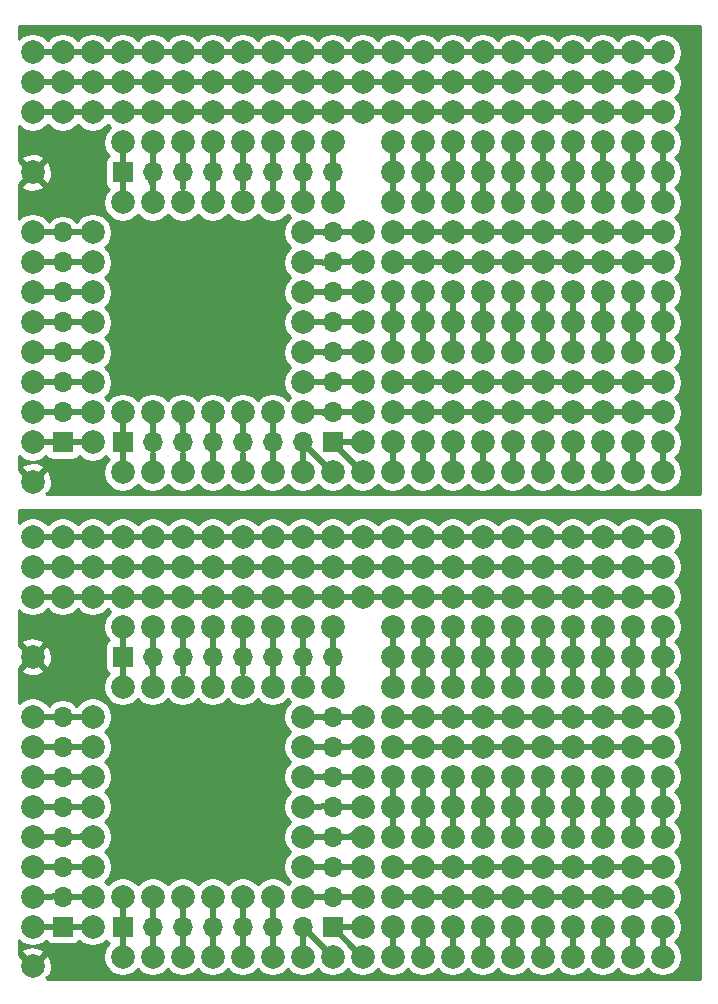
<source format=gbr>
G04 #@! TF.GenerationSoftware,KiCad,Pcbnew,5.1.5+dfsg1-2build2*
G04 #@! TF.CreationDate,2021-12-08T00:06:32-05:00*
G04 #@! TF.ProjectId,,58585858-5858-4585-9858-585858585858,rev?*
G04 #@! TF.SameCoordinates,Original*
G04 #@! TF.FileFunction,Copper,L1,Top*
G04 #@! TF.FilePolarity,Positive*
%FSLAX46Y46*%
G04 Gerber Fmt 4.6, Leading zero omitted, Abs format (unit mm)*
G04 Created by KiCad (PCBNEW 5.1.5+dfsg1-2build2) date 2021-12-08 00:06:32*
%MOMM*%
%LPD*%
G04 APERTURE LIST*
%ADD10C,2.000000*%
%ADD11R,1.700000X1.700000*%
%ADD12O,1.700000X1.700000*%
%ADD13C,1.998980*%
%ADD14C,0.500000*%
%ADD15C,0.254000*%
G04 APERTURE END LIST*
D10*
X144297400Y-90539200D03*
X144297400Y-87999200D03*
X146837400Y-110859200D03*
X121437400Y-80379200D03*
X151917400Y-80379200D03*
X149377400Y-110859200D03*
X154457400Y-80379200D03*
D11*
X129057400Y-113399200D03*
D12*
X129057400Y-110859200D03*
X129057400Y-108319200D03*
X129057400Y-105779200D03*
X129057400Y-103239200D03*
X129057400Y-100699200D03*
X129057400Y-98159200D03*
X129057400Y-95619200D03*
D11*
X106197400Y-113399200D03*
D12*
X106197400Y-110859200D03*
X106197400Y-108319200D03*
X106197400Y-105779200D03*
X106197400Y-103239200D03*
X106197400Y-100699200D03*
X106197400Y-98159200D03*
X106197400Y-95619200D03*
D10*
X113817400Y-110859200D03*
X154457400Y-85459200D03*
X144297400Y-110859200D03*
X126517400Y-80379200D03*
X139217400Y-115939200D03*
X144297400Y-115939200D03*
X151917400Y-113399200D03*
X141757400Y-80379200D03*
X129057400Y-80379200D03*
X141757400Y-87999200D03*
X149377400Y-80379200D03*
X136677400Y-87999200D03*
X156997400Y-80379200D03*
X141757400Y-113399200D03*
X156997400Y-82919200D03*
X139217400Y-110859200D03*
X149377400Y-113399200D03*
X134137400Y-90539200D03*
X149377400Y-90539200D03*
X123977400Y-93079200D03*
X139217400Y-80379200D03*
X151917400Y-90539200D03*
X144297400Y-80379200D03*
X139217400Y-87999200D03*
X141757400Y-90539200D03*
X146837400Y-87999200D03*
X149377400Y-87999200D03*
X154457400Y-87999200D03*
X139217400Y-90539200D03*
X141757400Y-110859200D03*
X146837400Y-90539200D03*
X136677400Y-115939200D03*
X146837400Y-80379200D03*
X151917400Y-87999200D03*
X134137400Y-80379200D03*
X126517400Y-93079200D03*
X136677400Y-90539200D03*
X156997400Y-87999200D03*
X154457400Y-82919200D03*
X131597400Y-115939200D03*
X106197400Y-82919200D03*
X136677400Y-80379200D03*
X146837400Y-115939200D03*
X118897400Y-87999200D03*
X121437400Y-87999200D03*
X123977400Y-87999200D03*
X126517400Y-87999200D03*
X154457400Y-115939200D03*
X156997400Y-85459200D03*
X134137400Y-82919200D03*
X144297400Y-113399200D03*
X116357400Y-80379200D03*
X144297400Y-82919200D03*
X156997400Y-115939200D03*
X146837400Y-82919200D03*
X149377400Y-95619200D03*
X156997400Y-110859200D03*
X151917400Y-115939200D03*
X116357400Y-82919200D03*
X144297400Y-93079200D03*
X154457400Y-110859200D03*
D11*
X111277400Y-90539200D03*
D12*
X113817400Y-90539200D03*
X116357400Y-90539200D03*
X118897400Y-90539200D03*
X121437400Y-90539200D03*
X123977400Y-90539200D03*
X126517400Y-90539200D03*
X129057400Y-90539200D03*
D11*
X111277400Y-113399200D03*
D12*
X113817400Y-113399200D03*
X116357400Y-113399200D03*
X118897400Y-113399200D03*
X121437400Y-113399200D03*
X123977400Y-113399200D03*
X126517400Y-113399200D03*
X129057400Y-113399200D03*
D10*
X103657400Y-82919200D03*
X103657400Y-80379200D03*
X134137400Y-87999200D03*
X111277400Y-115939200D03*
X129057400Y-115939200D03*
X131597400Y-113399200D03*
X111277400Y-110859200D03*
X126517400Y-110859200D03*
X108737400Y-113399200D03*
X111277400Y-87999200D03*
X103657400Y-85459200D03*
X111277400Y-93079200D03*
X103657400Y-113399200D03*
D13*
X103657400Y-90539200D03*
X103657400Y-116704700D03*
D10*
X103657400Y-110859200D03*
X103657400Y-108319200D03*
X103657400Y-105779200D03*
X103657400Y-103239200D03*
X103657400Y-100699200D03*
X118897400Y-93079200D03*
X149377400Y-115939200D03*
X108737400Y-80379200D03*
X126517400Y-82919200D03*
X134137400Y-113399200D03*
X141757400Y-115939200D03*
X118897400Y-82919200D03*
X136677400Y-113399200D03*
X134137400Y-93079200D03*
X121437400Y-82919200D03*
X139217400Y-93079200D03*
X129057400Y-87999200D03*
X113817400Y-93079200D03*
X116357400Y-93079200D03*
X103657400Y-98159200D03*
X103657400Y-95619200D03*
X131597400Y-110859200D03*
X131597400Y-108319200D03*
X131597400Y-105779200D03*
X131597400Y-103239200D03*
X131597400Y-100699200D03*
X131597400Y-98159200D03*
X131597400Y-95619200D03*
X108737400Y-110859200D03*
X108737400Y-108319200D03*
X108737400Y-105779200D03*
X108737400Y-103239200D03*
X108737400Y-100699200D03*
X108737400Y-98159200D03*
X108737400Y-95619200D03*
X113817400Y-80379200D03*
X113817400Y-82919200D03*
X139217400Y-82919200D03*
X129057400Y-82919200D03*
X123977400Y-82919200D03*
X136677400Y-93079200D03*
X136677400Y-82919200D03*
X146837400Y-113399200D03*
X149377400Y-82919200D03*
X126517400Y-108319200D03*
X126517400Y-105779200D03*
X126517400Y-103239200D03*
X126517400Y-100699200D03*
X121437400Y-85459200D03*
X151917400Y-85459200D03*
X108737400Y-82919200D03*
X151917400Y-93079200D03*
X156997400Y-93079200D03*
X141757400Y-95619200D03*
X139217400Y-95619200D03*
X136677400Y-95619200D03*
X154457400Y-93079200D03*
X134137400Y-95619200D03*
X139217400Y-85459200D03*
X121437400Y-93079200D03*
X144297400Y-85459200D03*
X131597400Y-85459200D03*
X146837400Y-85459200D03*
X136677400Y-85459200D03*
X134137400Y-85459200D03*
X149377400Y-85459200D03*
X141757400Y-82919200D03*
X106197400Y-80379200D03*
X134137400Y-115939200D03*
X131597400Y-82919200D03*
X141757400Y-85459200D03*
X151917400Y-110859200D03*
X156997400Y-90539200D03*
X106197400Y-85459200D03*
X113817400Y-85459200D03*
X139217400Y-100699200D03*
X139217400Y-113399200D03*
X149377400Y-98159200D03*
X149377400Y-93079200D03*
X141757400Y-100699200D03*
X126517400Y-115939200D03*
X126517400Y-98159200D03*
X126517400Y-95619200D03*
X113817400Y-87999200D03*
X116357400Y-87999200D03*
X151917400Y-100699200D03*
X116357400Y-85459200D03*
X149377400Y-100699200D03*
X146837400Y-100699200D03*
X144297400Y-100699200D03*
X151917400Y-95619200D03*
X123977400Y-80379200D03*
X123977400Y-85459200D03*
X136677400Y-98159200D03*
X116357400Y-110859200D03*
X151917400Y-98159200D03*
X146837400Y-98159200D03*
X144297400Y-98159200D03*
X141757400Y-98159200D03*
X156997400Y-95619200D03*
X134137400Y-98159200D03*
X154457400Y-95619200D03*
X151917400Y-82919200D03*
X118897400Y-110859200D03*
X149377400Y-108319200D03*
X136677400Y-103239200D03*
X154457400Y-98159200D03*
X146837400Y-105779200D03*
X156997400Y-98159200D03*
X154457400Y-100699200D03*
X156997400Y-100699200D03*
X116357400Y-115939200D03*
X144297400Y-105779200D03*
X134137400Y-100699200D03*
X134137400Y-103239200D03*
X139217400Y-98159200D03*
X154457400Y-90539200D03*
X136677400Y-110859200D03*
X136677400Y-100699200D03*
X146837400Y-93079200D03*
X144297400Y-95619200D03*
X146837400Y-108319200D03*
X149377400Y-103239200D03*
X139217400Y-103239200D03*
X136677400Y-108319200D03*
X139217400Y-108319200D03*
X129057400Y-93079200D03*
X121437400Y-115939200D03*
X108737400Y-85459200D03*
X126517400Y-85459200D03*
X141757400Y-108319200D03*
X131597400Y-80379200D03*
X146837400Y-95619200D03*
X144297400Y-108319200D03*
X118897400Y-85459200D03*
X151917400Y-108319200D03*
X154457400Y-108319200D03*
X129057400Y-85459200D03*
X141757400Y-93079200D03*
X156997400Y-108319200D03*
X134137400Y-110859200D03*
X123977400Y-115939200D03*
X118897400Y-115939200D03*
X111277400Y-85459200D03*
X156997400Y-105779200D03*
X154457400Y-105779200D03*
X151917400Y-105779200D03*
X134137400Y-108319200D03*
X121437400Y-110859200D03*
X149377400Y-105779200D03*
X144297400Y-103239200D03*
X118897400Y-80379200D03*
X141757400Y-103239200D03*
X136677400Y-105779200D03*
X151917400Y-103239200D03*
X111277400Y-80379200D03*
X123977400Y-110859200D03*
X146837400Y-103239200D03*
X113817400Y-115939200D03*
X156997400Y-103239200D03*
X154457400Y-113399200D03*
X134137400Y-105779200D03*
X154457400Y-103239200D03*
X139217400Y-105779200D03*
X156997400Y-113399200D03*
X141757400Y-105779200D03*
X111277400Y-82919200D03*
X131597400Y-74939200D03*
X156997400Y-74939200D03*
X154457400Y-74939200D03*
X151917400Y-74939200D03*
X149377400Y-74939200D03*
X146837400Y-74939200D03*
X144297400Y-74939200D03*
X141757400Y-74939200D03*
X139217400Y-74939200D03*
X136677400Y-74939200D03*
X134137400Y-74939200D03*
X156997400Y-72399200D03*
X154457400Y-72399200D03*
X151917400Y-72399200D03*
X149377400Y-72399200D03*
X146837400Y-72399200D03*
X144297400Y-72399200D03*
X141757400Y-72399200D03*
X139217400Y-72399200D03*
X136677400Y-72399200D03*
X134137400Y-72399200D03*
X156997400Y-69859200D03*
X154457400Y-69859200D03*
X151917400Y-69859200D03*
X149377400Y-69859200D03*
X146837400Y-69859200D03*
X144297400Y-69859200D03*
X141757400Y-69859200D03*
X139217400Y-69859200D03*
X136677400Y-69859200D03*
X134137400Y-69859200D03*
X156997400Y-67319200D03*
X154457400Y-67319200D03*
X151917400Y-67319200D03*
X149377400Y-67319200D03*
X146837400Y-67319200D03*
X144297400Y-67319200D03*
X141757400Y-67319200D03*
X139217400Y-67319200D03*
X136677400Y-67319200D03*
X134137400Y-67319200D03*
X156997400Y-64779200D03*
X154457400Y-64779200D03*
X151917400Y-64779200D03*
X149377400Y-64779200D03*
X146837400Y-64779200D03*
X144297400Y-64779200D03*
X141757400Y-64779200D03*
X139217400Y-64779200D03*
X136677400Y-64779200D03*
X134137400Y-64779200D03*
X156997400Y-62239200D03*
X154457400Y-62239200D03*
X151917400Y-62239200D03*
X149377400Y-62239200D03*
X146837400Y-62239200D03*
X144297400Y-62239200D03*
X141757400Y-62239200D03*
X139217400Y-62239200D03*
X136677400Y-62239200D03*
X134137400Y-62239200D03*
X156997400Y-59699200D03*
X154457400Y-59699200D03*
X151917400Y-59699200D03*
X149377400Y-59699200D03*
X146837400Y-59699200D03*
X144297400Y-59699200D03*
X141757400Y-59699200D03*
X139217400Y-59699200D03*
X136677400Y-59699200D03*
X134137400Y-59699200D03*
X156997400Y-57159200D03*
X154457400Y-57159200D03*
X151917400Y-57159200D03*
X149377400Y-57159200D03*
X146837400Y-57159200D03*
X144297400Y-57159200D03*
X141757400Y-57159200D03*
X139217400Y-57159200D03*
X136677400Y-57159200D03*
X134137400Y-57159200D03*
X156997400Y-54619200D03*
X154457400Y-54619200D03*
X151917400Y-54619200D03*
X149377400Y-54619200D03*
X146837400Y-54619200D03*
X144297400Y-54619200D03*
X141757400Y-54619200D03*
X139217400Y-54619200D03*
X136677400Y-54619200D03*
X134137400Y-54619200D03*
X156997400Y-52079200D03*
X154457400Y-52079200D03*
X151917400Y-52079200D03*
X149377400Y-52079200D03*
X146837400Y-52079200D03*
X144297400Y-52079200D03*
X141757400Y-52079200D03*
X139217400Y-52079200D03*
X136677400Y-52079200D03*
X134137400Y-52079200D03*
X156997400Y-49539200D03*
X154457400Y-49539200D03*
X151917400Y-49539200D03*
X149377400Y-49539200D03*
X146837400Y-49539200D03*
X144297400Y-49539200D03*
X141757400Y-49539200D03*
X139217400Y-49539200D03*
X136677400Y-49539200D03*
X134137400Y-49539200D03*
X156997400Y-46999200D03*
X154457400Y-46999200D03*
X151917400Y-46999200D03*
X149377400Y-46999200D03*
X146837400Y-46999200D03*
X144297400Y-46999200D03*
X141757400Y-46999200D03*
X139217400Y-46999200D03*
X136677400Y-46999200D03*
X156997400Y-39379200D03*
X154457400Y-39379200D03*
X151917400Y-39379200D03*
X149377400Y-39379200D03*
X146837400Y-39379200D03*
X144297400Y-39379200D03*
X141757400Y-39379200D03*
X139217400Y-39379200D03*
X136677400Y-39379200D03*
X134137400Y-39379200D03*
X131597400Y-39379200D03*
X129057400Y-39379200D03*
X126517400Y-39379200D03*
X123977400Y-39379200D03*
X121437400Y-39379200D03*
X118897400Y-39379200D03*
X116357400Y-39379200D03*
X113817400Y-39379200D03*
X111277400Y-39379200D03*
X108737400Y-39379200D03*
X106197400Y-39379200D03*
X156997400Y-41919200D03*
X154457400Y-41919200D03*
X151917400Y-41919200D03*
X149377400Y-41919200D03*
X146837400Y-41919200D03*
X144297400Y-41919200D03*
X141757400Y-41919200D03*
X139217400Y-41919200D03*
X136677400Y-41919200D03*
X134137400Y-41919200D03*
X131597400Y-41919200D03*
X129057400Y-41919200D03*
X126517400Y-41919200D03*
X123977400Y-41919200D03*
X121437400Y-41919200D03*
X118897400Y-41919200D03*
X116357400Y-41919200D03*
X113817400Y-41919200D03*
X111277400Y-41919200D03*
X108737400Y-41919200D03*
X106197400Y-41919200D03*
X156997400Y-44459200D03*
X154457400Y-44459200D03*
X151917400Y-44459200D03*
X149377400Y-44459200D03*
X146837400Y-44459200D03*
X144297400Y-44459200D03*
X141757400Y-44459200D03*
X139217400Y-44459200D03*
X136677400Y-44459200D03*
X134137400Y-44459200D03*
X131597400Y-44459200D03*
X129057400Y-44459200D03*
X126517400Y-44459200D03*
X123977400Y-44459200D03*
X121437400Y-44459200D03*
X118897400Y-44459200D03*
X116357400Y-44459200D03*
X113817400Y-44459200D03*
X111277400Y-44459200D03*
X108737400Y-44459200D03*
X106197400Y-44459200D03*
X126517400Y-74939200D03*
X123977400Y-74939200D03*
X121437400Y-74939200D03*
X118897400Y-74939200D03*
X116357400Y-74939200D03*
X113817400Y-74939200D03*
X123977400Y-69859200D03*
X121437400Y-69859200D03*
X118897400Y-69859200D03*
X116357400Y-69859200D03*
X113817400Y-69859200D03*
X129057400Y-52079200D03*
X126517400Y-52079200D03*
X123977400Y-52079200D03*
X121437400Y-52079200D03*
X118897400Y-52079200D03*
X116357400Y-52079200D03*
X113817400Y-52079200D03*
X129057400Y-46999200D03*
X126517400Y-46999200D03*
X123977400Y-46999200D03*
X121437400Y-46999200D03*
X118897400Y-46999200D03*
X116357400Y-46999200D03*
X113817400Y-46999200D03*
X126517400Y-54619200D03*
X126517400Y-57159200D03*
X126517400Y-59699200D03*
X126517400Y-62239200D03*
X126517400Y-64779200D03*
X126517400Y-67319200D03*
X108737400Y-54619200D03*
X108737400Y-57159200D03*
X108737400Y-59699200D03*
X108737400Y-62239200D03*
X108737400Y-64779200D03*
X108737400Y-67319200D03*
X108737400Y-69859200D03*
X131597400Y-54619200D03*
X131597400Y-57159200D03*
X131597400Y-59699200D03*
X131597400Y-62239200D03*
X131597400Y-64779200D03*
X131597400Y-67319200D03*
X131597400Y-69859200D03*
X103657400Y-54619200D03*
X103657400Y-57159200D03*
X103657400Y-59699200D03*
X103657400Y-62239200D03*
X103657400Y-64779200D03*
X103657400Y-67319200D03*
X103657400Y-69859200D03*
D13*
X103657400Y-75704700D03*
X103657400Y-49539200D03*
D10*
X103657400Y-72399200D03*
X111277400Y-52079200D03*
X103657400Y-44459200D03*
X111277400Y-46999200D03*
X108737400Y-72399200D03*
X126517400Y-69859200D03*
X111277400Y-69859200D03*
X131597400Y-72399200D03*
X129057400Y-74939200D03*
X111277400Y-74939200D03*
X134137400Y-46999200D03*
X103657400Y-39379200D03*
X103657400Y-41919200D03*
D12*
X129057400Y-72399200D03*
X126517400Y-72399200D03*
X123977400Y-72399200D03*
X121437400Y-72399200D03*
X118897400Y-72399200D03*
X116357400Y-72399200D03*
X113817400Y-72399200D03*
D11*
X111277400Y-72399200D03*
D12*
X129057400Y-49539200D03*
X126517400Y-49539200D03*
X123977400Y-49539200D03*
X121437400Y-49539200D03*
X118897400Y-49539200D03*
X116357400Y-49539200D03*
X113817400Y-49539200D03*
D11*
X111277400Y-49539200D03*
D12*
X106197400Y-54619200D03*
X106197400Y-57159200D03*
X106197400Y-59699200D03*
X106197400Y-62239200D03*
X106197400Y-64779200D03*
X106197400Y-67319200D03*
X106197400Y-69859200D03*
D11*
X106197400Y-72399200D03*
D12*
X129057400Y-54619200D03*
X129057400Y-57159200D03*
X129057400Y-59699200D03*
X129057400Y-62239200D03*
X129057400Y-64779200D03*
X129057400Y-67319200D03*
X129057400Y-69859200D03*
D11*
X129057400Y-72399200D03*
D14*
X126517400Y-62239200D02*
X128095700Y-62239200D01*
X113817400Y-74939200D02*
X113817400Y-73355200D01*
X116357400Y-74939200D02*
X116357400Y-73342500D01*
X121437400Y-74939200D02*
X121437400Y-73380600D01*
X103657400Y-39379200D02*
X106197400Y-39379200D01*
X106197400Y-39379200D02*
X108737400Y-39379200D01*
X108737400Y-39379200D02*
X111277400Y-39379200D01*
X111277400Y-39379200D02*
X113817400Y-39379200D01*
X113817400Y-39379200D02*
X116357400Y-39379200D01*
X116357400Y-39379200D02*
X118897400Y-39379200D01*
X118897400Y-39379200D02*
X121437400Y-39379200D01*
X121437400Y-39379200D02*
X123977400Y-39379200D01*
X123977400Y-39379200D02*
X126517400Y-39379200D01*
X126517400Y-39379200D02*
X129057400Y-39379200D01*
X129057400Y-39379200D02*
X131597400Y-39379200D01*
X131597400Y-39379200D02*
X134137400Y-39379200D01*
X134137400Y-39379200D02*
X136677400Y-39379200D01*
X136677400Y-39379200D02*
X139217400Y-39379200D01*
X139217400Y-39379200D02*
X141757400Y-39379200D01*
X141757400Y-39379200D02*
X144297400Y-39379200D01*
X144297400Y-39379200D02*
X146837400Y-39379200D01*
X146837400Y-39379200D02*
X149377400Y-39379200D01*
X149377400Y-39379200D02*
X151917400Y-39379200D01*
X151917400Y-39379200D02*
X154457400Y-39379200D01*
X154457400Y-39379200D02*
X156997400Y-39379200D01*
X156997400Y-41919200D02*
X154457400Y-41919200D01*
X154457400Y-41919200D02*
X151917400Y-41919200D01*
X151917400Y-41919200D02*
X149377400Y-41919200D01*
X149377400Y-41919200D02*
X146837400Y-41919200D01*
X146837400Y-41919200D02*
X144297400Y-41919200D01*
X144297400Y-41919200D02*
X141757400Y-41919200D01*
X141757400Y-41919200D02*
X139217400Y-41919200D01*
X139217400Y-41919200D02*
X136677400Y-41919200D01*
X136677400Y-41919200D02*
X134137400Y-41919200D01*
X134137400Y-41919200D02*
X131597400Y-41919200D01*
X131597400Y-41919200D02*
X129057400Y-41919200D01*
X129057400Y-41919200D02*
X126517400Y-41919200D01*
X126517400Y-41919200D02*
X123977400Y-41919200D01*
X123977400Y-41919200D02*
X121437400Y-41919200D01*
X121437400Y-41919200D02*
X118897400Y-41919200D01*
X118897400Y-41919200D02*
X116357400Y-41919200D01*
X116357400Y-41919200D02*
X113817400Y-41919200D01*
X113817400Y-41919200D02*
X111277400Y-41919200D01*
X111277400Y-41919200D02*
X108737400Y-41919200D01*
X108737400Y-41919200D02*
X106197400Y-41919200D01*
X106197400Y-41919200D02*
X103657400Y-41919200D01*
X103657400Y-44459200D02*
X106197400Y-44459200D01*
X106197400Y-44459200D02*
X108737400Y-44459200D01*
X108737400Y-44459200D02*
X111277400Y-44459200D01*
X111277400Y-44459200D02*
X113817400Y-44459200D01*
X113817400Y-44459200D02*
X116357400Y-44459200D01*
X116357400Y-44459200D02*
X118897400Y-44459200D01*
X118897400Y-44459200D02*
X121437400Y-44459200D01*
X121437400Y-44459200D02*
X123977400Y-44459200D01*
X123977400Y-44459200D02*
X126517400Y-44459200D01*
X126517400Y-44459200D02*
X129057400Y-44459200D01*
X129057400Y-44459200D02*
X131597400Y-44459200D01*
X131597400Y-44459200D02*
X134137400Y-44459200D01*
X134137400Y-44459200D02*
X136677400Y-44459200D01*
X136677400Y-44459200D02*
X139217400Y-44459200D01*
X139217400Y-44459200D02*
X141757400Y-44459200D01*
X141757400Y-44459200D02*
X144297400Y-44459200D01*
X144297400Y-44459200D02*
X146837400Y-44459200D01*
X146837400Y-44459200D02*
X149377400Y-44459200D01*
X149377400Y-44459200D02*
X151917400Y-44459200D01*
X151917400Y-44459200D02*
X154457400Y-44459200D01*
X154457400Y-44459200D02*
X156997400Y-44459200D01*
X134137400Y-46999200D02*
X134137400Y-49539200D01*
X134137400Y-49539200D02*
X134137400Y-52079200D01*
X136677400Y-46999200D02*
X136677400Y-49539200D01*
X136677400Y-49539200D02*
X136677400Y-52079200D01*
X139217400Y-46999200D02*
X139217400Y-49539200D01*
X139217400Y-49539200D02*
X139217400Y-52079200D01*
X141757400Y-46999200D02*
X141757400Y-49539200D01*
X141757400Y-49539200D02*
X141757400Y-52079200D01*
X144297400Y-46999200D02*
X144297400Y-49539200D01*
X144297400Y-49539200D02*
X144297400Y-52079200D01*
X146837400Y-46999200D02*
X146837400Y-49539200D01*
X146837400Y-49539200D02*
X146837400Y-52079200D01*
X149377400Y-46999200D02*
X149377400Y-49539200D01*
X149377400Y-49539200D02*
X149377400Y-52079200D01*
X151917400Y-46999200D02*
X151917400Y-49539200D01*
X151917400Y-49539200D02*
X151917400Y-52079200D01*
X154457400Y-46999200D02*
X154457400Y-49539200D01*
X154457400Y-49539200D02*
X154457400Y-52079200D01*
X156997400Y-46999200D02*
X156997400Y-49539200D01*
X156997400Y-49539200D02*
X156997400Y-52079200D01*
X134137400Y-54619200D02*
X136677400Y-54619200D01*
X136677400Y-54619200D02*
X139217400Y-54619200D01*
X139217400Y-54619200D02*
X141757400Y-54619200D01*
X141757400Y-54619200D02*
X144297400Y-54619200D01*
X144297400Y-54619200D02*
X146837400Y-54619200D01*
X146837400Y-54619200D02*
X149377400Y-54619200D01*
X149377400Y-54619200D02*
X151917400Y-54619200D01*
X151917400Y-54619200D02*
X154457400Y-54619200D01*
X154457400Y-54619200D02*
X156997400Y-54619200D01*
X156997400Y-57159200D02*
X154457400Y-57159200D01*
X154457400Y-57159200D02*
X151917400Y-57159200D01*
X151917400Y-57159200D02*
X149377400Y-57159200D01*
X149377400Y-57159200D02*
X146837400Y-57159200D01*
X146837400Y-57159200D02*
X144297400Y-57159200D01*
X144297400Y-57159200D02*
X141757400Y-57159200D01*
X141757400Y-57159200D02*
X139217400Y-57159200D01*
X139217400Y-57159200D02*
X136677400Y-57159200D01*
X136677400Y-57159200D02*
X134137400Y-57159200D01*
X134137400Y-59699200D02*
X134137400Y-62239200D01*
X136677400Y-59699200D02*
X136677400Y-62239200D01*
X139217400Y-59699200D02*
X139217400Y-62239200D01*
X141757400Y-59699200D02*
X141757400Y-62239200D01*
X144297400Y-59699200D02*
X144297400Y-62239200D01*
X146837400Y-59699200D02*
X146837400Y-62239200D01*
X149377400Y-59699200D02*
X149377400Y-62239200D01*
X151917400Y-59699200D02*
X151917400Y-62239200D01*
X154457400Y-59699200D02*
X154457400Y-62239200D01*
X156997400Y-59699200D02*
X156997400Y-62239200D01*
X156997400Y-62239200D02*
X156997400Y-64779200D01*
X154457400Y-62239200D02*
X154457400Y-64779200D01*
X151917400Y-62239200D02*
X151917400Y-64779200D01*
X149377400Y-62239200D02*
X149377400Y-64779200D01*
X146837400Y-62239200D02*
X146837400Y-64779200D01*
X144297400Y-62239200D02*
X144297400Y-64779200D01*
X141757400Y-62239200D02*
X141757400Y-64779200D01*
X139217400Y-62239200D02*
X139217400Y-64779200D01*
X136677400Y-62239200D02*
X136677400Y-64779200D01*
X134137400Y-62239200D02*
X134137400Y-64779200D01*
X134137400Y-67319200D02*
X136677400Y-67319200D01*
X136677400Y-67319200D02*
X139217400Y-67319200D01*
X139217400Y-67319200D02*
X141757400Y-67319200D01*
X141757400Y-67319200D02*
X144297400Y-67319200D01*
X144297400Y-67319200D02*
X146837400Y-67319200D01*
X146837400Y-67319200D02*
X149377400Y-67319200D01*
X149377400Y-67319200D02*
X151917400Y-67319200D01*
X151917400Y-67319200D02*
X154457400Y-67319200D01*
X154457400Y-67319200D02*
X156997400Y-67319200D01*
X156997400Y-69859200D02*
X154457400Y-69859200D01*
X154457400Y-69859200D02*
X151917400Y-69859200D01*
X151917400Y-69859200D02*
X149377400Y-69859200D01*
X149377400Y-69859200D02*
X146837400Y-69859200D01*
X146837400Y-69859200D02*
X144297400Y-69859200D01*
X144297400Y-69859200D02*
X141757400Y-69859200D01*
X141757400Y-69859200D02*
X139217400Y-69859200D01*
X139217400Y-69859200D02*
X136677400Y-69859200D01*
X136677400Y-69859200D02*
X134137400Y-69859200D01*
X134137400Y-72399200D02*
X134137400Y-74939200D01*
X136677400Y-72399200D02*
X136677400Y-74939200D01*
X139217400Y-72399200D02*
X139217400Y-74939200D01*
X141757400Y-72399200D02*
X141757400Y-74939200D01*
X144297400Y-72399200D02*
X144297400Y-74939200D01*
X146837400Y-72399200D02*
X146837400Y-74939200D01*
X149377400Y-72399200D02*
X149377400Y-74939200D01*
X151917400Y-72399200D02*
X151917400Y-74939200D01*
X154457400Y-72399200D02*
X154457400Y-74939200D01*
X156997400Y-72399200D02*
X156997400Y-74939200D01*
X149377400Y-82919200D02*
X146837400Y-82919200D01*
X151917400Y-82919200D02*
X149377400Y-82919200D01*
X146837400Y-80379200D02*
X149377400Y-80379200D01*
X134137400Y-80379200D02*
X136677400Y-80379200D01*
X136677400Y-80379200D02*
X139217400Y-80379200D01*
X144297400Y-80379200D02*
X146837400Y-80379200D01*
X126517400Y-103239200D02*
X128095700Y-103239200D01*
X151917400Y-80379200D02*
X154457400Y-80379200D01*
X144297400Y-82919200D02*
X141757400Y-82919200D01*
X146837400Y-82919200D02*
X144297400Y-82919200D01*
X149377400Y-80379200D02*
X151917400Y-80379200D01*
X154457400Y-82919200D02*
X151917400Y-82919200D01*
X113817400Y-80379200D02*
X116357400Y-80379200D01*
X116357400Y-115939200D02*
X116357400Y-114342500D01*
X103657400Y-80379200D02*
X106197400Y-80379200D01*
X121437400Y-80379200D02*
X123977400Y-80379200D01*
X106197400Y-80379200D02*
X108737400Y-80379200D01*
X141757400Y-82919200D02*
X139217400Y-82919200D01*
X111277400Y-80379200D02*
X113817400Y-80379200D01*
X118897400Y-80379200D02*
X121437400Y-80379200D01*
X156997400Y-82919200D02*
X154457400Y-82919200D01*
X113817400Y-115939200D02*
X113817400Y-114355200D01*
X116357400Y-80379200D02*
X118897400Y-80379200D01*
X154457400Y-80379200D02*
X156997400Y-80379200D01*
X108737400Y-80379200D02*
X111277400Y-80379200D01*
X131597400Y-80379200D02*
X134137400Y-80379200D01*
X129057400Y-80379200D02*
X131597400Y-80379200D01*
X121437400Y-115939200D02*
X121437400Y-114380600D01*
X139217400Y-82919200D02*
X136677400Y-82919200D01*
X136677400Y-82919200D02*
X134137400Y-82919200D01*
X134137400Y-82919200D02*
X131597400Y-82919200D01*
X131597400Y-82919200D02*
X129057400Y-82919200D01*
X129057400Y-82919200D02*
X126517400Y-82919200D01*
X126517400Y-82919200D02*
X123977400Y-82919200D01*
X123977400Y-82919200D02*
X121437400Y-82919200D01*
X121437400Y-82919200D02*
X118897400Y-82919200D01*
X118897400Y-82919200D02*
X116357400Y-82919200D01*
X116357400Y-82919200D02*
X113817400Y-82919200D01*
X113817400Y-82919200D02*
X111277400Y-82919200D01*
X111277400Y-82919200D02*
X108737400Y-82919200D01*
X108737400Y-82919200D02*
X106197400Y-82919200D01*
X106197400Y-82919200D02*
X103657400Y-82919200D01*
X103657400Y-85459200D02*
X106197400Y-85459200D01*
X106197400Y-85459200D02*
X108737400Y-85459200D01*
X108737400Y-85459200D02*
X111277400Y-85459200D01*
X111277400Y-85459200D02*
X113817400Y-85459200D01*
X113817400Y-85459200D02*
X116357400Y-85459200D01*
X116357400Y-85459200D02*
X118897400Y-85459200D01*
X118897400Y-85459200D02*
X121437400Y-85459200D01*
X121437400Y-85459200D02*
X123977400Y-85459200D01*
X123977400Y-85459200D02*
X126517400Y-85459200D01*
X126517400Y-85459200D02*
X129057400Y-85459200D01*
X129057400Y-85459200D02*
X131597400Y-85459200D01*
X131597400Y-85459200D02*
X134137400Y-85459200D01*
X134137400Y-85459200D02*
X136677400Y-85459200D01*
X136677400Y-85459200D02*
X139217400Y-85459200D01*
X139217400Y-85459200D02*
X141757400Y-85459200D01*
X141757400Y-85459200D02*
X144297400Y-85459200D01*
X144297400Y-85459200D02*
X146837400Y-85459200D01*
X146837400Y-85459200D02*
X149377400Y-85459200D01*
X149377400Y-85459200D02*
X151917400Y-85459200D01*
X151917400Y-85459200D02*
X154457400Y-85459200D01*
X154457400Y-85459200D02*
X156997400Y-85459200D01*
X134137400Y-87999200D02*
X134137400Y-90539200D01*
X134137400Y-90539200D02*
X134137400Y-93079200D01*
X136677400Y-87999200D02*
X136677400Y-90539200D01*
X136677400Y-90539200D02*
X136677400Y-93079200D01*
X139217400Y-87999200D02*
X139217400Y-90539200D01*
X139217400Y-90539200D02*
X139217400Y-93079200D01*
X141757400Y-87999200D02*
X141757400Y-90539200D01*
X141757400Y-90539200D02*
X141757400Y-93079200D01*
X144297400Y-87999200D02*
X144297400Y-90539200D01*
X144297400Y-90539200D02*
X144297400Y-93079200D01*
X146837400Y-87999200D02*
X146837400Y-90539200D01*
X146837400Y-90539200D02*
X146837400Y-93079200D01*
X149377400Y-87999200D02*
X149377400Y-90539200D01*
X149377400Y-90539200D02*
X149377400Y-93079200D01*
X151917400Y-87999200D02*
X151917400Y-90539200D01*
X151917400Y-90539200D02*
X151917400Y-93079200D01*
X154457400Y-87999200D02*
X154457400Y-90539200D01*
X154457400Y-90539200D02*
X154457400Y-93079200D01*
X156997400Y-87999200D02*
X156997400Y-90539200D01*
X156997400Y-90539200D02*
X156997400Y-93079200D01*
X134137400Y-95619200D02*
X136677400Y-95619200D01*
X136677400Y-95619200D02*
X139217400Y-95619200D01*
X139217400Y-95619200D02*
X141757400Y-95619200D01*
X141757400Y-95619200D02*
X144297400Y-95619200D01*
X144297400Y-95619200D02*
X146837400Y-95619200D01*
X146837400Y-95619200D02*
X149377400Y-95619200D01*
X149377400Y-95619200D02*
X151917400Y-95619200D01*
X151917400Y-95619200D02*
X154457400Y-95619200D01*
X154457400Y-95619200D02*
X156997400Y-95619200D01*
X156997400Y-98159200D02*
X154457400Y-98159200D01*
X154457400Y-98159200D02*
X151917400Y-98159200D01*
X151917400Y-98159200D02*
X149377400Y-98159200D01*
X149377400Y-98159200D02*
X146837400Y-98159200D01*
X146837400Y-98159200D02*
X144297400Y-98159200D01*
X144297400Y-98159200D02*
X141757400Y-98159200D01*
X141757400Y-98159200D02*
X139217400Y-98159200D01*
X139217400Y-98159200D02*
X136677400Y-98159200D01*
X136677400Y-98159200D02*
X134137400Y-98159200D01*
X134137400Y-100699200D02*
X134137400Y-103239200D01*
X136677400Y-100699200D02*
X136677400Y-103239200D01*
X139217400Y-100699200D02*
X139217400Y-103239200D01*
X141757400Y-100699200D02*
X141757400Y-103239200D01*
X144297400Y-100699200D02*
X144297400Y-103239200D01*
X146837400Y-100699200D02*
X146837400Y-103239200D01*
X149377400Y-100699200D02*
X149377400Y-103239200D01*
X151917400Y-100699200D02*
X151917400Y-103239200D01*
X154457400Y-100699200D02*
X154457400Y-103239200D01*
X156997400Y-100699200D02*
X156997400Y-103239200D01*
X156997400Y-103239200D02*
X156997400Y-105779200D01*
X154457400Y-103239200D02*
X154457400Y-105779200D01*
X151917400Y-103239200D02*
X151917400Y-105779200D01*
X149377400Y-103239200D02*
X149377400Y-105779200D01*
X146837400Y-103239200D02*
X146837400Y-105779200D01*
X144297400Y-103239200D02*
X144297400Y-105779200D01*
X141757400Y-103239200D02*
X141757400Y-105779200D01*
X139217400Y-103239200D02*
X139217400Y-105779200D01*
X136677400Y-103239200D02*
X136677400Y-105779200D01*
X134137400Y-103239200D02*
X134137400Y-105779200D01*
X134137400Y-108319200D02*
X136677400Y-108319200D01*
X136677400Y-108319200D02*
X139217400Y-108319200D01*
X139217400Y-108319200D02*
X141757400Y-108319200D01*
X141757400Y-108319200D02*
X144297400Y-108319200D01*
X144297400Y-108319200D02*
X146837400Y-108319200D01*
X146837400Y-108319200D02*
X149377400Y-108319200D01*
X149377400Y-108319200D02*
X151917400Y-108319200D01*
X151917400Y-108319200D02*
X154457400Y-108319200D01*
X154457400Y-108319200D02*
X156997400Y-108319200D01*
X156997400Y-110859200D02*
X154457400Y-110859200D01*
X154457400Y-110859200D02*
X151917400Y-110859200D01*
X151917400Y-110859200D02*
X149377400Y-110859200D01*
X149377400Y-110859200D02*
X146837400Y-110859200D01*
X146837400Y-110859200D02*
X144297400Y-110859200D01*
X144297400Y-110859200D02*
X141757400Y-110859200D01*
X141757400Y-110859200D02*
X139217400Y-110859200D01*
X139217400Y-110859200D02*
X136677400Y-110859200D01*
X136677400Y-110859200D02*
X134137400Y-110859200D01*
X134137400Y-113399200D02*
X134137400Y-115939200D01*
X136677400Y-113399200D02*
X136677400Y-115939200D01*
X139217400Y-113399200D02*
X139217400Y-115939200D01*
X141757400Y-113399200D02*
X141757400Y-115939200D01*
X144297400Y-113399200D02*
X144297400Y-115939200D01*
X146837400Y-113399200D02*
X146837400Y-115939200D01*
X149377400Y-113399200D02*
X149377400Y-115939200D01*
X151917400Y-113399200D02*
X151917400Y-115939200D01*
X154457400Y-113399200D02*
X154457400Y-115939200D01*
X156997400Y-113399200D02*
X156997400Y-115939200D01*
X126517400Y-80379200D02*
X129057400Y-80379200D01*
X123977400Y-80379200D02*
X126517400Y-80379200D01*
X141757400Y-80379200D02*
X144297400Y-80379200D01*
X139217400Y-80379200D02*
X141757400Y-80379200D01*
X129057400Y-50266600D02*
X129082800Y-50241200D01*
X129057400Y-52079200D02*
X129057400Y-50266600D01*
X129057400Y-47993300D02*
X129146300Y-47904400D01*
X129057400Y-49539200D02*
X129057400Y-47993300D01*
X129057400Y-91266600D02*
X129082800Y-91241200D01*
X129057400Y-93079200D02*
X129057400Y-91266600D01*
X129057400Y-88993300D02*
X129146300Y-88904400D01*
X129057400Y-90539200D02*
X129057400Y-88993300D01*
X126517400Y-48856900D02*
X126568200Y-48907700D01*
X126517400Y-46999200D02*
X126517400Y-48856900D01*
X126517400Y-49539200D02*
X126517400Y-51015900D01*
X126517400Y-89856900D02*
X126568200Y-89907700D01*
X126517400Y-87999200D02*
X126517400Y-89856900D01*
X126517400Y-90539200D02*
X126517400Y-92015900D01*
X123977400Y-50304700D02*
X124015500Y-50266600D01*
X123977400Y-52079200D02*
X123977400Y-50304700D01*
X123977400Y-47980600D02*
X124053600Y-47904400D01*
X123977400Y-49539200D02*
X123977400Y-47980600D01*
X123977400Y-91304700D02*
X124015500Y-91266600D01*
X123977400Y-93079200D02*
X123977400Y-91304700D01*
X123977400Y-88980600D02*
X124053600Y-88904400D01*
X123977400Y-90539200D02*
X123977400Y-88980600D01*
X121437400Y-48717200D02*
X121500900Y-48780700D01*
X121437400Y-46999200D02*
X121437400Y-48717200D01*
X121437400Y-49539200D02*
X121437400Y-50952400D01*
X121437400Y-89717200D02*
X121500900Y-89780700D01*
X121437400Y-87999200D02*
X121437400Y-89717200D01*
X121437400Y-90539200D02*
X121437400Y-91952400D01*
X118897400Y-52079200D02*
X118897400Y-50266600D01*
X118897400Y-47866300D02*
X118922800Y-47840900D01*
X118897400Y-49539200D02*
X118897400Y-47866300D01*
X118897400Y-93079200D02*
X118897400Y-91266600D01*
X118897400Y-88866300D02*
X118922800Y-88840900D01*
X118897400Y-90539200D02*
X118897400Y-88866300D01*
X116357400Y-48895000D02*
X116459000Y-48996600D01*
X116357400Y-46999200D02*
X116357400Y-48895000D01*
X116357400Y-49539200D02*
X116357400Y-50888900D01*
X116357400Y-89895000D02*
X116459000Y-89996600D01*
X116357400Y-87999200D02*
X116357400Y-89895000D01*
X116357400Y-90539200D02*
X116357400Y-91888900D01*
X113817400Y-50469800D02*
X113677700Y-50330100D01*
X113817400Y-52079200D02*
X113817400Y-50469800D01*
X113817400Y-47967900D02*
X113919000Y-47866300D01*
X113817400Y-49539200D02*
X113817400Y-47967900D01*
X113817400Y-91469800D02*
X113677700Y-91330100D01*
X113817400Y-93079200D02*
X113817400Y-91469800D01*
X113817400Y-88967900D02*
X113919000Y-88866300D01*
X113817400Y-90539200D02*
X113817400Y-88967900D01*
X111277400Y-47879000D02*
X111340900Y-47815500D01*
X111277400Y-49539200D02*
X111277400Y-47879000D01*
X111277400Y-51206400D02*
X111213900Y-51269900D01*
X111277400Y-49539200D02*
X111277400Y-51206400D01*
X111277400Y-88879000D02*
X111340900Y-88815500D01*
X111277400Y-90539200D02*
X111277400Y-88879000D01*
X111277400Y-92206400D02*
X111213900Y-92269900D01*
X111277400Y-90539200D02*
X111277400Y-92206400D01*
X130679500Y-72399200D02*
X130683000Y-72402700D01*
X129057400Y-72399200D02*
X130679500Y-72399200D01*
X129057400Y-72415400D02*
X130987800Y-74345800D01*
X129057400Y-72399200D02*
X129057400Y-72415400D01*
X130679500Y-113399200D02*
X130683000Y-113402700D01*
X129057400Y-113399200D02*
X130679500Y-113399200D01*
X129057400Y-113415400D02*
X130987800Y-115345800D01*
X129057400Y-113399200D02*
X129057400Y-113415400D01*
X126517400Y-73177400D02*
X126720600Y-72974200D01*
X126517400Y-74939200D02*
X126517400Y-73177400D01*
X126517400Y-72402700D02*
X128841500Y-74726800D01*
X126517400Y-72399200D02*
X126517400Y-72402700D01*
X126517400Y-114177400D02*
X126720600Y-113974200D01*
X126517400Y-115939200D02*
X126517400Y-114177400D01*
X126517400Y-113402700D02*
X128841500Y-115726800D01*
X126517400Y-113399200D02*
X126517400Y-113402700D01*
X123977400Y-70866000D02*
X124053600Y-70789800D01*
X123977400Y-72399200D02*
X123977400Y-70866000D01*
X123977400Y-73240900D02*
X124002800Y-73215500D01*
X123977400Y-74939200D02*
X123977400Y-73240900D01*
X123977400Y-111866000D02*
X124053600Y-111789800D01*
X123977400Y-113399200D02*
X123977400Y-111866000D01*
X123977400Y-114240900D02*
X124002800Y-114215500D01*
X123977400Y-115939200D02*
X123977400Y-114240900D01*
X121437400Y-70802500D02*
X121361200Y-70726300D01*
X121437400Y-72399200D02*
X121437400Y-70802500D01*
X121437400Y-111802500D02*
X121361200Y-111726300D01*
X121437400Y-113399200D02*
X121437400Y-111802500D01*
X118897400Y-70853300D02*
X118935500Y-70815200D01*
X118897400Y-72399200D02*
X118897400Y-70853300D01*
X118897400Y-73177400D02*
X118872000Y-73152000D01*
X118897400Y-74939200D02*
X118897400Y-73177400D01*
X118897400Y-111853300D02*
X118935500Y-111815200D01*
X118897400Y-113399200D02*
X118897400Y-111853300D01*
X118897400Y-114177400D02*
X118872000Y-114152000D01*
X118897400Y-115939200D02*
X118897400Y-114177400D01*
X116357400Y-70827900D02*
X116344700Y-70815200D01*
X116357400Y-72399200D02*
X116357400Y-70827900D01*
X116357400Y-111827900D02*
X116344700Y-111815200D01*
X116357400Y-113399200D02*
X116357400Y-111827900D01*
X113817400Y-70802500D02*
X113766600Y-70751700D01*
X113817400Y-72399200D02*
X113817400Y-70802500D01*
X113817400Y-111802500D02*
X113766600Y-111751700D01*
X113817400Y-113399200D02*
X113817400Y-111802500D01*
X111277400Y-70739000D02*
X111379000Y-70637400D01*
X111277400Y-72399200D02*
X111277400Y-70739000D01*
X111277400Y-73075800D02*
X111379000Y-72974200D01*
X111277400Y-74939200D02*
X111277400Y-73075800D01*
X111277400Y-111739000D02*
X111379000Y-111637400D01*
X111277400Y-113399200D02*
X111277400Y-111739000D01*
X111277400Y-114075800D02*
X111379000Y-113974200D01*
X111277400Y-115939200D02*
X111277400Y-114075800D01*
X105502400Y-54619200D02*
X105511600Y-54610000D01*
X103657400Y-54619200D02*
X105502400Y-54619200D01*
X107813800Y-54619200D02*
X107899200Y-54533800D01*
X106197400Y-54619200D02*
X107813800Y-54619200D01*
X105502400Y-95619200D02*
X105511600Y-95610000D01*
X103657400Y-95619200D02*
X105502400Y-95619200D01*
X107813800Y-95619200D02*
X107899200Y-95533800D01*
X106197400Y-95619200D02*
X107813800Y-95619200D01*
X105502400Y-57159200D02*
X105524300Y-57137300D01*
X103657400Y-57159200D02*
X105502400Y-57159200D01*
X107813800Y-57159200D02*
X107886500Y-57086500D01*
X106197400Y-57159200D02*
X107813800Y-57159200D01*
X105502400Y-98159200D02*
X105524300Y-98137300D01*
X103657400Y-98159200D02*
X105502400Y-98159200D01*
X107813800Y-98159200D02*
X107886500Y-98086500D01*
X106197400Y-98159200D02*
X107813800Y-98159200D01*
X105553200Y-59699200D02*
X105625900Y-59626500D01*
X103657400Y-59699200D02*
X105553200Y-59699200D01*
X107915400Y-59699200D02*
X108038900Y-59575700D01*
X106197400Y-59699200D02*
X107915400Y-59699200D01*
X105553200Y-100699200D02*
X105625900Y-100626500D01*
X103657400Y-100699200D02*
X105553200Y-100699200D01*
X107915400Y-100699200D02*
X108038900Y-100575700D01*
X106197400Y-100699200D02*
X107915400Y-100699200D01*
X105477000Y-62239200D02*
X105486200Y-62230000D01*
X103657400Y-62239200D02*
X105477000Y-62239200D01*
X107806800Y-62239200D02*
X107835700Y-62268100D01*
X106197400Y-62239200D02*
X107806800Y-62239200D01*
X105477000Y-103239200D02*
X105486200Y-103230000D01*
X103657400Y-103239200D02*
X105477000Y-103239200D01*
X107806800Y-103239200D02*
X107835700Y-103268100D01*
X106197400Y-103239200D02*
X107806800Y-103239200D01*
X105718300Y-64779200D02*
X105765600Y-64731900D01*
X103657400Y-64779200D02*
X105718300Y-64779200D01*
X107775700Y-64779200D02*
X107899200Y-64655700D01*
X106197400Y-64779200D02*
X107775700Y-64779200D01*
X105718300Y-105779200D02*
X105765600Y-105731900D01*
X103657400Y-105779200D02*
X105718300Y-105779200D01*
X107775700Y-105779200D02*
X107899200Y-105655700D01*
X106197400Y-105779200D02*
X107775700Y-105779200D01*
X106061200Y-67319200D02*
X106070400Y-67310000D01*
X103657400Y-67319200D02*
X106061200Y-67319200D01*
X108309100Y-67319200D02*
X108343700Y-67284600D01*
X106197400Y-67319200D02*
X108309100Y-67319200D01*
X106061200Y-108319200D02*
X106070400Y-108310000D01*
X103657400Y-108319200D02*
X106061200Y-108319200D01*
X108309100Y-108319200D02*
X108343700Y-108284600D01*
X106197400Y-108319200D02*
X108309100Y-108319200D01*
X105311900Y-69859200D02*
X105359200Y-69811900D01*
X103657400Y-69859200D02*
X105311900Y-69859200D01*
X108467200Y-69859200D02*
X108470700Y-69862700D01*
X106197400Y-69859200D02*
X108467200Y-69859200D01*
X105311900Y-110859200D02*
X105359200Y-110811900D01*
X103657400Y-110859200D02*
X105311900Y-110859200D01*
X108467200Y-110859200D02*
X108470700Y-110862700D01*
X106197400Y-110859200D02*
X108467200Y-110859200D01*
X105908800Y-72399200D02*
X106045000Y-72263000D01*
X103657400Y-72399200D02*
X105908800Y-72399200D01*
X108258300Y-72399200D02*
X108318300Y-72339200D01*
X106197400Y-72399200D02*
X108258300Y-72399200D01*
X105908800Y-113399200D02*
X106045000Y-113263000D01*
X103657400Y-113399200D02*
X105908800Y-113399200D01*
X108258300Y-113399200D02*
X108318300Y-113339200D01*
X106197400Y-113399200D02*
X108258300Y-113399200D01*
X128279200Y-54619200D02*
X128358900Y-54698900D01*
X126517400Y-54619200D02*
X128279200Y-54619200D01*
X130730300Y-54619200D02*
X130733800Y-54622700D01*
X129057400Y-54619200D02*
X130730300Y-54619200D01*
X128279200Y-95619200D02*
X128358900Y-95698900D01*
X126517400Y-95619200D02*
X128279200Y-95619200D01*
X130730300Y-95619200D02*
X130733800Y-95622700D01*
X129057400Y-95619200D02*
X130730300Y-95619200D01*
X128190300Y-57159200D02*
X128231900Y-57200800D01*
X126517400Y-57159200D02*
X128190300Y-57159200D01*
X130521400Y-57159200D02*
X130606800Y-57073800D01*
X129057400Y-57159200D02*
X130521400Y-57159200D01*
X128190300Y-98159200D02*
X128231900Y-98200800D01*
X126517400Y-98159200D02*
X128190300Y-98159200D01*
X130521400Y-98159200D02*
X130606800Y-98073800D01*
X129057400Y-98159200D02*
X130521400Y-98159200D01*
X128273500Y-59699200D02*
X128346200Y-59626500D01*
X126517400Y-59699200D02*
X128273500Y-59699200D01*
X130889700Y-59699200D02*
X130924300Y-59664600D01*
X129057400Y-59699200D02*
X130889700Y-59699200D01*
X128273500Y-100699200D02*
X128346200Y-100626500D01*
X126517400Y-100699200D02*
X128273500Y-100699200D01*
X130889700Y-100699200D02*
X130924300Y-100664600D01*
X129057400Y-100699200D02*
X130889700Y-100699200D01*
X128155700Y-62179200D02*
X129743200Y-62179200D01*
X128095700Y-62239200D02*
X128155700Y-62179200D01*
X130800800Y-62239200D02*
X130949700Y-62090300D01*
X129057400Y-62239200D02*
X130800800Y-62239200D01*
X128155700Y-103179200D02*
X129743200Y-103179200D01*
X128095700Y-103239200D02*
X128155700Y-103179200D01*
X130800800Y-103239200D02*
X130949700Y-103090300D01*
X129057400Y-103239200D02*
X130800800Y-103239200D01*
X128406200Y-64779200D02*
X128498600Y-64871600D01*
X126517400Y-64779200D02*
X128406200Y-64779200D01*
X130623000Y-64779200D02*
X130733800Y-64668400D01*
X129057400Y-64779200D02*
X130623000Y-64779200D01*
X128406200Y-105779200D02*
X128498600Y-105871600D01*
X126517400Y-105779200D02*
X128406200Y-105779200D01*
X130623000Y-105779200D02*
X130733800Y-105668400D01*
X129057400Y-105779200D02*
X130623000Y-105779200D01*
X128330000Y-67319200D02*
X128409700Y-67398900D01*
X126517400Y-67319200D02*
X128330000Y-67319200D01*
X130882700Y-67319200D02*
X130911600Y-67348100D01*
X129057400Y-67319200D02*
X130882700Y-67319200D01*
X128330000Y-108319200D02*
X128409700Y-108398900D01*
X126517400Y-108319200D02*
X128330000Y-108319200D01*
X130882700Y-108319200D02*
X130911600Y-108348100D01*
X129057400Y-108319200D02*
X130882700Y-108319200D01*
X128317300Y-69859200D02*
X128435100Y-69977000D01*
X126517400Y-69859200D02*
X128317300Y-69859200D01*
X130844600Y-69859200D02*
X130886200Y-69900800D01*
X129057400Y-69859200D02*
X130844600Y-69859200D01*
X128317300Y-110859200D02*
X128435100Y-110977000D01*
X126517400Y-110859200D02*
X128317300Y-110859200D01*
X130844600Y-110859200D02*
X130886200Y-110900800D01*
X129057400Y-110859200D02*
X130844600Y-110859200D01*
D15*
G36*
X160156101Y-76789200D02*
G01*
X104894734Y-76789200D01*
X104908121Y-76775813D01*
X104792452Y-76660144D01*
X105056799Y-76564442D01*
X105197638Y-76274913D01*
X105279285Y-75963471D01*
X105298605Y-75642085D01*
X105254854Y-75323105D01*
X105149714Y-75018789D01*
X105056799Y-74844958D01*
X104792450Y-74749255D01*
X103837005Y-75704700D01*
X103851148Y-75718843D01*
X103671543Y-75898448D01*
X103657400Y-75884305D01*
X103643258Y-75898448D01*
X103463653Y-75718843D01*
X103477795Y-75704700D01*
X102522350Y-74749255D01*
X102476100Y-74765999D01*
X102476100Y-74569650D01*
X102701955Y-74569650D01*
X103657400Y-75525095D01*
X104612845Y-74569650D01*
X104517142Y-74305301D01*
X104227613Y-74164462D01*
X103916171Y-74082815D01*
X103594785Y-74063495D01*
X103275805Y-74107246D01*
X102971489Y-74212386D01*
X102797658Y-74305301D01*
X102701955Y-74569650D01*
X102476100Y-74569650D01*
X102476100Y-73530139D01*
X102615148Y-73669187D01*
X102882937Y-73848118D01*
X103180488Y-73971368D01*
X103496367Y-74034200D01*
X103818433Y-74034200D01*
X104134312Y-73971368D01*
X104431863Y-73848118D01*
X104699652Y-73669187D01*
X104798848Y-73569991D01*
X104816863Y-73603694D01*
X104896215Y-73700385D01*
X104992906Y-73779737D01*
X105103220Y-73838702D01*
X105222918Y-73875012D01*
X105347400Y-73887272D01*
X107047400Y-73887272D01*
X107171882Y-73875012D01*
X107291580Y-73838702D01*
X107401894Y-73779737D01*
X107498585Y-73700385D01*
X107577937Y-73603694D01*
X107595952Y-73569991D01*
X107695148Y-73669187D01*
X107962937Y-73848118D01*
X108260488Y-73971368D01*
X108576367Y-74034200D01*
X108898433Y-74034200D01*
X109214312Y-73971368D01*
X109511863Y-73848118D01*
X109779652Y-73669187D01*
X109878848Y-73569991D01*
X109896863Y-73603694D01*
X109976215Y-73700385D01*
X110072906Y-73779737D01*
X110106609Y-73797752D01*
X110007413Y-73896948D01*
X109828482Y-74164737D01*
X109705232Y-74462288D01*
X109642400Y-74778167D01*
X109642400Y-75100233D01*
X109705232Y-75416112D01*
X109828482Y-75713663D01*
X110007413Y-75981452D01*
X110235148Y-76209187D01*
X110502937Y-76388118D01*
X110800488Y-76511368D01*
X111116367Y-76574200D01*
X111438433Y-76574200D01*
X111754312Y-76511368D01*
X112051863Y-76388118D01*
X112319652Y-76209187D01*
X112547387Y-75981452D01*
X112547400Y-75981433D01*
X112547413Y-75981452D01*
X112775148Y-76209187D01*
X113042937Y-76388118D01*
X113340488Y-76511368D01*
X113656367Y-76574200D01*
X113978433Y-76574200D01*
X114294312Y-76511368D01*
X114591863Y-76388118D01*
X114859652Y-76209187D01*
X115087387Y-75981452D01*
X115087400Y-75981433D01*
X115087413Y-75981452D01*
X115315148Y-76209187D01*
X115582937Y-76388118D01*
X115880488Y-76511368D01*
X116196367Y-76574200D01*
X116518433Y-76574200D01*
X116834312Y-76511368D01*
X117131863Y-76388118D01*
X117399652Y-76209187D01*
X117627387Y-75981452D01*
X117627400Y-75981433D01*
X117627413Y-75981452D01*
X117855148Y-76209187D01*
X118122937Y-76388118D01*
X118420488Y-76511368D01*
X118736367Y-76574200D01*
X119058433Y-76574200D01*
X119374312Y-76511368D01*
X119671863Y-76388118D01*
X119939652Y-76209187D01*
X120167387Y-75981452D01*
X120167400Y-75981433D01*
X120167413Y-75981452D01*
X120395148Y-76209187D01*
X120662937Y-76388118D01*
X120960488Y-76511368D01*
X121276367Y-76574200D01*
X121598433Y-76574200D01*
X121914312Y-76511368D01*
X122211863Y-76388118D01*
X122479652Y-76209187D01*
X122707387Y-75981452D01*
X122707400Y-75981433D01*
X122707413Y-75981452D01*
X122935148Y-76209187D01*
X123202937Y-76388118D01*
X123500488Y-76511368D01*
X123816367Y-76574200D01*
X124138433Y-76574200D01*
X124454312Y-76511368D01*
X124751863Y-76388118D01*
X125019652Y-76209187D01*
X125247387Y-75981452D01*
X125247400Y-75981433D01*
X125247413Y-75981452D01*
X125475148Y-76209187D01*
X125742937Y-76388118D01*
X126040488Y-76511368D01*
X126356367Y-76574200D01*
X126678433Y-76574200D01*
X126994312Y-76511368D01*
X127291863Y-76388118D01*
X127559652Y-76209187D01*
X127787387Y-75981452D01*
X127787400Y-75981433D01*
X127787413Y-75981452D01*
X128015148Y-76209187D01*
X128282937Y-76388118D01*
X128580488Y-76511368D01*
X128896367Y-76574200D01*
X129218433Y-76574200D01*
X129534312Y-76511368D01*
X129831863Y-76388118D01*
X130099652Y-76209187D01*
X130327387Y-75981452D01*
X130327400Y-75981433D01*
X130327413Y-75981452D01*
X130555148Y-76209187D01*
X130822937Y-76388118D01*
X131120488Y-76511368D01*
X131436367Y-76574200D01*
X131758433Y-76574200D01*
X132074312Y-76511368D01*
X132371863Y-76388118D01*
X132639652Y-76209187D01*
X132867387Y-75981452D01*
X132867400Y-75981433D01*
X132867413Y-75981452D01*
X133095148Y-76209187D01*
X133362937Y-76388118D01*
X133660488Y-76511368D01*
X133976367Y-76574200D01*
X134298433Y-76574200D01*
X134614312Y-76511368D01*
X134911863Y-76388118D01*
X135179652Y-76209187D01*
X135407387Y-75981452D01*
X135407400Y-75981433D01*
X135407413Y-75981452D01*
X135635148Y-76209187D01*
X135902937Y-76388118D01*
X136200488Y-76511368D01*
X136516367Y-76574200D01*
X136838433Y-76574200D01*
X137154312Y-76511368D01*
X137451863Y-76388118D01*
X137719652Y-76209187D01*
X137947387Y-75981452D01*
X137947400Y-75981433D01*
X137947413Y-75981452D01*
X138175148Y-76209187D01*
X138442937Y-76388118D01*
X138740488Y-76511368D01*
X139056367Y-76574200D01*
X139378433Y-76574200D01*
X139694312Y-76511368D01*
X139991863Y-76388118D01*
X140259652Y-76209187D01*
X140487387Y-75981452D01*
X140487400Y-75981433D01*
X140487413Y-75981452D01*
X140715148Y-76209187D01*
X140982937Y-76388118D01*
X141280488Y-76511368D01*
X141596367Y-76574200D01*
X141918433Y-76574200D01*
X142234312Y-76511368D01*
X142531863Y-76388118D01*
X142799652Y-76209187D01*
X143027387Y-75981452D01*
X143027400Y-75981433D01*
X143027413Y-75981452D01*
X143255148Y-76209187D01*
X143522937Y-76388118D01*
X143820488Y-76511368D01*
X144136367Y-76574200D01*
X144458433Y-76574200D01*
X144774312Y-76511368D01*
X145071863Y-76388118D01*
X145339652Y-76209187D01*
X145567387Y-75981452D01*
X145567400Y-75981433D01*
X145567413Y-75981452D01*
X145795148Y-76209187D01*
X146062937Y-76388118D01*
X146360488Y-76511368D01*
X146676367Y-76574200D01*
X146998433Y-76574200D01*
X147314312Y-76511368D01*
X147611863Y-76388118D01*
X147879652Y-76209187D01*
X148107387Y-75981452D01*
X148107400Y-75981433D01*
X148107413Y-75981452D01*
X148335148Y-76209187D01*
X148602937Y-76388118D01*
X148900488Y-76511368D01*
X149216367Y-76574200D01*
X149538433Y-76574200D01*
X149854312Y-76511368D01*
X150151863Y-76388118D01*
X150419652Y-76209187D01*
X150647387Y-75981452D01*
X150647400Y-75981433D01*
X150647413Y-75981452D01*
X150875148Y-76209187D01*
X151142937Y-76388118D01*
X151440488Y-76511368D01*
X151756367Y-76574200D01*
X152078433Y-76574200D01*
X152394312Y-76511368D01*
X152691863Y-76388118D01*
X152959652Y-76209187D01*
X153187387Y-75981452D01*
X153187400Y-75981433D01*
X153187413Y-75981452D01*
X153415148Y-76209187D01*
X153682937Y-76388118D01*
X153980488Y-76511368D01*
X154296367Y-76574200D01*
X154618433Y-76574200D01*
X154934312Y-76511368D01*
X155231863Y-76388118D01*
X155499652Y-76209187D01*
X155727387Y-75981452D01*
X155727400Y-75981433D01*
X155727413Y-75981452D01*
X155955148Y-76209187D01*
X156222937Y-76388118D01*
X156520488Y-76511368D01*
X156836367Y-76574200D01*
X157158433Y-76574200D01*
X157474312Y-76511368D01*
X157771863Y-76388118D01*
X158039652Y-76209187D01*
X158267387Y-75981452D01*
X158446318Y-75713663D01*
X158569568Y-75416112D01*
X158632400Y-75100233D01*
X158632400Y-74778167D01*
X158569568Y-74462288D01*
X158446318Y-74164737D01*
X158267387Y-73896948D01*
X158039652Y-73669213D01*
X158039633Y-73669200D01*
X158039652Y-73669187D01*
X158267387Y-73441452D01*
X158446318Y-73173663D01*
X158569568Y-72876112D01*
X158632400Y-72560233D01*
X158632400Y-72238167D01*
X158569568Y-71922288D01*
X158446318Y-71624737D01*
X158267387Y-71356948D01*
X158039652Y-71129213D01*
X158039633Y-71129200D01*
X158039652Y-71129187D01*
X158267387Y-70901452D01*
X158446318Y-70633663D01*
X158569568Y-70336112D01*
X158632400Y-70020233D01*
X158632400Y-69698167D01*
X158569568Y-69382288D01*
X158446318Y-69084737D01*
X158267387Y-68816948D01*
X158039652Y-68589213D01*
X158039633Y-68589200D01*
X158039652Y-68589187D01*
X158267387Y-68361452D01*
X158446318Y-68093663D01*
X158569568Y-67796112D01*
X158632400Y-67480233D01*
X158632400Y-67158167D01*
X158569568Y-66842288D01*
X158446318Y-66544737D01*
X158267387Y-66276948D01*
X158039652Y-66049213D01*
X158039633Y-66049200D01*
X158039652Y-66049187D01*
X158267387Y-65821452D01*
X158446318Y-65553663D01*
X158569568Y-65256112D01*
X158632400Y-64940233D01*
X158632400Y-64618167D01*
X158569568Y-64302288D01*
X158446318Y-64004737D01*
X158267387Y-63736948D01*
X158039652Y-63509213D01*
X158039633Y-63509200D01*
X158039652Y-63509187D01*
X158267387Y-63281452D01*
X158446318Y-63013663D01*
X158569568Y-62716112D01*
X158632400Y-62400233D01*
X158632400Y-62078167D01*
X158569568Y-61762288D01*
X158446318Y-61464737D01*
X158267387Y-61196948D01*
X158039652Y-60969213D01*
X158039633Y-60969200D01*
X158039652Y-60969187D01*
X158267387Y-60741452D01*
X158446318Y-60473663D01*
X158569568Y-60176112D01*
X158632400Y-59860233D01*
X158632400Y-59538167D01*
X158569568Y-59222288D01*
X158446318Y-58924737D01*
X158267387Y-58656948D01*
X158039652Y-58429213D01*
X158039633Y-58429200D01*
X158039652Y-58429187D01*
X158267387Y-58201452D01*
X158446318Y-57933663D01*
X158569568Y-57636112D01*
X158632400Y-57320233D01*
X158632400Y-56998167D01*
X158569568Y-56682288D01*
X158446318Y-56384737D01*
X158267387Y-56116948D01*
X158039652Y-55889213D01*
X158039633Y-55889200D01*
X158039652Y-55889187D01*
X158267387Y-55661452D01*
X158446318Y-55393663D01*
X158569568Y-55096112D01*
X158632400Y-54780233D01*
X158632400Y-54458167D01*
X158569568Y-54142288D01*
X158446318Y-53844737D01*
X158267387Y-53576948D01*
X158039652Y-53349213D01*
X158039633Y-53349200D01*
X158039652Y-53349187D01*
X158267387Y-53121452D01*
X158446318Y-52853663D01*
X158569568Y-52556112D01*
X158632400Y-52240233D01*
X158632400Y-51918167D01*
X158569568Y-51602288D01*
X158446318Y-51304737D01*
X158267387Y-51036948D01*
X158039652Y-50809213D01*
X158039633Y-50809200D01*
X158039652Y-50809187D01*
X158267387Y-50581452D01*
X158446318Y-50313663D01*
X158569568Y-50016112D01*
X158632400Y-49700233D01*
X158632400Y-49378167D01*
X158569568Y-49062288D01*
X158446318Y-48764737D01*
X158267387Y-48496948D01*
X158039652Y-48269213D01*
X158039633Y-48269200D01*
X158039652Y-48269187D01*
X158267387Y-48041452D01*
X158446318Y-47773663D01*
X158569568Y-47476112D01*
X158632400Y-47160233D01*
X158632400Y-46838167D01*
X158569568Y-46522288D01*
X158446318Y-46224737D01*
X158267387Y-45956948D01*
X158039652Y-45729213D01*
X158039633Y-45729200D01*
X158039652Y-45729187D01*
X158267387Y-45501452D01*
X158446318Y-45233663D01*
X158569568Y-44936112D01*
X158632400Y-44620233D01*
X158632400Y-44298167D01*
X158569568Y-43982288D01*
X158446318Y-43684737D01*
X158267387Y-43416948D01*
X158039652Y-43189213D01*
X158039633Y-43189200D01*
X158039652Y-43189187D01*
X158267387Y-42961452D01*
X158446318Y-42693663D01*
X158569568Y-42396112D01*
X158632400Y-42080233D01*
X158632400Y-41758167D01*
X158569568Y-41442288D01*
X158446318Y-41144737D01*
X158267387Y-40876948D01*
X158039652Y-40649213D01*
X158039633Y-40649200D01*
X158039652Y-40649187D01*
X158267387Y-40421452D01*
X158446318Y-40153663D01*
X158569568Y-39856112D01*
X158632400Y-39540233D01*
X158632400Y-39218167D01*
X158569568Y-38902288D01*
X158446318Y-38604737D01*
X158267387Y-38336948D01*
X158039652Y-38109213D01*
X157771863Y-37930282D01*
X157474312Y-37807032D01*
X157158433Y-37744200D01*
X156836367Y-37744200D01*
X156520488Y-37807032D01*
X156222937Y-37930282D01*
X155955148Y-38109213D01*
X155727413Y-38336948D01*
X155727400Y-38336967D01*
X155727387Y-38336948D01*
X155499652Y-38109213D01*
X155231863Y-37930282D01*
X154934312Y-37807032D01*
X154618433Y-37744200D01*
X154296367Y-37744200D01*
X153980488Y-37807032D01*
X153682937Y-37930282D01*
X153415148Y-38109213D01*
X153187413Y-38336948D01*
X153187400Y-38336967D01*
X153187387Y-38336948D01*
X152959652Y-38109213D01*
X152691863Y-37930282D01*
X152394312Y-37807032D01*
X152078433Y-37744200D01*
X151756367Y-37744200D01*
X151440488Y-37807032D01*
X151142937Y-37930282D01*
X150875148Y-38109213D01*
X150647413Y-38336948D01*
X150647400Y-38336967D01*
X150647387Y-38336948D01*
X150419652Y-38109213D01*
X150151863Y-37930282D01*
X149854312Y-37807032D01*
X149538433Y-37744200D01*
X149216367Y-37744200D01*
X148900488Y-37807032D01*
X148602937Y-37930282D01*
X148335148Y-38109213D01*
X148107413Y-38336948D01*
X148107400Y-38336967D01*
X148107387Y-38336948D01*
X147879652Y-38109213D01*
X147611863Y-37930282D01*
X147314312Y-37807032D01*
X146998433Y-37744200D01*
X146676367Y-37744200D01*
X146360488Y-37807032D01*
X146062937Y-37930282D01*
X145795148Y-38109213D01*
X145567413Y-38336948D01*
X145567400Y-38336967D01*
X145567387Y-38336948D01*
X145339652Y-38109213D01*
X145071863Y-37930282D01*
X144774312Y-37807032D01*
X144458433Y-37744200D01*
X144136367Y-37744200D01*
X143820488Y-37807032D01*
X143522937Y-37930282D01*
X143255148Y-38109213D01*
X143027413Y-38336948D01*
X143027400Y-38336967D01*
X143027387Y-38336948D01*
X142799652Y-38109213D01*
X142531863Y-37930282D01*
X142234312Y-37807032D01*
X141918433Y-37744200D01*
X141596367Y-37744200D01*
X141280488Y-37807032D01*
X140982937Y-37930282D01*
X140715148Y-38109213D01*
X140487413Y-38336948D01*
X140487400Y-38336967D01*
X140487387Y-38336948D01*
X140259652Y-38109213D01*
X139991863Y-37930282D01*
X139694312Y-37807032D01*
X139378433Y-37744200D01*
X139056367Y-37744200D01*
X138740488Y-37807032D01*
X138442937Y-37930282D01*
X138175148Y-38109213D01*
X137947413Y-38336948D01*
X137947400Y-38336967D01*
X137947387Y-38336948D01*
X137719652Y-38109213D01*
X137451863Y-37930282D01*
X137154312Y-37807032D01*
X136838433Y-37744200D01*
X136516367Y-37744200D01*
X136200488Y-37807032D01*
X135902937Y-37930282D01*
X135635148Y-38109213D01*
X135407413Y-38336948D01*
X135407400Y-38336967D01*
X135407387Y-38336948D01*
X135179652Y-38109213D01*
X134911863Y-37930282D01*
X134614312Y-37807032D01*
X134298433Y-37744200D01*
X133976367Y-37744200D01*
X133660488Y-37807032D01*
X133362937Y-37930282D01*
X133095148Y-38109213D01*
X132867413Y-38336948D01*
X132867400Y-38336967D01*
X132867387Y-38336948D01*
X132639652Y-38109213D01*
X132371863Y-37930282D01*
X132074312Y-37807032D01*
X131758433Y-37744200D01*
X131436367Y-37744200D01*
X131120488Y-37807032D01*
X130822937Y-37930282D01*
X130555148Y-38109213D01*
X130327413Y-38336948D01*
X130327400Y-38336967D01*
X130327387Y-38336948D01*
X130099652Y-38109213D01*
X129831863Y-37930282D01*
X129534312Y-37807032D01*
X129218433Y-37744200D01*
X128896367Y-37744200D01*
X128580488Y-37807032D01*
X128282937Y-37930282D01*
X128015148Y-38109213D01*
X127787413Y-38336948D01*
X127787400Y-38336967D01*
X127787387Y-38336948D01*
X127559652Y-38109213D01*
X127291863Y-37930282D01*
X126994312Y-37807032D01*
X126678433Y-37744200D01*
X126356367Y-37744200D01*
X126040488Y-37807032D01*
X125742937Y-37930282D01*
X125475148Y-38109213D01*
X125247413Y-38336948D01*
X125247400Y-38336967D01*
X125247387Y-38336948D01*
X125019652Y-38109213D01*
X124751863Y-37930282D01*
X124454312Y-37807032D01*
X124138433Y-37744200D01*
X123816367Y-37744200D01*
X123500488Y-37807032D01*
X123202937Y-37930282D01*
X122935148Y-38109213D01*
X122707413Y-38336948D01*
X122707400Y-38336967D01*
X122707387Y-38336948D01*
X122479652Y-38109213D01*
X122211863Y-37930282D01*
X121914312Y-37807032D01*
X121598433Y-37744200D01*
X121276367Y-37744200D01*
X120960488Y-37807032D01*
X120662937Y-37930282D01*
X120395148Y-38109213D01*
X120167413Y-38336948D01*
X120167400Y-38336967D01*
X120167387Y-38336948D01*
X119939652Y-38109213D01*
X119671863Y-37930282D01*
X119374312Y-37807032D01*
X119058433Y-37744200D01*
X118736367Y-37744200D01*
X118420488Y-37807032D01*
X118122937Y-37930282D01*
X117855148Y-38109213D01*
X117627413Y-38336948D01*
X117627400Y-38336967D01*
X117627387Y-38336948D01*
X117399652Y-38109213D01*
X117131863Y-37930282D01*
X116834312Y-37807032D01*
X116518433Y-37744200D01*
X116196367Y-37744200D01*
X115880488Y-37807032D01*
X115582937Y-37930282D01*
X115315148Y-38109213D01*
X115087413Y-38336948D01*
X115087400Y-38336967D01*
X115087387Y-38336948D01*
X114859652Y-38109213D01*
X114591863Y-37930282D01*
X114294312Y-37807032D01*
X113978433Y-37744200D01*
X113656367Y-37744200D01*
X113340488Y-37807032D01*
X113042937Y-37930282D01*
X112775148Y-38109213D01*
X112547413Y-38336948D01*
X112547400Y-38336967D01*
X112547387Y-38336948D01*
X112319652Y-38109213D01*
X112051863Y-37930282D01*
X111754312Y-37807032D01*
X111438433Y-37744200D01*
X111116367Y-37744200D01*
X110800488Y-37807032D01*
X110502937Y-37930282D01*
X110235148Y-38109213D01*
X110007413Y-38336948D01*
X110007400Y-38336967D01*
X110007387Y-38336948D01*
X109779652Y-38109213D01*
X109511863Y-37930282D01*
X109214312Y-37807032D01*
X108898433Y-37744200D01*
X108576367Y-37744200D01*
X108260488Y-37807032D01*
X107962937Y-37930282D01*
X107695148Y-38109213D01*
X107467413Y-38336948D01*
X107467400Y-38336967D01*
X107467387Y-38336948D01*
X107239652Y-38109213D01*
X106971863Y-37930282D01*
X106674312Y-37807032D01*
X106358433Y-37744200D01*
X106036367Y-37744200D01*
X105720488Y-37807032D01*
X105422937Y-37930282D01*
X105155148Y-38109213D01*
X104927413Y-38336948D01*
X104927400Y-38336967D01*
X104927387Y-38336948D01*
X104699652Y-38109213D01*
X104431863Y-37930282D01*
X104134312Y-37807032D01*
X103818433Y-37744200D01*
X103496367Y-37744200D01*
X103180488Y-37807032D01*
X102882937Y-37930282D01*
X102615148Y-38109213D01*
X102476100Y-38248261D01*
X102476100Y-37109200D01*
X160156100Y-37109200D01*
X160156101Y-76789200D01*
G37*
X160156101Y-76789200D02*
X104894734Y-76789200D01*
X104908121Y-76775813D01*
X104792452Y-76660144D01*
X105056799Y-76564442D01*
X105197638Y-76274913D01*
X105279285Y-75963471D01*
X105298605Y-75642085D01*
X105254854Y-75323105D01*
X105149714Y-75018789D01*
X105056799Y-74844958D01*
X104792450Y-74749255D01*
X103837005Y-75704700D01*
X103851148Y-75718843D01*
X103671543Y-75898448D01*
X103657400Y-75884305D01*
X103643258Y-75898448D01*
X103463653Y-75718843D01*
X103477795Y-75704700D01*
X102522350Y-74749255D01*
X102476100Y-74765999D01*
X102476100Y-74569650D01*
X102701955Y-74569650D01*
X103657400Y-75525095D01*
X104612845Y-74569650D01*
X104517142Y-74305301D01*
X104227613Y-74164462D01*
X103916171Y-74082815D01*
X103594785Y-74063495D01*
X103275805Y-74107246D01*
X102971489Y-74212386D01*
X102797658Y-74305301D01*
X102701955Y-74569650D01*
X102476100Y-74569650D01*
X102476100Y-73530139D01*
X102615148Y-73669187D01*
X102882937Y-73848118D01*
X103180488Y-73971368D01*
X103496367Y-74034200D01*
X103818433Y-74034200D01*
X104134312Y-73971368D01*
X104431863Y-73848118D01*
X104699652Y-73669187D01*
X104798848Y-73569991D01*
X104816863Y-73603694D01*
X104896215Y-73700385D01*
X104992906Y-73779737D01*
X105103220Y-73838702D01*
X105222918Y-73875012D01*
X105347400Y-73887272D01*
X107047400Y-73887272D01*
X107171882Y-73875012D01*
X107291580Y-73838702D01*
X107401894Y-73779737D01*
X107498585Y-73700385D01*
X107577937Y-73603694D01*
X107595952Y-73569991D01*
X107695148Y-73669187D01*
X107962937Y-73848118D01*
X108260488Y-73971368D01*
X108576367Y-74034200D01*
X108898433Y-74034200D01*
X109214312Y-73971368D01*
X109511863Y-73848118D01*
X109779652Y-73669187D01*
X109878848Y-73569991D01*
X109896863Y-73603694D01*
X109976215Y-73700385D01*
X110072906Y-73779737D01*
X110106609Y-73797752D01*
X110007413Y-73896948D01*
X109828482Y-74164737D01*
X109705232Y-74462288D01*
X109642400Y-74778167D01*
X109642400Y-75100233D01*
X109705232Y-75416112D01*
X109828482Y-75713663D01*
X110007413Y-75981452D01*
X110235148Y-76209187D01*
X110502937Y-76388118D01*
X110800488Y-76511368D01*
X111116367Y-76574200D01*
X111438433Y-76574200D01*
X111754312Y-76511368D01*
X112051863Y-76388118D01*
X112319652Y-76209187D01*
X112547387Y-75981452D01*
X112547400Y-75981433D01*
X112547413Y-75981452D01*
X112775148Y-76209187D01*
X113042937Y-76388118D01*
X113340488Y-76511368D01*
X113656367Y-76574200D01*
X113978433Y-76574200D01*
X114294312Y-76511368D01*
X114591863Y-76388118D01*
X114859652Y-76209187D01*
X115087387Y-75981452D01*
X115087400Y-75981433D01*
X115087413Y-75981452D01*
X115315148Y-76209187D01*
X115582937Y-76388118D01*
X115880488Y-76511368D01*
X116196367Y-76574200D01*
X116518433Y-76574200D01*
X116834312Y-76511368D01*
X117131863Y-76388118D01*
X117399652Y-76209187D01*
X117627387Y-75981452D01*
X117627400Y-75981433D01*
X117627413Y-75981452D01*
X117855148Y-76209187D01*
X118122937Y-76388118D01*
X118420488Y-76511368D01*
X118736367Y-76574200D01*
X119058433Y-76574200D01*
X119374312Y-76511368D01*
X119671863Y-76388118D01*
X119939652Y-76209187D01*
X120167387Y-75981452D01*
X120167400Y-75981433D01*
X120167413Y-75981452D01*
X120395148Y-76209187D01*
X120662937Y-76388118D01*
X120960488Y-76511368D01*
X121276367Y-76574200D01*
X121598433Y-76574200D01*
X121914312Y-76511368D01*
X122211863Y-76388118D01*
X122479652Y-76209187D01*
X122707387Y-75981452D01*
X122707400Y-75981433D01*
X122707413Y-75981452D01*
X122935148Y-76209187D01*
X123202937Y-76388118D01*
X123500488Y-76511368D01*
X123816367Y-76574200D01*
X124138433Y-76574200D01*
X124454312Y-76511368D01*
X124751863Y-76388118D01*
X125019652Y-76209187D01*
X125247387Y-75981452D01*
X125247400Y-75981433D01*
X125247413Y-75981452D01*
X125475148Y-76209187D01*
X125742937Y-76388118D01*
X126040488Y-76511368D01*
X126356367Y-76574200D01*
X126678433Y-76574200D01*
X126994312Y-76511368D01*
X127291863Y-76388118D01*
X127559652Y-76209187D01*
X127787387Y-75981452D01*
X127787400Y-75981433D01*
X127787413Y-75981452D01*
X128015148Y-76209187D01*
X128282937Y-76388118D01*
X128580488Y-76511368D01*
X128896367Y-76574200D01*
X129218433Y-76574200D01*
X129534312Y-76511368D01*
X129831863Y-76388118D01*
X130099652Y-76209187D01*
X130327387Y-75981452D01*
X130327400Y-75981433D01*
X130327413Y-75981452D01*
X130555148Y-76209187D01*
X130822937Y-76388118D01*
X131120488Y-76511368D01*
X131436367Y-76574200D01*
X131758433Y-76574200D01*
X132074312Y-76511368D01*
X132371863Y-76388118D01*
X132639652Y-76209187D01*
X132867387Y-75981452D01*
X132867400Y-75981433D01*
X132867413Y-75981452D01*
X133095148Y-76209187D01*
X133362937Y-76388118D01*
X133660488Y-76511368D01*
X133976367Y-76574200D01*
X134298433Y-76574200D01*
X134614312Y-76511368D01*
X134911863Y-76388118D01*
X135179652Y-76209187D01*
X135407387Y-75981452D01*
X135407400Y-75981433D01*
X135407413Y-75981452D01*
X135635148Y-76209187D01*
X135902937Y-76388118D01*
X136200488Y-76511368D01*
X136516367Y-76574200D01*
X136838433Y-76574200D01*
X137154312Y-76511368D01*
X137451863Y-76388118D01*
X137719652Y-76209187D01*
X137947387Y-75981452D01*
X137947400Y-75981433D01*
X137947413Y-75981452D01*
X138175148Y-76209187D01*
X138442937Y-76388118D01*
X138740488Y-76511368D01*
X139056367Y-76574200D01*
X139378433Y-76574200D01*
X139694312Y-76511368D01*
X139991863Y-76388118D01*
X140259652Y-76209187D01*
X140487387Y-75981452D01*
X140487400Y-75981433D01*
X140487413Y-75981452D01*
X140715148Y-76209187D01*
X140982937Y-76388118D01*
X141280488Y-76511368D01*
X141596367Y-76574200D01*
X141918433Y-76574200D01*
X142234312Y-76511368D01*
X142531863Y-76388118D01*
X142799652Y-76209187D01*
X143027387Y-75981452D01*
X143027400Y-75981433D01*
X143027413Y-75981452D01*
X143255148Y-76209187D01*
X143522937Y-76388118D01*
X143820488Y-76511368D01*
X144136367Y-76574200D01*
X144458433Y-76574200D01*
X144774312Y-76511368D01*
X145071863Y-76388118D01*
X145339652Y-76209187D01*
X145567387Y-75981452D01*
X145567400Y-75981433D01*
X145567413Y-75981452D01*
X145795148Y-76209187D01*
X146062937Y-76388118D01*
X146360488Y-76511368D01*
X146676367Y-76574200D01*
X146998433Y-76574200D01*
X147314312Y-76511368D01*
X147611863Y-76388118D01*
X147879652Y-76209187D01*
X148107387Y-75981452D01*
X148107400Y-75981433D01*
X148107413Y-75981452D01*
X148335148Y-76209187D01*
X148602937Y-76388118D01*
X148900488Y-76511368D01*
X149216367Y-76574200D01*
X149538433Y-76574200D01*
X149854312Y-76511368D01*
X150151863Y-76388118D01*
X150419652Y-76209187D01*
X150647387Y-75981452D01*
X150647400Y-75981433D01*
X150647413Y-75981452D01*
X150875148Y-76209187D01*
X151142937Y-76388118D01*
X151440488Y-76511368D01*
X151756367Y-76574200D01*
X152078433Y-76574200D01*
X152394312Y-76511368D01*
X152691863Y-76388118D01*
X152959652Y-76209187D01*
X153187387Y-75981452D01*
X153187400Y-75981433D01*
X153187413Y-75981452D01*
X153415148Y-76209187D01*
X153682937Y-76388118D01*
X153980488Y-76511368D01*
X154296367Y-76574200D01*
X154618433Y-76574200D01*
X154934312Y-76511368D01*
X155231863Y-76388118D01*
X155499652Y-76209187D01*
X155727387Y-75981452D01*
X155727400Y-75981433D01*
X155727413Y-75981452D01*
X155955148Y-76209187D01*
X156222937Y-76388118D01*
X156520488Y-76511368D01*
X156836367Y-76574200D01*
X157158433Y-76574200D01*
X157474312Y-76511368D01*
X157771863Y-76388118D01*
X158039652Y-76209187D01*
X158267387Y-75981452D01*
X158446318Y-75713663D01*
X158569568Y-75416112D01*
X158632400Y-75100233D01*
X158632400Y-74778167D01*
X158569568Y-74462288D01*
X158446318Y-74164737D01*
X158267387Y-73896948D01*
X158039652Y-73669213D01*
X158039633Y-73669200D01*
X158039652Y-73669187D01*
X158267387Y-73441452D01*
X158446318Y-73173663D01*
X158569568Y-72876112D01*
X158632400Y-72560233D01*
X158632400Y-72238167D01*
X158569568Y-71922288D01*
X158446318Y-71624737D01*
X158267387Y-71356948D01*
X158039652Y-71129213D01*
X158039633Y-71129200D01*
X158039652Y-71129187D01*
X158267387Y-70901452D01*
X158446318Y-70633663D01*
X158569568Y-70336112D01*
X158632400Y-70020233D01*
X158632400Y-69698167D01*
X158569568Y-69382288D01*
X158446318Y-69084737D01*
X158267387Y-68816948D01*
X158039652Y-68589213D01*
X158039633Y-68589200D01*
X158039652Y-68589187D01*
X158267387Y-68361452D01*
X158446318Y-68093663D01*
X158569568Y-67796112D01*
X158632400Y-67480233D01*
X158632400Y-67158167D01*
X158569568Y-66842288D01*
X158446318Y-66544737D01*
X158267387Y-66276948D01*
X158039652Y-66049213D01*
X158039633Y-66049200D01*
X158039652Y-66049187D01*
X158267387Y-65821452D01*
X158446318Y-65553663D01*
X158569568Y-65256112D01*
X158632400Y-64940233D01*
X158632400Y-64618167D01*
X158569568Y-64302288D01*
X158446318Y-64004737D01*
X158267387Y-63736948D01*
X158039652Y-63509213D01*
X158039633Y-63509200D01*
X158039652Y-63509187D01*
X158267387Y-63281452D01*
X158446318Y-63013663D01*
X158569568Y-62716112D01*
X158632400Y-62400233D01*
X158632400Y-62078167D01*
X158569568Y-61762288D01*
X158446318Y-61464737D01*
X158267387Y-61196948D01*
X158039652Y-60969213D01*
X158039633Y-60969200D01*
X158039652Y-60969187D01*
X158267387Y-60741452D01*
X158446318Y-60473663D01*
X158569568Y-60176112D01*
X158632400Y-59860233D01*
X158632400Y-59538167D01*
X158569568Y-59222288D01*
X158446318Y-58924737D01*
X158267387Y-58656948D01*
X158039652Y-58429213D01*
X158039633Y-58429200D01*
X158039652Y-58429187D01*
X158267387Y-58201452D01*
X158446318Y-57933663D01*
X158569568Y-57636112D01*
X158632400Y-57320233D01*
X158632400Y-56998167D01*
X158569568Y-56682288D01*
X158446318Y-56384737D01*
X158267387Y-56116948D01*
X158039652Y-55889213D01*
X158039633Y-55889200D01*
X158039652Y-55889187D01*
X158267387Y-55661452D01*
X158446318Y-55393663D01*
X158569568Y-55096112D01*
X158632400Y-54780233D01*
X158632400Y-54458167D01*
X158569568Y-54142288D01*
X158446318Y-53844737D01*
X158267387Y-53576948D01*
X158039652Y-53349213D01*
X158039633Y-53349200D01*
X158039652Y-53349187D01*
X158267387Y-53121452D01*
X158446318Y-52853663D01*
X158569568Y-52556112D01*
X158632400Y-52240233D01*
X158632400Y-51918167D01*
X158569568Y-51602288D01*
X158446318Y-51304737D01*
X158267387Y-51036948D01*
X158039652Y-50809213D01*
X158039633Y-50809200D01*
X158039652Y-50809187D01*
X158267387Y-50581452D01*
X158446318Y-50313663D01*
X158569568Y-50016112D01*
X158632400Y-49700233D01*
X158632400Y-49378167D01*
X158569568Y-49062288D01*
X158446318Y-48764737D01*
X158267387Y-48496948D01*
X158039652Y-48269213D01*
X158039633Y-48269200D01*
X158039652Y-48269187D01*
X158267387Y-48041452D01*
X158446318Y-47773663D01*
X158569568Y-47476112D01*
X158632400Y-47160233D01*
X158632400Y-46838167D01*
X158569568Y-46522288D01*
X158446318Y-46224737D01*
X158267387Y-45956948D01*
X158039652Y-45729213D01*
X158039633Y-45729200D01*
X158039652Y-45729187D01*
X158267387Y-45501452D01*
X158446318Y-45233663D01*
X158569568Y-44936112D01*
X158632400Y-44620233D01*
X158632400Y-44298167D01*
X158569568Y-43982288D01*
X158446318Y-43684737D01*
X158267387Y-43416948D01*
X158039652Y-43189213D01*
X158039633Y-43189200D01*
X158039652Y-43189187D01*
X158267387Y-42961452D01*
X158446318Y-42693663D01*
X158569568Y-42396112D01*
X158632400Y-42080233D01*
X158632400Y-41758167D01*
X158569568Y-41442288D01*
X158446318Y-41144737D01*
X158267387Y-40876948D01*
X158039652Y-40649213D01*
X158039633Y-40649200D01*
X158039652Y-40649187D01*
X158267387Y-40421452D01*
X158446318Y-40153663D01*
X158569568Y-39856112D01*
X158632400Y-39540233D01*
X158632400Y-39218167D01*
X158569568Y-38902288D01*
X158446318Y-38604737D01*
X158267387Y-38336948D01*
X158039652Y-38109213D01*
X157771863Y-37930282D01*
X157474312Y-37807032D01*
X157158433Y-37744200D01*
X156836367Y-37744200D01*
X156520488Y-37807032D01*
X156222937Y-37930282D01*
X155955148Y-38109213D01*
X155727413Y-38336948D01*
X155727400Y-38336967D01*
X155727387Y-38336948D01*
X155499652Y-38109213D01*
X155231863Y-37930282D01*
X154934312Y-37807032D01*
X154618433Y-37744200D01*
X154296367Y-37744200D01*
X153980488Y-37807032D01*
X153682937Y-37930282D01*
X153415148Y-38109213D01*
X153187413Y-38336948D01*
X153187400Y-38336967D01*
X153187387Y-38336948D01*
X152959652Y-38109213D01*
X152691863Y-37930282D01*
X152394312Y-37807032D01*
X152078433Y-37744200D01*
X151756367Y-37744200D01*
X151440488Y-37807032D01*
X151142937Y-37930282D01*
X150875148Y-38109213D01*
X150647413Y-38336948D01*
X150647400Y-38336967D01*
X150647387Y-38336948D01*
X150419652Y-38109213D01*
X150151863Y-37930282D01*
X149854312Y-37807032D01*
X149538433Y-37744200D01*
X149216367Y-37744200D01*
X148900488Y-37807032D01*
X148602937Y-37930282D01*
X148335148Y-38109213D01*
X148107413Y-38336948D01*
X148107400Y-38336967D01*
X148107387Y-38336948D01*
X147879652Y-38109213D01*
X147611863Y-37930282D01*
X147314312Y-37807032D01*
X146998433Y-37744200D01*
X146676367Y-37744200D01*
X146360488Y-37807032D01*
X146062937Y-37930282D01*
X145795148Y-38109213D01*
X145567413Y-38336948D01*
X145567400Y-38336967D01*
X145567387Y-38336948D01*
X145339652Y-38109213D01*
X145071863Y-37930282D01*
X144774312Y-37807032D01*
X144458433Y-37744200D01*
X144136367Y-37744200D01*
X143820488Y-37807032D01*
X143522937Y-37930282D01*
X143255148Y-38109213D01*
X143027413Y-38336948D01*
X143027400Y-38336967D01*
X143027387Y-38336948D01*
X142799652Y-38109213D01*
X142531863Y-37930282D01*
X142234312Y-37807032D01*
X141918433Y-37744200D01*
X141596367Y-37744200D01*
X141280488Y-37807032D01*
X140982937Y-37930282D01*
X140715148Y-38109213D01*
X140487413Y-38336948D01*
X140487400Y-38336967D01*
X140487387Y-38336948D01*
X140259652Y-38109213D01*
X139991863Y-37930282D01*
X139694312Y-37807032D01*
X139378433Y-37744200D01*
X139056367Y-37744200D01*
X138740488Y-37807032D01*
X138442937Y-37930282D01*
X138175148Y-38109213D01*
X137947413Y-38336948D01*
X137947400Y-38336967D01*
X137947387Y-38336948D01*
X137719652Y-38109213D01*
X137451863Y-37930282D01*
X137154312Y-37807032D01*
X136838433Y-37744200D01*
X136516367Y-37744200D01*
X136200488Y-37807032D01*
X135902937Y-37930282D01*
X135635148Y-38109213D01*
X135407413Y-38336948D01*
X135407400Y-38336967D01*
X135407387Y-38336948D01*
X135179652Y-38109213D01*
X134911863Y-37930282D01*
X134614312Y-37807032D01*
X134298433Y-37744200D01*
X133976367Y-37744200D01*
X133660488Y-37807032D01*
X133362937Y-37930282D01*
X133095148Y-38109213D01*
X132867413Y-38336948D01*
X132867400Y-38336967D01*
X132867387Y-38336948D01*
X132639652Y-38109213D01*
X132371863Y-37930282D01*
X132074312Y-37807032D01*
X131758433Y-37744200D01*
X131436367Y-37744200D01*
X131120488Y-37807032D01*
X130822937Y-37930282D01*
X130555148Y-38109213D01*
X130327413Y-38336948D01*
X130327400Y-38336967D01*
X130327387Y-38336948D01*
X130099652Y-38109213D01*
X129831863Y-37930282D01*
X129534312Y-37807032D01*
X129218433Y-37744200D01*
X128896367Y-37744200D01*
X128580488Y-37807032D01*
X128282937Y-37930282D01*
X128015148Y-38109213D01*
X127787413Y-38336948D01*
X127787400Y-38336967D01*
X127787387Y-38336948D01*
X127559652Y-38109213D01*
X127291863Y-37930282D01*
X126994312Y-37807032D01*
X126678433Y-37744200D01*
X126356367Y-37744200D01*
X126040488Y-37807032D01*
X125742937Y-37930282D01*
X125475148Y-38109213D01*
X125247413Y-38336948D01*
X125247400Y-38336967D01*
X125247387Y-38336948D01*
X125019652Y-38109213D01*
X124751863Y-37930282D01*
X124454312Y-37807032D01*
X124138433Y-37744200D01*
X123816367Y-37744200D01*
X123500488Y-37807032D01*
X123202937Y-37930282D01*
X122935148Y-38109213D01*
X122707413Y-38336948D01*
X122707400Y-38336967D01*
X122707387Y-38336948D01*
X122479652Y-38109213D01*
X122211863Y-37930282D01*
X121914312Y-37807032D01*
X121598433Y-37744200D01*
X121276367Y-37744200D01*
X120960488Y-37807032D01*
X120662937Y-37930282D01*
X120395148Y-38109213D01*
X120167413Y-38336948D01*
X120167400Y-38336967D01*
X120167387Y-38336948D01*
X119939652Y-38109213D01*
X119671863Y-37930282D01*
X119374312Y-37807032D01*
X119058433Y-37744200D01*
X118736367Y-37744200D01*
X118420488Y-37807032D01*
X118122937Y-37930282D01*
X117855148Y-38109213D01*
X117627413Y-38336948D01*
X117627400Y-38336967D01*
X117627387Y-38336948D01*
X117399652Y-38109213D01*
X117131863Y-37930282D01*
X116834312Y-37807032D01*
X116518433Y-37744200D01*
X116196367Y-37744200D01*
X115880488Y-37807032D01*
X115582937Y-37930282D01*
X115315148Y-38109213D01*
X115087413Y-38336948D01*
X115087400Y-38336967D01*
X115087387Y-38336948D01*
X114859652Y-38109213D01*
X114591863Y-37930282D01*
X114294312Y-37807032D01*
X113978433Y-37744200D01*
X113656367Y-37744200D01*
X113340488Y-37807032D01*
X113042937Y-37930282D01*
X112775148Y-38109213D01*
X112547413Y-38336948D01*
X112547400Y-38336967D01*
X112547387Y-38336948D01*
X112319652Y-38109213D01*
X112051863Y-37930282D01*
X111754312Y-37807032D01*
X111438433Y-37744200D01*
X111116367Y-37744200D01*
X110800488Y-37807032D01*
X110502937Y-37930282D01*
X110235148Y-38109213D01*
X110007413Y-38336948D01*
X110007400Y-38336967D01*
X110007387Y-38336948D01*
X109779652Y-38109213D01*
X109511863Y-37930282D01*
X109214312Y-37807032D01*
X108898433Y-37744200D01*
X108576367Y-37744200D01*
X108260488Y-37807032D01*
X107962937Y-37930282D01*
X107695148Y-38109213D01*
X107467413Y-38336948D01*
X107467400Y-38336967D01*
X107467387Y-38336948D01*
X107239652Y-38109213D01*
X106971863Y-37930282D01*
X106674312Y-37807032D01*
X106358433Y-37744200D01*
X106036367Y-37744200D01*
X105720488Y-37807032D01*
X105422937Y-37930282D01*
X105155148Y-38109213D01*
X104927413Y-38336948D01*
X104927400Y-38336967D01*
X104927387Y-38336948D01*
X104699652Y-38109213D01*
X104431863Y-37930282D01*
X104134312Y-37807032D01*
X103818433Y-37744200D01*
X103496367Y-37744200D01*
X103180488Y-37807032D01*
X102882937Y-37930282D01*
X102615148Y-38109213D01*
X102476100Y-38248261D01*
X102476100Y-37109200D01*
X160156100Y-37109200D01*
X160156101Y-76789200D01*
G36*
X110007413Y-45501452D02*
G01*
X110235148Y-45729187D01*
X110235167Y-45729200D01*
X110235148Y-45729213D01*
X110007413Y-45956948D01*
X109828482Y-46224737D01*
X109705232Y-46522288D01*
X109642400Y-46838167D01*
X109642400Y-47160233D01*
X109705232Y-47476112D01*
X109828482Y-47773663D01*
X110007413Y-48041452D01*
X110106609Y-48140648D01*
X110072906Y-48158663D01*
X109976215Y-48238015D01*
X109896863Y-48334706D01*
X109837898Y-48445020D01*
X109801588Y-48564718D01*
X109789328Y-48689200D01*
X109789328Y-50389200D01*
X109801588Y-50513682D01*
X109837898Y-50633380D01*
X109896863Y-50743694D01*
X109976215Y-50840385D01*
X110072906Y-50919737D01*
X110106609Y-50937752D01*
X110007413Y-51036948D01*
X109828482Y-51304737D01*
X109705232Y-51602288D01*
X109642400Y-51918167D01*
X109642400Y-52240233D01*
X109705232Y-52556112D01*
X109828482Y-52853663D01*
X110007413Y-53121452D01*
X110235148Y-53349187D01*
X110502937Y-53528118D01*
X110800488Y-53651368D01*
X111116367Y-53714200D01*
X111438433Y-53714200D01*
X111754312Y-53651368D01*
X112051863Y-53528118D01*
X112319652Y-53349187D01*
X112547387Y-53121452D01*
X112547400Y-53121433D01*
X112547413Y-53121452D01*
X112775148Y-53349187D01*
X113042937Y-53528118D01*
X113340488Y-53651368D01*
X113656367Y-53714200D01*
X113978433Y-53714200D01*
X114294312Y-53651368D01*
X114591863Y-53528118D01*
X114859652Y-53349187D01*
X115087387Y-53121452D01*
X115087400Y-53121433D01*
X115087413Y-53121452D01*
X115315148Y-53349187D01*
X115582937Y-53528118D01*
X115880488Y-53651368D01*
X116196367Y-53714200D01*
X116518433Y-53714200D01*
X116834312Y-53651368D01*
X117131863Y-53528118D01*
X117399652Y-53349187D01*
X117627387Y-53121452D01*
X117627400Y-53121433D01*
X117627413Y-53121452D01*
X117855148Y-53349187D01*
X118122937Y-53528118D01*
X118420488Y-53651368D01*
X118736367Y-53714200D01*
X119058433Y-53714200D01*
X119374312Y-53651368D01*
X119671863Y-53528118D01*
X119939652Y-53349187D01*
X120167387Y-53121452D01*
X120167400Y-53121433D01*
X120167413Y-53121452D01*
X120395148Y-53349187D01*
X120662937Y-53528118D01*
X120960488Y-53651368D01*
X121276367Y-53714200D01*
X121598433Y-53714200D01*
X121914312Y-53651368D01*
X122211863Y-53528118D01*
X122479652Y-53349187D01*
X122707387Y-53121452D01*
X122707400Y-53121433D01*
X122707413Y-53121452D01*
X122935148Y-53349187D01*
X123202937Y-53528118D01*
X123500488Y-53651368D01*
X123816367Y-53714200D01*
X124138433Y-53714200D01*
X124454312Y-53651368D01*
X124751863Y-53528118D01*
X125019652Y-53349187D01*
X125247387Y-53121452D01*
X125247400Y-53121433D01*
X125247413Y-53121452D01*
X125475148Y-53349187D01*
X125475167Y-53349200D01*
X125475148Y-53349213D01*
X125247413Y-53576948D01*
X125068482Y-53844737D01*
X124945232Y-54142288D01*
X124882400Y-54458167D01*
X124882400Y-54780233D01*
X124945232Y-55096112D01*
X125068482Y-55393663D01*
X125247413Y-55661452D01*
X125475148Y-55889187D01*
X125475167Y-55889200D01*
X125475148Y-55889213D01*
X125247413Y-56116948D01*
X125068482Y-56384737D01*
X124945232Y-56682288D01*
X124882400Y-56998167D01*
X124882400Y-57320233D01*
X124945232Y-57636112D01*
X125068482Y-57933663D01*
X125247413Y-58201452D01*
X125475148Y-58429187D01*
X125475167Y-58429200D01*
X125475148Y-58429213D01*
X125247413Y-58656948D01*
X125068482Y-58924737D01*
X124945232Y-59222288D01*
X124882400Y-59538167D01*
X124882400Y-59860233D01*
X124945232Y-60176112D01*
X125068482Y-60473663D01*
X125247413Y-60741452D01*
X125475148Y-60969187D01*
X125475167Y-60969200D01*
X125475148Y-60969213D01*
X125247413Y-61196948D01*
X125068482Y-61464737D01*
X124945232Y-61762288D01*
X124882400Y-62078167D01*
X124882400Y-62400233D01*
X124945232Y-62716112D01*
X125068482Y-63013663D01*
X125247413Y-63281452D01*
X125475148Y-63509187D01*
X125475167Y-63509200D01*
X125475148Y-63509213D01*
X125247413Y-63736948D01*
X125068482Y-64004737D01*
X124945232Y-64302288D01*
X124882400Y-64618167D01*
X124882400Y-64940233D01*
X124945232Y-65256112D01*
X125068482Y-65553663D01*
X125247413Y-65821452D01*
X125475148Y-66049187D01*
X125475167Y-66049200D01*
X125475148Y-66049213D01*
X125247413Y-66276948D01*
X125068482Y-66544737D01*
X124945232Y-66842288D01*
X124882400Y-67158167D01*
X124882400Y-67480233D01*
X124945232Y-67796112D01*
X125068482Y-68093663D01*
X125247413Y-68361452D01*
X125475148Y-68589187D01*
X125475167Y-68589200D01*
X125475148Y-68589213D01*
X125247413Y-68816948D01*
X125247400Y-68816967D01*
X125247387Y-68816948D01*
X125019652Y-68589213D01*
X124751863Y-68410282D01*
X124454312Y-68287032D01*
X124138433Y-68224200D01*
X123816367Y-68224200D01*
X123500488Y-68287032D01*
X123202937Y-68410282D01*
X122935148Y-68589213D01*
X122707413Y-68816948D01*
X122707400Y-68816967D01*
X122707387Y-68816948D01*
X122479652Y-68589213D01*
X122211863Y-68410282D01*
X121914312Y-68287032D01*
X121598433Y-68224200D01*
X121276367Y-68224200D01*
X120960488Y-68287032D01*
X120662937Y-68410282D01*
X120395148Y-68589213D01*
X120167413Y-68816948D01*
X120167400Y-68816967D01*
X120167387Y-68816948D01*
X119939652Y-68589213D01*
X119671863Y-68410282D01*
X119374312Y-68287032D01*
X119058433Y-68224200D01*
X118736367Y-68224200D01*
X118420488Y-68287032D01*
X118122937Y-68410282D01*
X117855148Y-68589213D01*
X117627413Y-68816948D01*
X117627400Y-68816967D01*
X117627387Y-68816948D01*
X117399652Y-68589213D01*
X117131863Y-68410282D01*
X116834312Y-68287032D01*
X116518433Y-68224200D01*
X116196367Y-68224200D01*
X115880488Y-68287032D01*
X115582937Y-68410282D01*
X115315148Y-68589213D01*
X115087413Y-68816948D01*
X115087400Y-68816967D01*
X115087387Y-68816948D01*
X114859652Y-68589213D01*
X114591863Y-68410282D01*
X114294312Y-68287032D01*
X113978433Y-68224200D01*
X113656367Y-68224200D01*
X113340488Y-68287032D01*
X113042937Y-68410282D01*
X112775148Y-68589213D01*
X112547413Y-68816948D01*
X112547400Y-68816967D01*
X112547387Y-68816948D01*
X112319652Y-68589213D01*
X112051863Y-68410282D01*
X111754312Y-68287032D01*
X111438433Y-68224200D01*
X111116367Y-68224200D01*
X110800488Y-68287032D01*
X110502937Y-68410282D01*
X110235148Y-68589213D01*
X110007413Y-68816948D01*
X110007400Y-68816967D01*
X110007387Y-68816948D01*
X109779652Y-68589213D01*
X109779633Y-68589200D01*
X109779652Y-68589187D01*
X110007387Y-68361452D01*
X110186318Y-68093663D01*
X110309568Y-67796112D01*
X110372400Y-67480233D01*
X110372400Y-67158167D01*
X110309568Y-66842288D01*
X110186318Y-66544737D01*
X110007387Y-66276948D01*
X109779652Y-66049213D01*
X109779633Y-66049200D01*
X109779652Y-66049187D01*
X110007387Y-65821452D01*
X110186318Y-65553663D01*
X110309568Y-65256112D01*
X110372400Y-64940233D01*
X110372400Y-64618167D01*
X110309568Y-64302288D01*
X110186318Y-64004737D01*
X110007387Y-63736948D01*
X109779652Y-63509213D01*
X109779633Y-63509200D01*
X109779652Y-63509187D01*
X110007387Y-63281452D01*
X110186318Y-63013663D01*
X110309568Y-62716112D01*
X110372400Y-62400233D01*
X110372400Y-62078167D01*
X110309568Y-61762288D01*
X110186318Y-61464737D01*
X110007387Y-61196948D01*
X109779652Y-60969213D01*
X109779633Y-60969200D01*
X109779652Y-60969187D01*
X110007387Y-60741452D01*
X110186318Y-60473663D01*
X110309568Y-60176112D01*
X110372400Y-59860233D01*
X110372400Y-59538167D01*
X110309568Y-59222288D01*
X110186318Y-58924737D01*
X110007387Y-58656948D01*
X109779652Y-58429213D01*
X109779633Y-58429200D01*
X109779652Y-58429187D01*
X110007387Y-58201452D01*
X110186318Y-57933663D01*
X110309568Y-57636112D01*
X110372400Y-57320233D01*
X110372400Y-56998167D01*
X110309568Y-56682288D01*
X110186318Y-56384737D01*
X110007387Y-56116948D01*
X109779652Y-55889213D01*
X109779633Y-55889200D01*
X109779652Y-55889187D01*
X110007387Y-55661452D01*
X110186318Y-55393663D01*
X110309568Y-55096112D01*
X110372400Y-54780233D01*
X110372400Y-54458167D01*
X110309568Y-54142288D01*
X110186318Y-53844737D01*
X110007387Y-53576948D01*
X109779652Y-53349213D01*
X109511863Y-53170282D01*
X109214312Y-53047032D01*
X108898433Y-52984200D01*
X108576367Y-52984200D01*
X108260488Y-53047032D01*
X107962937Y-53170282D01*
X107695148Y-53349213D01*
X107467413Y-53576948D01*
X107377198Y-53711964D01*
X107350875Y-53672568D01*
X107144032Y-53465725D01*
X106900811Y-53303210D01*
X106630558Y-53191268D01*
X106343660Y-53134200D01*
X106051140Y-53134200D01*
X105764242Y-53191268D01*
X105493989Y-53303210D01*
X105250768Y-53465725D01*
X105043925Y-53672568D01*
X105017602Y-53711964D01*
X104927387Y-53576948D01*
X104699652Y-53349213D01*
X104431863Y-53170282D01*
X104134312Y-53047032D01*
X103818433Y-52984200D01*
X103496367Y-52984200D01*
X103180488Y-53047032D01*
X102882937Y-53170282D01*
X102615148Y-53349213D01*
X102476100Y-53488261D01*
X102476100Y-50674250D01*
X102701955Y-50674250D01*
X102797658Y-50938599D01*
X103087187Y-51079438D01*
X103398629Y-51161085D01*
X103720015Y-51180405D01*
X104038995Y-51136654D01*
X104343311Y-51031514D01*
X104517142Y-50938599D01*
X104612845Y-50674250D01*
X103657400Y-49718805D01*
X102701955Y-50674250D01*
X102476100Y-50674250D01*
X102476100Y-50477901D01*
X102522350Y-50494645D01*
X103477795Y-49539200D01*
X103837005Y-49539200D01*
X104792450Y-50494645D01*
X105056799Y-50398942D01*
X105197638Y-50109413D01*
X105279285Y-49797971D01*
X105298605Y-49476585D01*
X105254854Y-49157605D01*
X105149714Y-48853289D01*
X105056799Y-48679458D01*
X104792450Y-48583755D01*
X103837005Y-49539200D01*
X103477795Y-49539200D01*
X102522350Y-48583755D01*
X102476100Y-48600499D01*
X102476100Y-48404150D01*
X102701955Y-48404150D01*
X103657400Y-49359595D01*
X104612845Y-48404150D01*
X104517142Y-48139801D01*
X104227613Y-47998962D01*
X103916171Y-47917315D01*
X103594785Y-47897995D01*
X103275805Y-47941746D01*
X102971489Y-48046886D01*
X102797658Y-48139801D01*
X102701955Y-48404150D01*
X102476100Y-48404150D01*
X102476100Y-45590139D01*
X102615148Y-45729187D01*
X102882937Y-45908118D01*
X103180488Y-46031368D01*
X103496367Y-46094200D01*
X103818433Y-46094200D01*
X104134312Y-46031368D01*
X104431863Y-45908118D01*
X104699652Y-45729187D01*
X104927387Y-45501452D01*
X104927400Y-45501433D01*
X104927413Y-45501452D01*
X105155148Y-45729187D01*
X105422937Y-45908118D01*
X105720488Y-46031368D01*
X106036367Y-46094200D01*
X106358433Y-46094200D01*
X106674312Y-46031368D01*
X106971863Y-45908118D01*
X107239652Y-45729187D01*
X107467387Y-45501452D01*
X107467400Y-45501433D01*
X107467413Y-45501452D01*
X107695148Y-45729187D01*
X107962937Y-45908118D01*
X108260488Y-46031368D01*
X108576367Y-46094200D01*
X108898433Y-46094200D01*
X109214312Y-46031368D01*
X109511863Y-45908118D01*
X109779652Y-45729187D01*
X110007387Y-45501452D01*
X110007400Y-45501433D01*
X110007413Y-45501452D01*
G37*
X110007413Y-45501452D02*
X110235148Y-45729187D01*
X110235167Y-45729200D01*
X110235148Y-45729213D01*
X110007413Y-45956948D01*
X109828482Y-46224737D01*
X109705232Y-46522288D01*
X109642400Y-46838167D01*
X109642400Y-47160233D01*
X109705232Y-47476112D01*
X109828482Y-47773663D01*
X110007413Y-48041452D01*
X110106609Y-48140648D01*
X110072906Y-48158663D01*
X109976215Y-48238015D01*
X109896863Y-48334706D01*
X109837898Y-48445020D01*
X109801588Y-48564718D01*
X109789328Y-48689200D01*
X109789328Y-50389200D01*
X109801588Y-50513682D01*
X109837898Y-50633380D01*
X109896863Y-50743694D01*
X109976215Y-50840385D01*
X110072906Y-50919737D01*
X110106609Y-50937752D01*
X110007413Y-51036948D01*
X109828482Y-51304737D01*
X109705232Y-51602288D01*
X109642400Y-51918167D01*
X109642400Y-52240233D01*
X109705232Y-52556112D01*
X109828482Y-52853663D01*
X110007413Y-53121452D01*
X110235148Y-53349187D01*
X110502937Y-53528118D01*
X110800488Y-53651368D01*
X111116367Y-53714200D01*
X111438433Y-53714200D01*
X111754312Y-53651368D01*
X112051863Y-53528118D01*
X112319652Y-53349187D01*
X112547387Y-53121452D01*
X112547400Y-53121433D01*
X112547413Y-53121452D01*
X112775148Y-53349187D01*
X113042937Y-53528118D01*
X113340488Y-53651368D01*
X113656367Y-53714200D01*
X113978433Y-53714200D01*
X114294312Y-53651368D01*
X114591863Y-53528118D01*
X114859652Y-53349187D01*
X115087387Y-53121452D01*
X115087400Y-53121433D01*
X115087413Y-53121452D01*
X115315148Y-53349187D01*
X115582937Y-53528118D01*
X115880488Y-53651368D01*
X116196367Y-53714200D01*
X116518433Y-53714200D01*
X116834312Y-53651368D01*
X117131863Y-53528118D01*
X117399652Y-53349187D01*
X117627387Y-53121452D01*
X117627400Y-53121433D01*
X117627413Y-53121452D01*
X117855148Y-53349187D01*
X118122937Y-53528118D01*
X118420488Y-53651368D01*
X118736367Y-53714200D01*
X119058433Y-53714200D01*
X119374312Y-53651368D01*
X119671863Y-53528118D01*
X119939652Y-53349187D01*
X120167387Y-53121452D01*
X120167400Y-53121433D01*
X120167413Y-53121452D01*
X120395148Y-53349187D01*
X120662937Y-53528118D01*
X120960488Y-53651368D01*
X121276367Y-53714200D01*
X121598433Y-53714200D01*
X121914312Y-53651368D01*
X122211863Y-53528118D01*
X122479652Y-53349187D01*
X122707387Y-53121452D01*
X122707400Y-53121433D01*
X122707413Y-53121452D01*
X122935148Y-53349187D01*
X123202937Y-53528118D01*
X123500488Y-53651368D01*
X123816367Y-53714200D01*
X124138433Y-53714200D01*
X124454312Y-53651368D01*
X124751863Y-53528118D01*
X125019652Y-53349187D01*
X125247387Y-53121452D01*
X125247400Y-53121433D01*
X125247413Y-53121452D01*
X125475148Y-53349187D01*
X125475167Y-53349200D01*
X125475148Y-53349213D01*
X125247413Y-53576948D01*
X125068482Y-53844737D01*
X124945232Y-54142288D01*
X124882400Y-54458167D01*
X124882400Y-54780233D01*
X124945232Y-55096112D01*
X125068482Y-55393663D01*
X125247413Y-55661452D01*
X125475148Y-55889187D01*
X125475167Y-55889200D01*
X125475148Y-55889213D01*
X125247413Y-56116948D01*
X125068482Y-56384737D01*
X124945232Y-56682288D01*
X124882400Y-56998167D01*
X124882400Y-57320233D01*
X124945232Y-57636112D01*
X125068482Y-57933663D01*
X125247413Y-58201452D01*
X125475148Y-58429187D01*
X125475167Y-58429200D01*
X125475148Y-58429213D01*
X125247413Y-58656948D01*
X125068482Y-58924737D01*
X124945232Y-59222288D01*
X124882400Y-59538167D01*
X124882400Y-59860233D01*
X124945232Y-60176112D01*
X125068482Y-60473663D01*
X125247413Y-60741452D01*
X125475148Y-60969187D01*
X125475167Y-60969200D01*
X125475148Y-60969213D01*
X125247413Y-61196948D01*
X125068482Y-61464737D01*
X124945232Y-61762288D01*
X124882400Y-62078167D01*
X124882400Y-62400233D01*
X124945232Y-62716112D01*
X125068482Y-63013663D01*
X125247413Y-63281452D01*
X125475148Y-63509187D01*
X125475167Y-63509200D01*
X125475148Y-63509213D01*
X125247413Y-63736948D01*
X125068482Y-64004737D01*
X124945232Y-64302288D01*
X124882400Y-64618167D01*
X124882400Y-64940233D01*
X124945232Y-65256112D01*
X125068482Y-65553663D01*
X125247413Y-65821452D01*
X125475148Y-66049187D01*
X125475167Y-66049200D01*
X125475148Y-66049213D01*
X125247413Y-66276948D01*
X125068482Y-66544737D01*
X124945232Y-66842288D01*
X124882400Y-67158167D01*
X124882400Y-67480233D01*
X124945232Y-67796112D01*
X125068482Y-68093663D01*
X125247413Y-68361452D01*
X125475148Y-68589187D01*
X125475167Y-68589200D01*
X125475148Y-68589213D01*
X125247413Y-68816948D01*
X125247400Y-68816967D01*
X125247387Y-68816948D01*
X125019652Y-68589213D01*
X124751863Y-68410282D01*
X124454312Y-68287032D01*
X124138433Y-68224200D01*
X123816367Y-68224200D01*
X123500488Y-68287032D01*
X123202937Y-68410282D01*
X122935148Y-68589213D01*
X122707413Y-68816948D01*
X122707400Y-68816967D01*
X122707387Y-68816948D01*
X122479652Y-68589213D01*
X122211863Y-68410282D01*
X121914312Y-68287032D01*
X121598433Y-68224200D01*
X121276367Y-68224200D01*
X120960488Y-68287032D01*
X120662937Y-68410282D01*
X120395148Y-68589213D01*
X120167413Y-68816948D01*
X120167400Y-68816967D01*
X120167387Y-68816948D01*
X119939652Y-68589213D01*
X119671863Y-68410282D01*
X119374312Y-68287032D01*
X119058433Y-68224200D01*
X118736367Y-68224200D01*
X118420488Y-68287032D01*
X118122937Y-68410282D01*
X117855148Y-68589213D01*
X117627413Y-68816948D01*
X117627400Y-68816967D01*
X117627387Y-68816948D01*
X117399652Y-68589213D01*
X117131863Y-68410282D01*
X116834312Y-68287032D01*
X116518433Y-68224200D01*
X116196367Y-68224200D01*
X115880488Y-68287032D01*
X115582937Y-68410282D01*
X115315148Y-68589213D01*
X115087413Y-68816948D01*
X115087400Y-68816967D01*
X115087387Y-68816948D01*
X114859652Y-68589213D01*
X114591863Y-68410282D01*
X114294312Y-68287032D01*
X113978433Y-68224200D01*
X113656367Y-68224200D01*
X113340488Y-68287032D01*
X113042937Y-68410282D01*
X112775148Y-68589213D01*
X112547413Y-68816948D01*
X112547400Y-68816967D01*
X112547387Y-68816948D01*
X112319652Y-68589213D01*
X112051863Y-68410282D01*
X111754312Y-68287032D01*
X111438433Y-68224200D01*
X111116367Y-68224200D01*
X110800488Y-68287032D01*
X110502937Y-68410282D01*
X110235148Y-68589213D01*
X110007413Y-68816948D01*
X110007400Y-68816967D01*
X110007387Y-68816948D01*
X109779652Y-68589213D01*
X109779633Y-68589200D01*
X109779652Y-68589187D01*
X110007387Y-68361452D01*
X110186318Y-68093663D01*
X110309568Y-67796112D01*
X110372400Y-67480233D01*
X110372400Y-67158167D01*
X110309568Y-66842288D01*
X110186318Y-66544737D01*
X110007387Y-66276948D01*
X109779652Y-66049213D01*
X109779633Y-66049200D01*
X109779652Y-66049187D01*
X110007387Y-65821452D01*
X110186318Y-65553663D01*
X110309568Y-65256112D01*
X110372400Y-64940233D01*
X110372400Y-64618167D01*
X110309568Y-64302288D01*
X110186318Y-64004737D01*
X110007387Y-63736948D01*
X109779652Y-63509213D01*
X109779633Y-63509200D01*
X109779652Y-63509187D01*
X110007387Y-63281452D01*
X110186318Y-63013663D01*
X110309568Y-62716112D01*
X110372400Y-62400233D01*
X110372400Y-62078167D01*
X110309568Y-61762288D01*
X110186318Y-61464737D01*
X110007387Y-61196948D01*
X109779652Y-60969213D01*
X109779633Y-60969200D01*
X109779652Y-60969187D01*
X110007387Y-60741452D01*
X110186318Y-60473663D01*
X110309568Y-60176112D01*
X110372400Y-59860233D01*
X110372400Y-59538167D01*
X110309568Y-59222288D01*
X110186318Y-58924737D01*
X110007387Y-58656948D01*
X109779652Y-58429213D01*
X109779633Y-58429200D01*
X109779652Y-58429187D01*
X110007387Y-58201452D01*
X110186318Y-57933663D01*
X110309568Y-57636112D01*
X110372400Y-57320233D01*
X110372400Y-56998167D01*
X110309568Y-56682288D01*
X110186318Y-56384737D01*
X110007387Y-56116948D01*
X109779652Y-55889213D01*
X109779633Y-55889200D01*
X109779652Y-55889187D01*
X110007387Y-55661452D01*
X110186318Y-55393663D01*
X110309568Y-55096112D01*
X110372400Y-54780233D01*
X110372400Y-54458167D01*
X110309568Y-54142288D01*
X110186318Y-53844737D01*
X110007387Y-53576948D01*
X109779652Y-53349213D01*
X109511863Y-53170282D01*
X109214312Y-53047032D01*
X108898433Y-52984200D01*
X108576367Y-52984200D01*
X108260488Y-53047032D01*
X107962937Y-53170282D01*
X107695148Y-53349213D01*
X107467413Y-53576948D01*
X107377198Y-53711964D01*
X107350875Y-53672568D01*
X107144032Y-53465725D01*
X106900811Y-53303210D01*
X106630558Y-53191268D01*
X106343660Y-53134200D01*
X106051140Y-53134200D01*
X105764242Y-53191268D01*
X105493989Y-53303210D01*
X105250768Y-53465725D01*
X105043925Y-53672568D01*
X105017602Y-53711964D01*
X104927387Y-53576948D01*
X104699652Y-53349213D01*
X104431863Y-53170282D01*
X104134312Y-53047032D01*
X103818433Y-52984200D01*
X103496367Y-52984200D01*
X103180488Y-53047032D01*
X102882937Y-53170282D01*
X102615148Y-53349213D01*
X102476100Y-53488261D01*
X102476100Y-50674250D01*
X102701955Y-50674250D01*
X102797658Y-50938599D01*
X103087187Y-51079438D01*
X103398629Y-51161085D01*
X103720015Y-51180405D01*
X104038995Y-51136654D01*
X104343311Y-51031514D01*
X104517142Y-50938599D01*
X104612845Y-50674250D01*
X103657400Y-49718805D01*
X102701955Y-50674250D01*
X102476100Y-50674250D01*
X102476100Y-50477901D01*
X102522350Y-50494645D01*
X103477795Y-49539200D01*
X103837005Y-49539200D01*
X104792450Y-50494645D01*
X105056799Y-50398942D01*
X105197638Y-50109413D01*
X105279285Y-49797971D01*
X105298605Y-49476585D01*
X105254854Y-49157605D01*
X105149714Y-48853289D01*
X105056799Y-48679458D01*
X104792450Y-48583755D01*
X103837005Y-49539200D01*
X103477795Y-49539200D01*
X102522350Y-48583755D01*
X102476100Y-48600499D01*
X102476100Y-48404150D01*
X102701955Y-48404150D01*
X103657400Y-49359595D01*
X104612845Y-48404150D01*
X104517142Y-48139801D01*
X104227613Y-47998962D01*
X103916171Y-47917315D01*
X103594785Y-47897995D01*
X103275805Y-47941746D01*
X102971489Y-48046886D01*
X102797658Y-48139801D01*
X102701955Y-48404150D01*
X102476100Y-48404150D01*
X102476100Y-45590139D01*
X102615148Y-45729187D01*
X102882937Y-45908118D01*
X103180488Y-46031368D01*
X103496367Y-46094200D01*
X103818433Y-46094200D01*
X104134312Y-46031368D01*
X104431863Y-45908118D01*
X104699652Y-45729187D01*
X104927387Y-45501452D01*
X104927400Y-45501433D01*
X104927413Y-45501452D01*
X105155148Y-45729187D01*
X105422937Y-45908118D01*
X105720488Y-46031368D01*
X106036367Y-46094200D01*
X106358433Y-46094200D01*
X106674312Y-46031368D01*
X106971863Y-45908118D01*
X107239652Y-45729187D01*
X107467387Y-45501452D01*
X107467400Y-45501433D01*
X107467413Y-45501452D01*
X107695148Y-45729187D01*
X107962937Y-45908118D01*
X108260488Y-46031368D01*
X108576367Y-46094200D01*
X108898433Y-46094200D01*
X109214312Y-46031368D01*
X109511863Y-45908118D01*
X109779652Y-45729187D01*
X110007387Y-45501452D01*
X110007400Y-45501433D01*
X110007413Y-45501452D01*
G36*
X160156101Y-117789200D02*
G01*
X104894734Y-117789200D01*
X104908121Y-117775813D01*
X104792452Y-117660144D01*
X105056799Y-117564442D01*
X105197638Y-117274913D01*
X105279285Y-116963471D01*
X105298605Y-116642085D01*
X105254854Y-116323105D01*
X105149714Y-116018789D01*
X105056799Y-115844958D01*
X104792450Y-115749255D01*
X103837005Y-116704700D01*
X103851148Y-116718843D01*
X103671543Y-116898448D01*
X103657400Y-116884305D01*
X103643258Y-116898448D01*
X103463653Y-116718843D01*
X103477795Y-116704700D01*
X102522350Y-115749255D01*
X102476100Y-115765999D01*
X102476100Y-115569650D01*
X102701955Y-115569650D01*
X103657400Y-116525095D01*
X104612845Y-115569650D01*
X104517142Y-115305301D01*
X104227613Y-115164462D01*
X103916171Y-115082815D01*
X103594785Y-115063495D01*
X103275805Y-115107246D01*
X102971489Y-115212386D01*
X102797658Y-115305301D01*
X102701955Y-115569650D01*
X102476100Y-115569650D01*
X102476100Y-114530139D01*
X102615148Y-114669187D01*
X102882937Y-114848118D01*
X103180488Y-114971368D01*
X103496367Y-115034200D01*
X103818433Y-115034200D01*
X104134312Y-114971368D01*
X104431863Y-114848118D01*
X104699652Y-114669187D01*
X104798848Y-114569991D01*
X104816863Y-114603694D01*
X104896215Y-114700385D01*
X104992906Y-114779737D01*
X105103220Y-114838702D01*
X105222918Y-114875012D01*
X105347400Y-114887272D01*
X107047400Y-114887272D01*
X107171882Y-114875012D01*
X107291580Y-114838702D01*
X107401894Y-114779737D01*
X107498585Y-114700385D01*
X107577937Y-114603694D01*
X107595952Y-114569991D01*
X107695148Y-114669187D01*
X107962937Y-114848118D01*
X108260488Y-114971368D01*
X108576367Y-115034200D01*
X108898433Y-115034200D01*
X109214312Y-114971368D01*
X109511863Y-114848118D01*
X109779652Y-114669187D01*
X109878848Y-114569991D01*
X109896863Y-114603694D01*
X109976215Y-114700385D01*
X110072906Y-114779737D01*
X110106609Y-114797752D01*
X110007413Y-114896948D01*
X109828482Y-115164737D01*
X109705232Y-115462288D01*
X109642400Y-115778167D01*
X109642400Y-116100233D01*
X109705232Y-116416112D01*
X109828482Y-116713663D01*
X110007413Y-116981452D01*
X110235148Y-117209187D01*
X110502937Y-117388118D01*
X110800488Y-117511368D01*
X111116367Y-117574200D01*
X111438433Y-117574200D01*
X111754312Y-117511368D01*
X112051863Y-117388118D01*
X112319652Y-117209187D01*
X112547387Y-116981452D01*
X112547400Y-116981433D01*
X112547413Y-116981452D01*
X112775148Y-117209187D01*
X113042937Y-117388118D01*
X113340488Y-117511368D01*
X113656367Y-117574200D01*
X113978433Y-117574200D01*
X114294312Y-117511368D01*
X114591863Y-117388118D01*
X114859652Y-117209187D01*
X115087387Y-116981452D01*
X115087400Y-116981433D01*
X115087413Y-116981452D01*
X115315148Y-117209187D01*
X115582937Y-117388118D01*
X115880488Y-117511368D01*
X116196367Y-117574200D01*
X116518433Y-117574200D01*
X116834312Y-117511368D01*
X117131863Y-117388118D01*
X117399652Y-117209187D01*
X117627387Y-116981452D01*
X117627400Y-116981433D01*
X117627413Y-116981452D01*
X117855148Y-117209187D01*
X118122937Y-117388118D01*
X118420488Y-117511368D01*
X118736367Y-117574200D01*
X119058433Y-117574200D01*
X119374312Y-117511368D01*
X119671863Y-117388118D01*
X119939652Y-117209187D01*
X120167387Y-116981452D01*
X120167400Y-116981433D01*
X120167413Y-116981452D01*
X120395148Y-117209187D01*
X120662937Y-117388118D01*
X120960488Y-117511368D01*
X121276367Y-117574200D01*
X121598433Y-117574200D01*
X121914312Y-117511368D01*
X122211863Y-117388118D01*
X122479652Y-117209187D01*
X122707387Y-116981452D01*
X122707400Y-116981433D01*
X122707413Y-116981452D01*
X122935148Y-117209187D01*
X123202937Y-117388118D01*
X123500488Y-117511368D01*
X123816367Y-117574200D01*
X124138433Y-117574200D01*
X124454312Y-117511368D01*
X124751863Y-117388118D01*
X125019652Y-117209187D01*
X125247387Y-116981452D01*
X125247400Y-116981433D01*
X125247413Y-116981452D01*
X125475148Y-117209187D01*
X125742937Y-117388118D01*
X126040488Y-117511368D01*
X126356367Y-117574200D01*
X126678433Y-117574200D01*
X126994312Y-117511368D01*
X127291863Y-117388118D01*
X127559652Y-117209187D01*
X127787387Y-116981452D01*
X127787400Y-116981433D01*
X127787413Y-116981452D01*
X128015148Y-117209187D01*
X128282937Y-117388118D01*
X128580488Y-117511368D01*
X128896367Y-117574200D01*
X129218433Y-117574200D01*
X129534312Y-117511368D01*
X129831863Y-117388118D01*
X130099652Y-117209187D01*
X130327387Y-116981452D01*
X130327400Y-116981433D01*
X130327413Y-116981452D01*
X130555148Y-117209187D01*
X130822937Y-117388118D01*
X131120488Y-117511368D01*
X131436367Y-117574200D01*
X131758433Y-117574200D01*
X132074312Y-117511368D01*
X132371863Y-117388118D01*
X132639652Y-117209187D01*
X132867387Y-116981452D01*
X132867400Y-116981433D01*
X132867413Y-116981452D01*
X133095148Y-117209187D01*
X133362937Y-117388118D01*
X133660488Y-117511368D01*
X133976367Y-117574200D01*
X134298433Y-117574200D01*
X134614312Y-117511368D01*
X134911863Y-117388118D01*
X135179652Y-117209187D01*
X135407387Y-116981452D01*
X135407400Y-116981433D01*
X135407413Y-116981452D01*
X135635148Y-117209187D01*
X135902937Y-117388118D01*
X136200488Y-117511368D01*
X136516367Y-117574200D01*
X136838433Y-117574200D01*
X137154312Y-117511368D01*
X137451863Y-117388118D01*
X137719652Y-117209187D01*
X137947387Y-116981452D01*
X137947400Y-116981433D01*
X137947413Y-116981452D01*
X138175148Y-117209187D01*
X138442937Y-117388118D01*
X138740488Y-117511368D01*
X139056367Y-117574200D01*
X139378433Y-117574200D01*
X139694312Y-117511368D01*
X139991863Y-117388118D01*
X140259652Y-117209187D01*
X140487387Y-116981452D01*
X140487400Y-116981433D01*
X140487413Y-116981452D01*
X140715148Y-117209187D01*
X140982937Y-117388118D01*
X141280488Y-117511368D01*
X141596367Y-117574200D01*
X141918433Y-117574200D01*
X142234312Y-117511368D01*
X142531863Y-117388118D01*
X142799652Y-117209187D01*
X143027387Y-116981452D01*
X143027400Y-116981433D01*
X143027413Y-116981452D01*
X143255148Y-117209187D01*
X143522937Y-117388118D01*
X143820488Y-117511368D01*
X144136367Y-117574200D01*
X144458433Y-117574200D01*
X144774312Y-117511368D01*
X145071863Y-117388118D01*
X145339652Y-117209187D01*
X145567387Y-116981452D01*
X145567400Y-116981433D01*
X145567413Y-116981452D01*
X145795148Y-117209187D01*
X146062937Y-117388118D01*
X146360488Y-117511368D01*
X146676367Y-117574200D01*
X146998433Y-117574200D01*
X147314312Y-117511368D01*
X147611863Y-117388118D01*
X147879652Y-117209187D01*
X148107387Y-116981452D01*
X148107400Y-116981433D01*
X148107413Y-116981452D01*
X148335148Y-117209187D01*
X148602937Y-117388118D01*
X148900488Y-117511368D01*
X149216367Y-117574200D01*
X149538433Y-117574200D01*
X149854312Y-117511368D01*
X150151863Y-117388118D01*
X150419652Y-117209187D01*
X150647387Y-116981452D01*
X150647400Y-116981433D01*
X150647413Y-116981452D01*
X150875148Y-117209187D01*
X151142937Y-117388118D01*
X151440488Y-117511368D01*
X151756367Y-117574200D01*
X152078433Y-117574200D01*
X152394312Y-117511368D01*
X152691863Y-117388118D01*
X152959652Y-117209187D01*
X153187387Y-116981452D01*
X153187400Y-116981433D01*
X153187413Y-116981452D01*
X153415148Y-117209187D01*
X153682937Y-117388118D01*
X153980488Y-117511368D01*
X154296367Y-117574200D01*
X154618433Y-117574200D01*
X154934312Y-117511368D01*
X155231863Y-117388118D01*
X155499652Y-117209187D01*
X155727387Y-116981452D01*
X155727400Y-116981433D01*
X155727413Y-116981452D01*
X155955148Y-117209187D01*
X156222937Y-117388118D01*
X156520488Y-117511368D01*
X156836367Y-117574200D01*
X157158433Y-117574200D01*
X157474312Y-117511368D01*
X157771863Y-117388118D01*
X158039652Y-117209187D01*
X158267387Y-116981452D01*
X158446318Y-116713663D01*
X158569568Y-116416112D01*
X158632400Y-116100233D01*
X158632400Y-115778167D01*
X158569568Y-115462288D01*
X158446318Y-115164737D01*
X158267387Y-114896948D01*
X158039652Y-114669213D01*
X158039633Y-114669200D01*
X158039652Y-114669187D01*
X158267387Y-114441452D01*
X158446318Y-114173663D01*
X158569568Y-113876112D01*
X158632400Y-113560233D01*
X158632400Y-113238167D01*
X158569568Y-112922288D01*
X158446318Y-112624737D01*
X158267387Y-112356948D01*
X158039652Y-112129213D01*
X158039633Y-112129200D01*
X158039652Y-112129187D01*
X158267387Y-111901452D01*
X158446318Y-111633663D01*
X158569568Y-111336112D01*
X158632400Y-111020233D01*
X158632400Y-110698167D01*
X158569568Y-110382288D01*
X158446318Y-110084737D01*
X158267387Y-109816948D01*
X158039652Y-109589213D01*
X158039633Y-109589200D01*
X158039652Y-109589187D01*
X158267387Y-109361452D01*
X158446318Y-109093663D01*
X158569568Y-108796112D01*
X158632400Y-108480233D01*
X158632400Y-108158167D01*
X158569568Y-107842288D01*
X158446318Y-107544737D01*
X158267387Y-107276948D01*
X158039652Y-107049213D01*
X158039633Y-107049200D01*
X158039652Y-107049187D01*
X158267387Y-106821452D01*
X158446318Y-106553663D01*
X158569568Y-106256112D01*
X158632400Y-105940233D01*
X158632400Y-105618167D01*
X158569568Y-105302288D01*
X158446318Y-105004737D01*
X158267387Y-104736948D01*
X158039652Y-104509213D01*
X158039633Y-104509200D01*
X158039652Y-104509187D01*
X158267387Y-104281452D01*
X158446318Y-104013663D01*
X158569568Y-103716112D01*
X158632400Y-103400233D01*
X158632400Y-103078167D01*
X158569568Y-102762288D01*
X158446318Y-102464737D01*
X158267387Y-102196948D01*
X158039652Y-101969213D01*
X158039633Y-101969200D01*
X158039652Y-101969187D01*
X158267387Y-101741452D01*
X158446318Y-101473663D01*
X158569568Y-101176112D01*
X158632400Y-100860233D01*
X158632400Y-100538167D01*
X158569568Y-100222288D01*
X158446318Y-99924737D01*
X158267387Y-99656948D01*
X158039652Y-99429213D01*
X158039633Y-99429200D01*
X158039652Y-99429187D01*
X158267387Y-99201452D01*
X158446318Y-98933663D01*
X158569568Y-98636112D01*
X158632400Y-98320233D01*
X158632400Y-97998167D01*
X158569568Y-97682288D01*
X158446318Y-97384737D01*
X158267387Y-97116948D01*
X158039652Y-96889213D01*
X158039633Y-96889200D01*
X158039652Y-96889187D01*
X158267387Y-96661452D01*
X158446318Y-96393663D01*
X158569568Y-96096112D01*
X158632400Y-95780233D01*
X158632400Y-95458167D01*
X158569568Y-95142288D01*
X158446318Y-94844737D01*
X158267387Y-94576948D01*
X158039652Y-94349213D01*
X158039633Y-94349200D01*
X158039652Y-94349187D01*
X158267387Y-94121452D01*
X158446318Y-93853663D01*
X158569568Y-93556112D01*
X158632400Y-93240233D01*
X158632400Y-92918167D01*
X158569568Y-92602288D01*
X158446318Y-92304737D01*
X158267387Y-92036948D01*
X158039652Y-91809213D01*
X158039633Y-91809200D01*
X158039652Y-91809187D01*
X158267387Y-91581452D01*
X158446318Y-91313663D01*
X158569568Y-91016112D01*
X158632400Y-90700233D01*
X158632400Y-90378167D01*
X158569568Y-90062288D01*
X158446318Y-89764737D01*
X158267387Y-89496948D01*
X158039652Y-89269213D01*
X158039633Y-89269200D01*
X158039652Y-89269187D01*
X158267387Y-89041452D01*
X158446318Y-88773663D01*
X158569568Y-88476112D01*
X158632400Y-88160233D01*
X158632400Y-87838167D01*
X158569568Y-87522288D01*
X158446318Y-87224737D01*
X158267387Y-86956948D01*
X158039652Y-86729213D01*
X158039633Y-86729200D01*
X158039652Y-86729187D01*
X158267387Y-86501452D01*
X158446318Y-86233663D01*
X158569568Y-85936112D01*
X158632400Y-85620233D01*
X158632400Y-85298167D01*
X158569568Y-84982288D01*
X158446318Y-84684737D01*
X158267387Y-84416948D01*
X158039652Y-84189213D01*
X158039633Y-84189200D01*
X158039652Y-84189187D01*
X158267387Y-83961452D01*
X158446318Y-83693663D01*
X158569568Y-83396112D01*
X158632400Y-83080233D01*
X158632400Y-82758167D01*
X158569568Y-82442288D01*
X158446318Y-82144737D01*
X158267387Y-81876948D01*
X158039652Y-81649213D01*
X158039633Y-81649200D01*
X158039652Y-81649187D01*
X158267387Y-81421452D01*
X158446318Y-81153663D01*
X158569568Y-80856112D01*
X158632400Y-80540233D01*
X158632400Y-80218167D01*
X158569568Y-79902288D01*
X158446318Y-79604737D01*
X158267387Y-79336948D01*
X158039652Y-79109213D01*
X157771863Y-78930282D01*
X157474312Y-78807032D01*
X157158433Y-78744200D01*
X156836367Y-78744200D01*
X156520488Y-78807032D01*
X156222937Y-78930282D01*
X155955148Y-79109213D01*
X155727413Y-79336948D01*
X155727400Y-79336967D01*
X155727387Y-79336948D01*
X155499652Y-79109213D01*
X155231863Y-78930282D01*
X154934312Y-78807032D01*
X154618433Y-78744200D01*
X154296367Y-78744200D01*
X153980488Y-78807032D01*
X153682937Y-78930282D01*
X153415148Y-79109213D01*
X153187413Y-79336948D01*
X153187400Y-79336967D01*
X153187387Y-79336948D01*
X152959652Y-79109213D01*
X152691863Y-78930282D01*
X152394312Y-78807032D01*
X152078433Y-78744200D01*
X151756367Y-78744200D01*
X151440488Y-78807032D01*
X151142937Y-78930282D01*
X150875148Y-79109213D01*
X150647413Y-79336948D01*
X150647400Y-79336967D01*
X150647387Y-79336948D01*
X150419652Y-79109213D01*
X150151863Y-78930282D01*
X149854312Y-78807032D01*
X149538433Y-78744200D01*
X149216367Y-78744200D01*
X148900488Y-78807032D01*
X148602937Y-78930282D01*
X148335148Y-79109213D01*
X148107413Y-79336948D01*
X148107400Y-79336967D01*
X148107387Y-79336948D01*
X147879652Y-79109213D01*
X147611863Y-78930282D01*
X147314312Y-78807032D01*
X146998433Y-78744200D01*
X146676367Y-78744200D01*
X146360488Y-78807032D01*
X146062937Y-78930282D01*
X145795148Y-79109213D01*
X145567413Y-79336948D01*
X145567400Y-79336967D01*
X145567387Y-79336948D01*
X145339652Y-79109213D01*
X145071863Y-78930282D01*
X144774312Y-78807032D01*
X144458433Y-78744200D01*
X144136367Y-78744200D01*
X143820488Y-78807032D01*
X143522937Y-78930282D01*
X143255148Y-79109213D01*
X143027413Y-79336948D01*
X143027400Y-79336967D01*
X143027387Y-79336948D01*
X142799652Y-79109213D01*
X142531863Y-78930282D01*
X142234312Y-78807032D01*
X141918433Y-78744200D01*
X141596367Y-78744200D01*
X141280488Y-78807032D01*
X140982937Y-78930282D01*
X140715148Y-79109213D01*
X140487413Y-79336948D01*
X140487400Y-79336967D01*
X140487387Y-79336948D01*
X140259652Y-79109213D01*
X139991863Y-78930282D01*
X139694312Y-78807032D01*
X139378433Y-78744200D01*
X139056367Y-78744200D01*
X138740488Y-78807032D01*
X138442937Y-78930282D01*
X138175148Y-79109213D01*
X137947413Y-79336948D01*
X137947400Y-79336967D01*
X137947387Y-79336948D01*
X137719652Y-79109213D01*
X137451863Y-78930282D01*
X137154312Y-78807032D01*
X136838433Y-78744200D01*
X136516367Y-78744200D01*
X136200488Y-78807032D01*
X135902937Y-78930282D01*
X135635148Y-79109213D01*
X135407413Y-79336948D01*
X135407400Y-79336967D01*
X135407387Y-79336948D01*
X135179652Y-79109213D01*
X134911863Y-78930282D01*
X134614312Y-78807032D01*
X134298433Y-78744200D01*
X133976367Y-78744200D01*
X133660488Y-78807032D01*
X133362937Y-78930282D01*
X133095148Y-79109213D01*
X132867413Y-79336948D01*
X132867400Y-79336967D01*
X132867387Y-79336948D01*
X132639652Y-79109213D01*
X132371863Y-78930282D01*
X132074312Y-78807032D01*
X131758433Y-78744200D01*
X131436367Y-78744200D01*
X131120488Y-78807032D01*
X130822937Y-78930282D01*
X130555148Y-79109213D01*
X130327413Y-79336948D01*
X130327400Y-79336967D01*
X130327387Y-79336948D01*
X130099652Y-79109213D01*
X129831863Y-78930282D01*
X129534312Y-78807032D01*
X129218433Y-78744200D01*
X128896367Y-78744200D01*
X128580488Y-78807032D01*
X128282937Y-78930282D01*
X128015148Y-79109213D01*
X127787413Y-79336948D01*
X127787400Y-79336967D01*
X127787387Y-79336948D01*
X127559652Y-79109213D01*
X127291863Y-78930282D01*
X126994312Y-78807032D01*
X126678433Y-78744200D01*
X126356367Y-78744200D01*
X126040488Y-78807032D01*
X125742937Y-78930282D01*
X125475148Y-79109213D01*
X125247413Y-79336948D01*
X125247400Y-79336967D01*
X125247387Y-79336948D01*
X125019652Y-79109213D01*
X124751863Y-78930282D01*
X124454312Y-78807032D01*
X124138433Y-78744200D01*
X123816367Y-78744200D01*
X123500488Y-78807032D01*
X123202937Y-78930282D01*
X122935148Y-79109213D01*
X122707413Y-79336948D01*
X122707400Y-79336967D01*
X122707387Y-79336948D01*
X122479652Y-79109213D01*
X122211863Y-78930282D01*
X121914312Y-78807032D01*
X121598433Y-78744200D01*
X121276367Y-78744200D01*
X120960488Y-78807032D01*
X120662937Y-78930282D01*
X120395148Y-79109213D01*
X120167413Y-79336948D01*
X120167400Y-79336967D01*
X120167387Y-79336948D01*
X119939652Y-79109213D01*
X119671863Y-78930282D01*
X119374312Y-78807032D01*
X119058433Y-78744200D01*
X118736367Y-78744200D01*
X118420488Y-78807032D01*
X118122937Y-78930282D01*
X117855148Y-79109213D01*
X117627413Y-79336948D01*
X117627400Y-79336967D01*
X117627387Y-79336948D01*
X117399652Y-79109213D01*
X117131863Y-78930282D01*
X116834312Y-78807032D01*
X116518433Y-78744200D01*
X116196367Y-78744200D01*
X115880488Y-78807032D01*
X115582937Y-78930282D01*
X115315148Y-79109213D01*
X115087413Y-79336948D01*
X115087400Y-79336967D01*
X115087387Y-79336948D01*
X114859652Y-79109213D01*
X114591863Y-78930282D01*
X114294312Y-78807032D01*
X113978433Y-78744200D01*
X113656367Y-78744200D01*
X113340488Y-78807032D01*
X113042937Y-78930282D01*
X112775148Y-79109213D01*
X112547413Y-79336948D01*
X112547400Y-79336967D01*
X112547387Y-79336948D01*
X112319652Y-79109213D01*
X112051863Y-78930282D01*
X111754312Y-78807032D01*
X111438433Y-78744200D01*
X111116367Y-78744200D01*
X110800488Y-78807032D01*
X110502937Y-78930282D01*
X110235148Y-79109213D01*
X110007413Y-79336948D01*
X110007400Y-79336967D01*
X110007387Y-79336948D01*
X109779652Y-79109213D01*
X109511863Y-78930282D01*
X109214312Y-78807032D01*
X108898433Y-78744200D01*
X108576367Y-78744200D01*
X108260488Y-78807032D01*
X107962937Y-78930282D01*
X107695148Y-79109213D01*
X107467413Y-79336948D01*
X107467400Y-79336967D01*
X107467387Y-79336948D01*
X107239652Y-79109213D01*
X106971863Y-78930282D01*
X106674312Y-78807032D01*
X106358433Y-78744200D01*
X106036367Y-78744200D01*
X105720488Y-78807032D01*
X105422937Y-78930282D01*
X105155148Y-79109213D01*
X104927413Y-79336948D01*
X104927400Y-79336967D01*
X104927387Y-79336948D01*
X104699652Y-79109213D01*
X104431863Y-78930282D01*
X104134312Y-78807032D01*
X103818433Y-78744200D01*
X103496367Y-78744200D01*
X103180488Y-78807032D01*
X102882937Y-78930282D01*
X102615148Y-79109213D01*
X102476100Y-79248261D01*
X102476100Y-78109200D01*
X160156100Y-78109200D01*
X160156101Y-117789200D01*
G37*
X160156101Y-117789200D02*
X104894734Y-117789200D01*
X104908121Y-117775813D01*
X104792452Y-117660144D01*
X105056799Y-117564442D01*
X105197638Y-117274913D01*
X105279285Y-116963471D01*
X105298605Y-116642085D01*
X105254854Y-116323105D01*
X105149714Y-116018789D01*
X105056799Y-115844958D01*
X104792450Y-115749255D01*
X103837005Y-116704700D01*
X103851148Y-116718843D01*
X103671543Y-116898448D01*
X103657400Y-116884305D01*
X103643258Y-116898448D01*
X103463653Y-116718843D01*
X103477795Y-116704700D01*
X102522350Y-115749255D01*
X102476100Y-115765999D01*
X102476100Y-115569650D01*
X102701955Y-115569650D01*
X103657400Y-116525095D01*
X104612845Y-115569650D01*
X104517142Y-115305301D01*
X104227613Y-115164462D01*
X103916171Y-115082815D01*
X103594785Y-115063495D01*
X103275805Y-115107246D01*
X102971489Y-115212386D01*
X102797658Y-115305301D01*
X102701955Y-115569650D01*
X102476100Y-115569650D01*
X102476100Y-114530139D01*
X102615148Y-114669187D01*
X102882937Y-114848118D01*
X103180488Y-114971368D01*
X103496367Y-115034200D01*
X103818433Y-115034200D01*
X104134312Y-114971368D01*
X104431863Y-114848118D01*
X104699652Y-114669187D01*
X104798848Y-114569991D01*
X104816863Y-114603694D01*
X104896215Y-114700385D01*
X104992906Y-114779737D01*
X105103220Y-114838702D01*
X105222918Y-114875012D01*
X105347400Y-114887272D01*
X107047400Y-114887272D01*
X107171882Y-114875012D01*
X107291580Y-114838702D01*
X107401894Y-114779737D01*
X107498585Y-114700385D01*
X107577937Y-114603694D01*
X107595952Y-114569991D01*
X107695148Y-114669187D01*
X107962937Y-114848118D01*
X108260488Y-114971368D01*
X108576367Y-115034200D01*
X108898433Y-115034200D01*
X109214312Y-114971368D01*
X109511863Y-114848118D01*
X109779652Y-114669187D01*
X109878848Y-114569991D01*
X109896863Y-114603694D01*
X109976215Y-114700385D01*
X110072906Y-114779737D01*
X110106609Y-114797752D01*
X110007413Y-114896948D01*
X109828482Y-115164737D01*
X109705232Y-115462288D01*
X109642400Y-115778167D01*
X109642400Y-116100233D01*
X109705232Y-116416112D01*
X109828482Y-116713663D01*
X110007413Y-116981452D01*
X110235148Y-117209187D01*
X110502937Y-117388118D01*
X110800488Y-117511368D01*
X111116367Y-117574200D01*
X111438433Y-117574200D01*
X111754312Y-117511368D01*
X112051863Y-117388118D01*
X112319652Y-117209187D01*
X112547387Y-116981452D01*
X112547400Y-116981433D01*
X112547413Y-116981452D01*
X112775148Y-117209187D01*
X113042937Y-117388118D01*
X113340488Y-117511368D01*
X113656367Y-117574200D01*
X113978433Y-117574200D01*
X114294312Y-117511368D01*
X114591863Y-117388118D01*
X114859652Y-117209187D01*
X115087387Y-116981452D01*
X115087400Y-116981433D01*
X115087413Y-116981452D01*
X115315148Y-117209187D01*
X115582937Y-117388118D01*
X115880488Y-117511368D01*
X116196367Y-117574200D01*
X116518433Y-117574200D01*
X116834312Y-117511368D01*
X117131863Y-117388118D01*
X117399652Y-117209187D01*
X117627387Y-116981452D01*
X117627400Y-116981433D01*
X117627413Y-116981452D01*
X117855148Y-117209187D01*
X118122937Y-117388118D01*
X118420488Y-117511368D01*
X118736367Y-117574200D01*
X119058433Y-117574200D01*
X119374312Y-117511368D01*
X119671863Y-117388118D01*
X119939652Y-117209187D01*
X120167387Y-116981452D01*
X120167400Y-116981433D01*
X120167413Y-116981452D01*
X120395148Y-117209187D01*
X120662937Y-117388118D01*
X120960488Y-117511368D01*
X121276367Y-117574200D01*
X121598433Y-117574200D01*
X121914312Y-117511368D01*
X122211863Y-117388118D01*
X122479652Y-117209187D01*
X122707387Y-116981452D01*
X122707400Y-116981433D01*
X122707413Y-116981452D01*
X122935148Y-117209187D01*
X123202937Y-117388118D01*
X123500488Y-117511368D01*
X123816367Y-117574200D01*
X124138433Y-117574200D01*
X124454312Y-117511368D01*
X124751863Y-117388118D01*
X125019652Y-117209187D01*
X125247387Y-116981452D01*
X125247400Y-116981433D01*
X125247413Y-116981452D01*
X125475148Y-117209187D01*
X125742937Y-117388118D01*
X126040488Y-117511368D01*
X126356367Y-117574200D01*
X126678433Y-117574200D01*
X126994312Y-117511368D01*
X127291863Y-117388118D01*
X127559652Y-117209187D01*
X127787387Y-116981452D01*
X127787400Y-116981433D01*
X127787413Y-116981452D01*
X128015148Y-117209187D01*
X128282937Y-117388118D01*
X128580488Y-117511368D01*
X128896367Y-117574200D01*
X129218433Y-117574200D01*
X129534312Y-117511368D01*
X129831863Y-117388118D01*
X130099652Y-117209187D01*
X130327387Y-116981452D01*
X130327400Y-116981433D01*
X130327413Y-116981452D01*
X130555148Y-117209187D01*
X130822937Y-117388118D01*
X131120488Y-117511368D01*
X131436367Y-117574200D01*
X131758433Y-117574200D01*
X132074312Y-117511368D01*
X132371863Y-117388118D01*
X132639652Y-117209187D01*
X132867387Y-116981452D01*
X132867400Y-116981433D01*
X132867413Y-116981452D01*
X133095148Y-117209187D01*
X133362937Y-117388118D01*
X133660488Y-117511368D01*
X133976367Y-117574200D01*
X134298433Y-117574200D01*
X134614312Y-117511368D01*
X134911863Y-117388118D01*
X135179652Y-117209187D01*
X135407387Y-116981452D01*
X135407400Y-116981433D01*
X135407413Y-116981452D01*
X135635148Y-117209187D01*
X135902937Y-117388118D01*
X136200488Y-117511368D01*
X136516367Y-117574200D01*
X136838433Y-117574200D01*
X137154312Y-117511368D01*
X137451863Y-117388118D01*
X137719652Y-117209187D01*
X137947387Y-116981452D01*
X137947400Y-116981433D01*
X137947413Y-116981452D01*
X138175148Y-117209187D01*
X138442937Y-117388118D01*
X138740488Y-117511368D01*
X139056367Y-117574200D01*
X139378433Y-117574200D01*
X139694312Y-117511368D01*
X139991863Y-117388118D01*
X140259652Y-117209187D01*
X140487387Y-116981452D01*
X140487400Y-116981433D01*
X140487413Y-116981452D01*
X140715148Y-117209187D01*
X140982937Y-117388118D01*
X141280488Y-117511368D01*
X141596367Y-117574200D01*
X141918433Y-117574200D01*
X142234312Y-117511368D01*
X142531863Y-117388118D01*
X142799652Y-117209187D01*
X143027387Y-116981452D01*
X143027400Y-116981433D01*
X143027413Y-116981452D01*
X143255148Y-117209187D01*
X143522937Y-117388118D01*
X143820488Y-117511368D01*
X144136367Y-117574200D01*
X144458433Y-117574200D01*
X144774312Y-117511368D01*
X145071863Y-117388118D01*
X145339652Y-117209187D01*
X145567387Y-116981452D01*
X145567400Y-116981433D01*
X145567413Y-116981452D01*
X145795148Y-117209187D01*
X146062937Y-117388118D01*
X146360488Y-117511368D01*
X146676367Y-117574200D01*
X146998433Y-117574200D01*
X147314312Y-117511368D01*
X147611863Y-117388118D01*
X147879652Y-117209187D01*
X148107387Y-116981452D01*
X148107400Y-116981433D01*
X148107413Y-116981452D01*
X148335148Y-117209187D01*
X148602937Y-117388118D01*
X148900488Y-117511368D01*
X149216367Y-117574200D01*
X149538433Y-117574200D01*
X149854312Y-117511368D01*
X150151863Y-117388118D01*
X150419652Y-117209187D01*
X150647387Y-116981452D01*
X150647400Y-116981433D01*
X150647413Y-116981452D01*
X150875148Y-117209187D01*
X151142937Y-117388118D01*
X151440488Y-117511368D01*
X151756367Y-117574200D01*
X152078433Y-117574200D01*
X152394312Y-117511368D01*
X152691863Y-117388118D01*
X152959652Y-117209187D01*
X153187387Y-116981452D01*
X153187400Y-116981433D01*
X153187413Y-116981452D01*
X153415148Y-117209187D01*
X153682937Y-117388118D01*
X153980488Y-117511368D01*
X154296367Y-117574200D01*
X154618433Y-117574200D01*
X154934312Y-117511368D01*
X155231863Y-117388118D01*
X155499652Y-117209187D01*
X155727387Y-116981452D01*
X155727400Y-116981433D01*
X155727413Y-116981452D01*
X155955148Y-117209187D01*
X156222937Y-117388118D01*
X156520488Y-117511368D01*
X156836367Y-117574200D01*
X157158433Y-117574200D01*
X157474312Y-117511368D01*
X157771863Y-117388118D01*
X158039652Y-117209187D01*
X158267387Y-116981452D01*
X158446318Y-116713663D01*
X158569568Y-116416112D01*
X158632400Y-116100233D01*
X158632400Y-115778167D01*
X158569568Y-115462288D01*
X158446318Y-115164737D01*
X158267387Y-114896948D01*
X158039652Y-114669213D01*
X158039633Y-114669200D01*
X158039652Y-114669187D01*
X158267387Y-114441452D01*
X158446318Y-114173663D01*
X158569568Y-113876112D01*
X158632400Y-113560233D01*
X158632400Y-113238167D01*
X158569568Y-112922288D01*
X158446318Y-112624737D01*
X158267387Y-112356948D01*
X158039652Y-112129213D01*
X158039633Y-112129200D01*
X158039652Y-112129187D01*
X158267387Y-111901452D01*
X158446318Y-111633663D01*
X158569568Y-111336112D01*
X158632400Y-111020233D01*
X158632400Y-110698167D01*
X158569568Y-110382288D01*
X158446318Y-110084737D01*
X158267387Y-109816948D01*
X158039652Y-109589213D01*
X158039633Y-109589200D01*
X158039652Y-109589187D01*
X158267387Y-109361452D01*
X158446318Y-109093663D01*
X158569568Y-108796112D01*
X158632400Y-108480233D01*
X158632400Y-108158167D01*
X158569568Y-107842288D01*
X158446318Y-107544737D01*
X158267387Y-107276948D01*
X158039652Y-107049213D01*
X158039633Y-107049200D01*
X158039652Y-107049187D01*
X158267387Y-106821452D01*
X158446318Y-106553663D01*
X158569568Y-106256112D01*
X158632400Y-105940233D01*
X158632400Y-105618167D01*
X158569568Y-105302288D01*
X158446318Y-105004737D01*
X158267387Y-104736948D01*
X158039652Y-104509213D01*
X158039633Y-104509200D01*
X158039652Y-104509187D01*
X158267387Y-104281452D01*
X158446318Y-104013663D01*
X158569568Y-103716112D01*
X158632400Y-103400233D01*
X158632400Y-103078167D01*
X158569568Y-102762288D01*
X158446318Y-102464737D01*
X158267387Y-102196948D01*
X158039652Y-101969213D01*
X158039633Y-101969200D01*
X158039652Y-101969187D01*
X158267387Y-101741452D01*
X158446318Y-101473663D01*
X158569568Y-101176112D01*
X158632400Y-100860233D01*
X158632400Y-100538167D01*
X158569568Y-100222288D01*
X158446318Y-99924737D01*
X158267387Y-99656948D01*
X158039652Y-99429213D01*
X158039633Y-99429200D01*
X158039652Y-99429187D01*
X158267387Y-99201452D01*
X158446318Y-98933663D01*
X158569568Y-98636112D01*
X158632400Y-98320233D01*
X158632400Y-97998167D01*
X158569568Y-97682288D01*
X158446318Y-97384737D01*
X158267387Y-97116948D01*
X158039652Y-96889213D01*
X158039633Y-96889200D01*
X158039652Y-96889187D01*
X158267387Y-96661452D01*
X158446318Y-96393663D01*
X158569568Y-96096112D01*
X158632400Y-95780233D01*
X158632400Y-95458167D01*
X158569568Y-95142288D01*
X158446318Y-94844737D01*
X158267387Y-94576948D01*
X158039652Y-94349213D01*
X158039633Y-94349200D01*
X158039652Y-94349187D01*
X158267387Y-94121452D01*
X158446318Y-93853663D01*
X158569568Y-93556112D01*
X158632400Y-93240233D01*
X158632400Y-92918167D01*
X158569568Y-92602288D01*
X158446318Y-92304737D01*
X158267387Y-92036948D01*
X158039652Y-91809213D01*
X158039633Y-91809200D01*
X158039652Y-91809187D01*
X158267387Y-91581452D01*
X158446318Y-91313663D01*
X158569568Y-91016112D01*
X158632400Y-90700233D01*
X158632400Y-90378167D01*
X158569568Y-90062288D01*
X158446318Y-89764737D01*
X158267387Y-89496948D01*
X158039652Y-89269213D01*
X158039633Y-89269200D01*
X158039652Y-89269187D01*
X158267387Y-89041452D01*
X158446318Y-88773663D01*
X158569568Y-88476112D01*
X158632400Y-88160233D01*
X158632400Y-87838167D01*
X158569568Y-87522288D01*
X158446318Y-87224737D01*
X158267387Y-86956948D01*
X158039652Y-86729213D01*
X158039633Y-86729200D01*
X158039652Y-86729187D01*
X158267387Y-86501452D01*
X158446318Y-86233663D01*
X158569568Y-85936112D01*
X158632400Y-85620233D01*
X158632400Y-85298167D01*
X158569568Y-84982288D01*
X158446318Y-84684737D01*
X158267387Y-84416948D01*
X158039652Y-84189213D01*
X158039633Y-84189200D01*
X158039652Y-84189187D01*
X158267387Y-83961452D01*
X158446318Y-83693663D01*
X158569568Y-83396112D01*
X158632400Y-83080233D01*
X158632400Y-82758167D01*
X158569568Y-82442288D01*
X158446318Y-82144737D01*
X158267387Y-81876948D01*
X158039652Y-81649213D01*
X158039633Y-81649200D01*
X158039652Y-81649187D01*
X158267387Y-81421452D01*
X158446318Y-81153663D01*
X158569568Y-80856112D01*
X158632400Y-80540233D01*
X158632400Y-80218167D01*
X158569568Y-79902288D01*
X158446318Y-79604737D01*
X158267387Y-79336948D01*
X158039652Y-79109213D01*
X157771863Y-78930282D01*
X157474312Y-78807032D01*
X157158433Y-78744200D01*
X156836367Y-78744200D01*
X156520488Y-78807032D01*
X156222937Y-78930282D01*
X155955148Y-79109213D01*
X155727413Y-79336948D01*
X155727400Y-79336967D01*
X155727387Y-79336948D01*
X155499652Y-79109213D01*
X155231863Y-78930282D01*
X154934312Y-78807032D01*
X154618433Y-78744200D01*
X154296367Y-78744200D01*
X153980488Y-78807032D01*
X153682937Y-78930282D01*
X153415148Y-79109213D01*
X153187413Y-79336948D01*
X153187400Y-79336967D01*
X153187387Y-79336948D01*
X152959652Y-79109213D01*
X152691863Y-78930282D01*
X152394312Y-78807032D01*
X152078433Y-78744200D01*
X151756367Y-78744200D01*
X151440488Y-78807032D01*
X151142937Y-78930282D01*
X150875148Y-79109213D01*
X150647413Y-79336948D01*
X150647400Y-79336967D01*
X150647387Y-79336948D01*
X150419652Y-79109213D01*
X150151863Y-78930282D01*
X149854312Y-78807032D01*
X149538433Y-78744200D01*
X149216367Y-78744200D01*
X148900488Y-78807032D01*
X148602937Y-78930282D01*
X148335148Y-79109213D01*
X148107413Y-79336948D01*
X148107400Y-79336967D01*
X148107387Y-79336948D01*
X147879652Y-79109213D01*
X147611863Y-78930282D01*
X147314312Y-78807032D01*
X146998433Y-78744200D01*
X146676367Y-78744200D01*
X146360488Y-78807032D01*
X146062937Y-78930282D01*
X145795148Y-79109213D01*
X145567413Y-79336948D01*
X145567400Y-79336967D01*
X145567387Y-79336948D01*
X145339652Y-79109213D01*
X145071863Y-78930282D01*
X144774312Y-78807032D01*
X144458433Y-78744200D01*
X144136367Y-78744200D01*
X143820488Y-78807032D01*
X143522937Y-78930282D01*
X143255148Y-79109213D01*
X143027413Y-79336948D01*
X143027400Y-79336967D01*
X143027387Y-79336948D01*
X142799652Y-79109213D01*
X142531863Y-78930282D01*
X142234312Y-78807032D01*
X141918433Y-78744200D01*
X141596367Y-78744200D01*
X141280488Y-78807032D01*
X140982937Y-78930282D01*
X140715148Y-79109213D01*
X140487413Y-79336948D01*
X140487400Y-79336967D01*
X140487387Y-79336948D01*
X140259652Y-79109213D01*
X139991863Y-78930282D01*
X139694312Y-78807032D01*
X139378433Y-78744200D01*
X139056367Y-78744200D01*
X138740488Y-78807032D01*
X138442937Y-78930282D01*
X138175148Y-79109213D01*
X137947413Y-79336948D01*
X137947400Y-79336967D01*
X137947387Y-79336948D01*
X137719652Y-79109213D01*
X137451863Y-78930282D01*
X137154312Y-78807032D01*
X136838433Y-78744200D01*
X136516367Y-78744200D01*
X136200488Y-78807032D01*
X135902937Y-78930282D01*
X135635148Y-79109213D01*
X135407413Y-79336948D01*
X135407400Y-79336967D01*
X135407387Y-79336948D01*
X135179652Y-79109213D01*
X134911863Y-78930282D01*
X134614312Y-78807032D01*
X134298433Y-78744200D01*
X133976367Y-78744200D01*
X133660488Y-78807032D01*
X133362937Y-78930282D01*
X133095148Y-79109213D01*
X132867413Y-79336948D01*
X132867400Y-79336967D01*
X132867387Y-79336948D01*
X132639652Y-79109213D01*
X132371863Y-78930282D01*
X132074312Y-78807032D01*
X131758433Y-78744200D01*
X131436367Y-78744200D01*
X131120488Y-78807032D01*
X130822937Y-78930282D01*
X130555148Y-79109213D01*
X130327413Y-79336948D01*
X130327400Y-79336967D01*
X130327387Y-79336948D01*
X130099652Y-79109213D01*
X129831863Y-78930282D01*
X129534312Y-78807032D01*
X129218433Y-78744200D01*
X128896367Y-78744200D01*
X128580488Y-78807032D01*
X128282937Y-78930282D01*
X128015148Y-79109213D01*
X127787413Y-79336948D01*
X127787400Y-79336967D01*
X127787387Y-79336948D01*
X127559652Y-79109213D01*
X127291863Y-78930282D01*
X126994312Y-78807032D01*
X126678433Y-78744200D01*
X126356367Y-78744200D01*
X126040488Y-78807032D01*
X125742937Y-78930282D01*
X125475148Y-79109213D01*
X125247413Y-79336948D01*
X125247400Y-79336967D01*
X125247387Y-79336948D01*
X125019652Y-79109213D01*
X124751863Y-78930282D01*
X124454312Y-78807032D01*
X124138433Y-78744200D01*
X123816367Y-78744200D01*
X123500488Y-78807032D01*
X123202937Y-78930282D01*
X122935148Y-79109213D01*
X122707413Y-79336948D01*
X122707400Y-79336967D01*
X122707387Y-79336948D01*
X122479652Y-79109213D01*
X122211863Y-78930282D01*
X121914312Y-78807032D01*
X121598433Y-78744200D01*
X121276367Y-78744200D01*
X120960488Y-78807032D01*
X120662937Y-78930282D01*
X120395148Y-79109213D01*
X120167413Y-79336948D01*
X120167400Y-79336967D01*
X120167387Y-79336948D01*
X119939652Y-79109213D01*
X119671863Y-78930282D01*
X119374312Y-78807032D01*
X119058433Y-78744200D01*
X118736367Y-78744200D01*
X118420488Y-78807032D01*
X118122937Y-78930282D01*
X117855148Y-79109213D01*
X117627413Y-79336948D01*
X117627400Y-79336967D01*
X117627387Y-79336948D01*
X117399652Y-79109213D01*
X117131863Y-78930282D01*
X116834312Y-78807032D01*
X116518433Y-78744200D01*
X116196367Y-78744200D01*
X115880488Y-78807032D01*
X115582937Y-78930282D01*
X115315148Y-79109213D01*
X115087413Y-79336948D01*
X115087400Y-79336967D01*
X115087387Y-79336948D01*
X114859652Y-79109213D01*
X114591863Y-78930282D01*
X114294312Y-78807032D01*
X113978433Y-78744200D01*
X113656367Y-78744200D01*
X113340488Y-78807032D01*
X113042937Y-78930282D01*
X112775148Y-79109213D01*
X112547413Y-79336948D01*
X112547400Y-79336967D01*
X112547387Y-79336948D01*
X112319652Y-79109213D01*
X112051863Y-78930282D01*
X111754312Y-78807032D01*
X111438433Y-78744200D01*
X111116367Y-78744200D01*
X110800488Y-78807032D01*
X110502937Y-78930282D01*
X110235148Y-79109213D01*
X110007413Y-79336948D01*
X110007400Y-79336967D01*
X110007387Y-79336948D01*
X109779652Y-79109213D01*
X109511863Y-78930282D01*
X109214312Y-78807032D01*
X108898433Y-78744200D01*
X108576367Y-78744200D01*
X108260488Y-78807032D01*
X107962937Y-78930282D01*
X107695148Y-79109213D01*
X107467413Y-79336948D01*
X107467400Y-79336967D01*
X107467387Y-79336948D01*
X107239652Y-79109213D01*
X106971863Y-78930282D01*
X106674312Y-78807032D01*
X106358433Y-78744200D01*
X106036367Y-78744200D01*
X105720488Y-78807032D01*
X105422937Y-78930282D01*
X105155148Y-79109213D01*
X104927413Y-79336948D01*
X104927400Y-79336967D01*
X104927387Y-79336948D01*
X104699652Y-79109213D01*
X104431863Y-78930282D01*
X104134312Y-78807032D01*
X103818433Y-78744200D01*
X103496367Y-78744200D01*
X103180488Y-78807032D01*
X102882937Y-78930282D01*
X102615148Y-79109213D01*
X102476100Y-79248261D01*
X102476100Y-78109200D01*
X160156100Y-78109200D01*
X160156101Y-117789200D01*
G36*
X110007413Y-86501452D02*
G01*
X110235148Y-86729187D01*
X110235167Y-86729200D01*
X110235148Y-86729213D01*
X110007413Y-86956948D01*
X109828482Y-87224737D01*
X109705232Y-87522288D01*
X109642400Y-87838167D01*
X109642400Y-88160233D01*
X109705232Y-88476112D01*
X109828482Y-88773663D01*
X110007413Y-89041452D01*
X110106609Y-89140648D01*
X110072906Y-89158663D01*
X109976215Y-89238015D01*
X109896863Y-89334706D01*
X109837898Y-89445020D01*
X109801588Y-89564718D01*
X109789328Y-89689200D01*
X109789328Y-91389200D01*
X109801588Y-91513682D01*
X109837898Y-91633380D01*
X109896863Y-91743694D01*
X109976215Y-91840385D01*
X110072906Y-91919737D01*
X110106609Y-91937752D01*
X110007413Y-92036948D01*
X109828482Y-92304737D01*
X109705232Y-92602288D01*
X109642400Y-92918167D01*
X109642400Y-93240233D01*
X109705232Y-93556112D01*
X109828482Y-93853663D01*
X110007413Y-94121452D01*
X110235148Y-94349187D01*
X110502937Y-94528118D01*
X110800488Y-94651368D01*
X111116367Y-94714200D01*
X111438433Y-94714200D01*
X111754312Y-94651368D01*
X112051863Y-94528118D01*
X112319652Y-94349187D01*
X112547387Y-94121452D01*
X112547400Y-94121433D01*
X112547413Y-94121452D01*
X112775148Y-94349187D01*
X113042937Y-94528118D01*
X113340488Y-94651368D01*
X113656367Y-94714200D01*
X113978433Y-94714200D01*
X114294312Y-94651368D01*
X114591863Y-94528118D01*
X114859652Y-94349187D01*
X115087387Y-94121452D01*
X115087400Y-94121433D01*
X115087413Y-94121452D01*
X115315148Y-94349187D01*
X115582937Y-94528118D01*
X115880488Y-94651368D01*
X116196367Y-94714200D01*
X116518433Y-94714200D01*
X116834312Y-94651368D01*
X117131863Y-94528118D01*
X117399652Y-94349187D01*
X117627387Y-94121452D01*
X117627400Y-94121433D01*
X117627413Y-94121452D01*
X117855148Y-94349187D01*
X118122937Y-94528118D01*
X118420488Y-94651368D01*
X118736367Y-94714200D01*
X119058433Y-94714200D01*
X119374312Y-94651368D01*
X119671863Y-94528118D01*
X119939652Y-94349187D01*
X120167387Y-94121452D01*
X120167400Y-94121433D01*
X120167413Y-94121452D01*
X120395148Y-94349187D01*
X120662937Y-94528118D01*
X120960488Y-94651368D01*
X121276367Y-94714200D01*
X121598433Y-94714200D01*
X121914312Y-94651368D01*
X122211863Y-94528118D01*
X122479652Y-94349187D01*
X122707387Y-94121452D01*
X122707400Y-94121433D01*
X122707413Y-94121452D01*
X122935148Y-94349187D01*
X123202937Y-94528118D01*
X123500488Y-94651368D01*
X123816367Y-94714200D01*
X124138433Y-94714200D01*
X124454312Y-94651368D01*
X124751863Y-94528118D01*
X125019652Y-94349187D01*
X125247387Y-94121452D01*
X125247400Y-94121433D01*
X125247413Y-94121452D01*
X125475148Y-94349187D01*
X125475167Y-94349200D01*
X125475148Y-94349213D01*
X125247413Y-94576948D01*
X125068482Y-94844737D01*
X124945232Y-95142288D01*
X124882400Y-95458167D01*
X124882400Y-95780233D01*
X124945232Y-96096112D01*
X125068482Y-96393663D01*
X125247413Y-96661452D01*
X125475148Y-96889187D01*
X125475167Y-96889200D01*
X125475148Y-96889213D01*
X125247413Y-97116948D01*
X125068482Y-97384737D01*
X124945232Y-97682288D01*
X124882400Y-97998167D01*
X124882400Y-98320233D01*
X124945232Y-98636112D01*
X125068482Y-98933663D01*
X125247413Y-99201452D01*
X125475148Y-99429187D01*
X125475167Y-99429200D01*
X125475148Y-99429213D01*
X125247413Y-99656948D01*
X125068482Y-99924737D01*
X124945232Y-100222288D01*
X124882400Y-100538167D01*
X124882400Y-100860233D01*
X124945232Y-101176112D01*
X125068482Y-101473663D01*
X125247413Y-101741452D01*
X125475148Y-101969187D01*
X125475167Y-101969200D01*
X125475148Y-101969213D01*
X125247413Y-102196948D01*
X125068482Y-102464737D01*
X124945232Y-102762288D01*
X124882400Y-103078167D01*
X124882400Y-103400233D01*
X124945232Y-103716112D01*
X125068482Y-104013663D01*
X125247413Y-104281452D01*
X125475148Y-104509187D01*
X125475167Y-104509200D01*
X125475148Y-104509213D01*
X125247413Y-104736948D01*
X125068482Y-105004737D01*
X124945232Y-105302288D01*
X124882400Y-105618167D01*
X124882400Y-105940233D01*
X124945232Y-106256112D01*
X125068482Y-106553663D01*
X125247413Y-106821452D01*
X125475148Y-107049187D01*
X125475167Y-107049200D01*
X125475148Y-107049213D01*
X125247413Y-107276948D01*
X125068482Y-107544737D01*
X124945232Y-107842288D01*
X124882400Y-108158167D01*
X124882400Y-108480233D01*
X124945232Y-108796112D01*
X125068482Y-109093663D01*
X125247413Y-109361452D01*
X125475148Y-109589187D01*
X125475167Y-109589200D01*
X125475148Y-109589213D01*
X125247413Y-109816948D01*
X125247400Y-109816967D01*
X125247387Y-109816948D01*
X125019652Y-109589213D01*
X124751863Y-109410282D01*
X124454312Y-109287032D01*
X124138433Y-109224200D01*
X123816367Y-109224200D01*
X123500488Y-109287032D01*
X123202937Y-109410282D01*
X122935148Y-109589213D01*
X122707413Y-109816948D01*
X122707400Y-109816967D01*
X122707387Y-109816948D01*
X122479652Y-109589213D01*
X122211863Y-109410282D01*
X121914312Y-109287032D01*
X121598433Y-109224200D01*
X121276367Y-109224200D01*
X120960488Y-109287032D01*
X120662937Y-109410282D01*
X120395148Y-109589213D01*
X120167413Y-109816948D01*
X120167400Y-109816967D01*
X120167387Y-109816948D01*
X119939652Y-109589213D01*
X119671863Y-109410282D01*
X119374312Y-109287032D01*
X119058433Y-109224200D01*
X118736367Y-109224200D01*
X118420488Y-109287032D01*
X118122937Y-109410282D01*
X117855148Y-109589213D01*
X117627413Y-109816948D01*
X117627400Y-109816967D01*
X117627387Y-109816948D01*
X117399652Y-109589213D01*
X117131863Y-109410282D01*
X116834312Y-109287032D01*
X116518433Y-109224200D01*
X116196367Y-109224200D01*
X115880488Y-109287032D01*
X115582937Y-109410282D01*
X115315148Y-109589213D01*
X115087413Y-109816948D01*
X115087400Y-109816967D01*
X115087387Y-109816948D01*
X114859652Y-109589213D01*
X114591863Y-109410282D01*
X114294312Y-109287032D01*
X113978433Y-109224200D01*
X113656367Y-109224200D01*
X113340488Y-109287032D01*
X113042937Y-109410282D01*
X112775148Y-109589213D01*
X112547413Y-109816948D01*
X112547400Y-109816967D01*
X112547387Y-109816948D01*
X112319652Y-109589213D01*
X112051863Y-109410282D01*
X111754312Y-109287032D01*
X111438433Y-109224200D01*
X111116367Y-109224200D01*
X110800488Y-109287032D01*
X110502937Y-109410282D01*
X110235148Y-109589213D01*
X110007413Y-109816948D01*
X110007400Y-109816967D01*
X110007387Y-109816948D01*
X109779652Y-109589213D01*
X109779633Y-109589200D01*
X109779652Y-109589187D01*
X110007387Y-109361452D01*
X110186318Y-109093663D01*
X110309568Y-108796112D01*
X110372400Y-108480233D01*
X110372400Y-108158167D01*
X110309568Y-107842288D01*
X110186318Y-107544737D01*
X110007387Y-107276948D01*
X109779652Y-107049213D01*
X109779633Y-107049200D01*
X109779652Y-107049187D01*
X110007387Y-106821452D01*
X110186318Y-106553663D01*
X110309568Y-106256112D01*
X110372400Y-105940233D01*
X110372400Y-105618167D01*
X110309568Y-105302288D01*
X110186318Y-105004737D01*
X110007387Y-104736948D01*
X109779652Y-104509213D01*
X109779633Y-104509200D01*
X109779652Y-104509187D01*
X110007387Y-104281452D01*
X110186318Y-104013663D01*
X110309568Y-103716112D01*
X110372400Y-103400233D01*
X110372400Y-103078167D01*
X110309568Y-102762288D01*
X110186318Y-102464737D01*
X110007387Y-102196948D01*
X109779652Y-101969213D01*
X109779633Y-101969200D01*
X109779652Y-101969187D01*
X110007387Y-101741452D01*
X110186318Y-101473663D01*
X110309568Y-101176112D01*
X110372400Y-100860233D01*
X110372400Y-100538167D01*
X110309568Y-100222288D01*
X110186318Y-99924737D01*
X110007387Y-99656948D01*
X109779652Y-99429213D01*
X109779633Y-99429200D01*
X109779652Y-99429187D01*
X110007387Y-99201452D01*
X110186318Y-98933663D01*
X110309568Y-98636112D01*
X110372400Y-98320233D01*
X110372400Y-97998167D01*
X110309568Y-97682288D01*
X110186318Y-97384737D01*
X110007387Y-97116948D01*
X109779652Y-96889213D01*
X109779633Y-96889200D01*
X109779652Y-96889187D01*
X110007387Y-96661452D01*
X110186318Y-96393663D01*
X110309568Y-96096112D01*
X110372400Y-95780233D01*
X110372400Y-95458167D01*
X110309568Y-95142288D01*
X110186318Y-94844737D01*
X110007387Y-94576948D01*
X109779652Y-94349213D01*
X109511863Y-94170282D01*
X109214312Y-94047032D01*
X108898433Y-93984200D01*
X108576367Y-93984200D01*
X108260488Y-94047032D01*
X107962937Y-94170282D01*
X107695148Y-94349213D01*
X107467413Y-94576948D01*
X107377198Y-94711964D01*
X107350875Y-94672568D01*
X107144032Y-94465725D01*
X106900811Y-94303210D01*
X106630558Y-94191268D01*
X106343660Y-94134200D01*
X106051140Y-94134200D01*
X105764242Y-94191268D01*
X105493989Y-94303210D01*
X105250768Y-94465725D01*
X105043925Y-94672568D01*
X105017602Y-94711964D01*
X104927387Y-94576948D01*
X104699652Y-94349213D01*
X104431863Y-94170282D01*
X104134312Y-94047032D01*
X103818433Y-93984200D01*
X103496367Y-93984200D01*
X103180488Y-94047032D01*
X102882937Y-94170282D01*
X102615148Y-94349213D01*
X102476100Y-94488261D01*
X102476100Y-91674250D01*
X102701955Y-91674250D01*
X102797658Y-91938599D01*
X103087187Y-92079438D01*
X103398629Y-92161085D01*
X103720015Y-92180405D01*
X104038995Y-92136654D01*
X104343311Y-92031514D01*
X104517142Y-91938599D01*
X104612845Y-91674250D01*
X103657400Y-90718805D01*
X102701955Y-91674250D01*
X102476100Y-91674250D01*
X102476100Y-91477901D01*
X102522350Y-91494645D01*
X103477795Y-90539200D01*
X103837005Y-90539200D01*
X104792450Y-91494645D01*
X105056799Y-91398942D01*
X105197638Y-91109413D01*
X105279285Y-90797971D01*
X105298605Y-90476585D01*
X105254854Y-90157605D01*
X105149714Y-89853289D01*
X105056799Y-89679458D01*
X104792450Y-89583755D01*
X103837005Y-90539200D01*
X103477795Y-90539200D01*
X102522350Y-89583755D01*
X102476100Y-89600499D01*
X102476100Y-89404150D01*
X102701955Y-89404150D01*
X103657400Y-90359595D01*
X104612845Y-89404150D01*
X104517142Y-89139801D01*
X104227613Y-88998962D01*
X103916171Y-88917315D01*
X103594785Y-88897995D01*
X103275805Y-88941746D01*
X102971489Y-89046886D01*
X102797658Y-89139801D01*
X102701955Y-89404150D01*
X102476100Y-89404150D01*
X102476100Y-86590139D01*
X102615148Y-86729187D01*
X102882937Y-86908118D01*
X103180488Y-87031368D01*
X103496367Y-87094200D01*
X103818433Y-87094200D01*
X104134312Y-87031368D01*
X104431863Y-86908118D01*
X104699652Y-86729187D01*
X104927387Y-86501452D01*
X104927400Y-86501433D01*
X104927413Y-86501452D01*
X105155148Y-86729187D01*
X105422937Y-86908118D01*
X105720488Y-87031368D01*
X106036367Y-87094200D01*
X106358433Y-87094200D01*
X106674312Y-87031368D01*
X106971863Y-86908118D01*
X107239652Y-86729187D01*
X107467387Y-86501452D01*
X107467400Y-86501433D01*
X107467413Y-86501452D01*
X107695148Y-86729187D01*
X107962937Y-86908118D01*
X108260488Y-87031368D01*
X108576367Y-87094200D01*
X108898433Y-87094200D01*
X109214312Y-87031368D01*
X109511863Y-86908118D01*
X109779652Y-86729187D01*
X110007387Y-86501452D01*
X110007400Y-86501433D01*
X110007413Y-86501452D01*
G37*
X110007413Y-86501452D02*
X110235148Y-86729187D01*
X110235167Y-86729200D01*
X110235148Y-86729213D01*
X110007413Y-86956948D01*
X109828482Y-87224737D01*
X109705232Y-87522288D01*
X109642400Y-87838167D01*
X109642400Y-88160233D01*
X109705232Y-88476112D01*
X109828482Y-88773663D01*
X110007413Y-89041452D01*
X110106609Y-89140648D01*
X110072906Y-89158663D01*
X109976215Y-89238015D01*
X109896863Y-89334706D01*
X109837898Y-89445020D01*
X109801588Y-89564718D01*
X109789328Y-89689200D01*
X109789328Y-91389200D01*
X109801588Y-91513682D01*
X109837898Y-91633380D01*
X109896863Y-91743694D01*
X109976215Y-91840385D01*
X110072906Y-91919737D01*
X110106609Y-91937752D01*
X110007413Y-92036948D01*
X109828482Y-92304737D01*
X109705232Y-92602288D01*
X109642400Y-92918167D01*
X109642400Y-93240233D01*
X109705232Y-93556112D01*
X109828482Y-93853663D01*
X110007413Y-94121452D01*
X110235148Y-94349187D01*
X110502937Y-94528118D01*
X110800488Y-94651368D01*
X111116367Y-94714200D01*
X111438433Y-94714200D01*
X111754312Y-94651368D01*
X112051863Y-94528118D01*
X112319652Y-94349187D01*
X112547387Y-94121452D01*
X112547400Y-94121433D01*
X112547413Y-94121452D01*
X112775148Y-94349187D01*
X113042937Y-94528118D01*
X113340488Y-94651368D01*
X113656367Y-94714200D01*
X113978433Y-94714200D01*
X114294312Y-94651368D01*
X114591863Y-94528118D01*
X114859652Y-94349187D01*
X115087387Y-94121452D01*
X115087400Y-94121433D01*
X115087413Y-94121452D01*
X115315148Y-94349187D01*
X115582937Y-94528118D01*
X115880488Y-94651368D01*
X116196367Y-94714200D01*
X116518433Y-94714200D01*
X116834312Y-94651368D01*
X117131863Y-94528118D01*
X117399652Y-94349187D01*
X117627387Y-94121452D01*
X117627400Y-94121433D01*
X117627413Y-94121452D01*
X117855148Y-94349187D01*
X118122937Y-94528118D01*
X118420488Y-94651368D01*
X118736367Y-94714200D01*
X119058433Y-94714200D01*
X119374312Y-94651368D01*
X119671863Y-94528118D01*
X119939652Y-94349187D01*
X120167387Y-94121452D01*
X120167400Y-94121433D01*
X120167413Y-94121452D01*
X120395148Y-94349187D01*
X120662937Y-94528118D01*
X120960488Y-94651368D01*
X121276367Y-94714200D01*
X121598433Y-94714200D01*
X121914312Y-94651368D01*
X122211863Y-94528118D01*
X122479652Y-94349187D01*
X122707387Y-94121452D01*
X122707400Y-94121433D01*
X122707413Y-94121452D01*
X122935148Y-94349187D01*
X123202937Y-94528118D01*
X123500488Y-94651368D01*
X123816367Y-94714200D01*
X124138433Y-94714200D01*
X124454312Y-94651368D01*
X124751863Y-94528118D01*
X125019652Y-94349187D01*
X125247387Y-94121452D01*
X125247400Y-94121433D01*
X125247413Y-94121452D01*
X125475148Y-94349187D01*
X125475167Y-94349200D01*
X125475148Y-94349213D01*
X125247413Y-94576948D01*
X125068482Y-94844737D01*
X124945232Y-95142288D01*
X124882400Y-95458167D01*
X124882400Y-95780233D01*
X124945232Y-96096112D01*
X125068482Y-96393663D01*
X125247413Y-96661452D01*
X125475148Y-96889187D01*
X125475167Y-96889200D01*
X125475148Y-96889213D01*
X125247413Y-97116948D01*
X125068482Y-97384737D01*
X124945232Y-97682288D01*
X124882400Y-97998167D01*
X124882400Y-98320233D01*
X124945232Y-98636112D01*
X125068482Y-98933663D01*
X125247413Y-99201452D01*
X125475148Y-99429187D01*
X125475167Y-99429200D01*
X125475148Y-99429213D01*
X125247413Y-99656948D01*
X125068482Y-99924737D01*
X124945232Y-100222288D01*
X124882400Y-100538167D01*
X124882400Y-100860233D01*
X124945232Y-101176112D01*
X125068482Y-101473663D01*
X125247413Y-101741452D01*
X125475148Y-101969187D01*
X125475167Y-101969200D01*
X125475148Y-101969213D01*
X125247413Y-102196948D01*
X125068482Y-102464737D01*
X124945232Y-102762288D01*
X124882400Y-103078167D01*
X124882400Y-103400233D01*
X124945232Y-103716112D01*
X125068482Y-104013663D01*
X125247413Y-104281452D01*
X125475148Y-104509187D01*
X125475167Y-104509200D01*
X125475148Y-104509213D01*
X125247413Y-104736948D01*
X125068482Y-105004737D01*
X124945232Y-105302288D01*
X124882400Y-105618167D01*
X124882400Y-105940233D01*
X124945232Y-106256112D01*
X125068482Y-106553663D01*
X125247413Y-106821452D01*
X125475148Y-107049187D01*
X125475167Y-107049200D01*
X125475148Y-107049213D01*
X125247413Y-107276948D01*
X125068482Y-107544737D01*
X124945232Y-107842288D01*
X124882400Y-108158167D01*
X124882400Y-108480233D01*
X124945232Y-108796112D01*
X125068482Y-109093663D01*
X125247413Y-109361452D01*
X125475148Y-109589187D01*
X125475167Y-109589200D01*
X125475148Y-109589213D01*
X125247413Y-109816948D01*
X125247400Y-109816967D01*
X125247387Y-109816948D01*
X125019652Y-109589213D01*
X124751863Y-109410282D01*
X124454312Y-109287032D01*
X124138433Y-109224200D01*
X123816367Y-109224200D01*
X123500488Y-109287032D01*
X123202937Y-109410282D01*
X122935148Y-109589213D01*
X122707413Y-109816948D01*
X122707400Y-109816967D01*
X122707387Y-109816948D01*
X122479652Y-109589213D01*
X122211863Y-109410282D01*
X121914312Y-109287032D01*
X121598433Y-109224200D01*
X121276367Y-109224200D01*
X120960488Y-109287032D01*
X120662937Y-109410282D01*
X120395148Y-109589213D01*
X120167413Y-109816948D01*
X120167400Y-109816967D01*
X120167387Y-109816948D01*
X119939652Y-109589213D01*
X119671863Y-109410282D01*
X119374312Y-109287032D01*
X119058433Y-109224200D01*
X118736367Y-109224200D01*
X118420488Y-109287032D01*
X118122937Y-109410282D01*
X117855148Y-109589213D01*
X117627413Y-109816948D01*
X117627400Y-109816967D01*
X117627387Y-109816948D01*
X117399652Y-109589213D01*
X117131863Y-109410282D01*
X116834312Y-109287032D01*
X116518433Y-109224200D01*
X116196367Y-109224200D01*
X115880488Y-109287032D01*
X115582937Y-109410282D01*
X115315148Y-109589213D01*
X115087413Y-109816948D01*
X115087400Y-109816967D01*
X115087387Y-109816948D01*
X114859652Y-109589213D01*
X114591863Y-109410282D01*
X114294312Y-109287032D01*
X113978433Y-109224200D01*
X113656367Y-109224200D01*
X113340488Y-109287032D01*
X113042937Y-109410282D01*
X112775148Y-109589213D01*
X112547413Y-109816948D01*
X112547400Y-109816967D01*
X112547387Y-109816948D01*
X112319652Y-109589213D01*
X112051863Y-109410282D01*
X111754312Y-109287032D01*
X111438433Y-109224200D01*
X111116367Y-109224200D01*
X110800488Y-109287032D01*
X110502937Y-109410282D01*
X110235148Y-109589213D01*
X110007413Y-109816948D01*
X110007400Y-109816967D01*
X110007387Y-109816948D01*
X109779652Y-109589213D01*
X109779633Y-109589200D01*
X109779652Y-109589187D01*
X110007387Y-109361452D01*
X110186318Y-109093663D01*
X110309568Y-108796112D01*
X110372400Y-108480233D01*
X110372400Y-108158167D01*
X110309568Y-107842288D01*
X110186318Y-107544737D01*
X110007387Y-107276948D01*
X109779652Y-107049213D01*
X109779633Y-107049200D01*
X109779652Y-107049187D01*
X110007387Y-106821452D01*
X110186318Y-106553663D01*
X110309568Y-106256112D01*
X110372400Y-105940233D01*
X110372400Y-105618167D01*
X110309568Y-105302288D01*
X110186318Y-105004737D01*
X110007387Y-104736948D01*
X109779652Y-104509213D01*
X109779633Y-104509200D01*
X109779652Y-104509187D01*
X110007387Y-104281452D01*
X110186318Y-104013663D01*
X110309568Y-103716112D01*
X110372400Y-103400233D01*
X110372400Y-103078167D01*
X110309568Y-102762288D01*
X110186318Y-102464737D01*
X110007387Y-102196948D01*
X109779652Y-101969213D01*
X109779633Y-101969200D01*
X109779652Y-101969187D01*
X110007387Y-101741452D01*
X110186318Y-101473663D01*
X110309568Y-101176112D01*
X110372400Y-100860233D01*
X110372400Y-100538167D01*
X110309568Y-100222288D01*
X110186318Y-99924737D01*
X110007387Y-99656948D01*
X109779652Y-99429213D01*
X109779633Y-99429200D01*
X109779652Y-99429187D01*
X110007387Y-99201452D01*
X110186318Y-98933663D01*
X110309568Y-98636112D01*
X110372400Y-98320233D01*
X110372400Y-97998167D01*
X110309568Y-97682288D01*
X110186318Y-97384737D01*
X110007387Y-97116948D01*
X109779652Y-96889213D01*
X109779633Y-96889200D01*
X109779652Y-96889187D01*
X110007387Y-96661452D01*
X110186318Y-96393663D01*
X110309568Y-96096112D01*
X110372400Y-95780233D01*
X110372400Y-95458167D01*
X110309568Y-95142288D01*
X110186318Y-94844737D01*
X110007387Y-94576948D01*
X109779652Y-94349213D01*
X109511863Y-94170282D01*
X109214312Y-94047032D01*
X108898433Y-93984200D01*
X108576367Y-93984200D01*
X108260488Y-94047032D01*
X107962937Y-94170282D01*
X107695148Y-94349213D01*
X107467413Y-94576948D01*
X107377198Y-94711964D01*
X107350875Y-94672568D01*
X107144032Y-94465725D01*
X106900811Y-94303210D01*
X106630558Y-94191268D01*
X106343660Y-94134200D01*
X106051140Y-94134200D01*
X105764242Y-94191268D01*
X105493989Y-94303210D01*
X105250768Y-94465725D01*
X105043925Y-94672568D01*
X105017602Y-94711964D01*
X104927387Y-94576948D01*
X104699652Y-94349213D01*
X104431863Y-94170282D01*
X104134312Y-94047032D01*
X103818433Y-93984200D01*
X103496367Y-93984200D01*
X103180488Y-94047032D01*
X102882937Y-94170282D01*
X102615148Y-94349213D01*
X102476100Y-94488261D01*
X102476100Y-91674250D01*
X102701955Y-91674250D01*
X102797658Y-91938599D01*
X103087187Y-92079438D01*
X103398629Y-92161085D01*
X103720015Y-92180405D01*
X104038995Y-92136654D01*
X104343311Y-92031514D01*
X104517142Y-91938599D01*
X104612845Y-91674250D01*
X103657400Y-90718805D01*
X102701955Y-91674250D01*
X102476100Y-91674250D01*
X102476100Y-91477901D01*
X102522350Y-91494645D01*
X103477795Y-90539200D01*
X103837005Y-90539200D01*
X104792450Y-91494645D01*
X105056799Y-91398942D01*
X105197638Y-91109413D01*
X105279285Y-90797971D01*
X105298605Y-90476585D01*
X105254854Y-90157605D01*
X105149714Y-89853289D01*
X105056799Y-89679458D01*
X104792450Y-89583755D01*
X103837005Y-90539200D01*
X103477795Y-90539200D01*
X102522350Y-89583755D01*
X102476100Y-89600499D01*
X102476100Y-89404150D01*
X102701955Y-89404150D01*
X103657400Y-90359595D01*
X104612845Y-89404150D01*
X104517142Y-89139801D01*
X104227613Y-88998962D01*
X103916171Y-88917315D01*
X103594785Y-88897995D01*
X103275805Y-88941746D01*
X102971489Y-89046886D01*
X102797658Y-89139801D01*
X102701955Y-89404150D01*
X102476100Y-89404150D01*
X102476100Y-86590139D01*
X102615148Y-86729187D01*
X102882937Y-86908118D01*
X103180488Y-87031368D01*
X103496367Y-87094200D01*
X103818433Y-87094200D01*
X104134312Y-87031368D01*
X104431863Y-86908118D01*
X104699652Y-86729187D01*
X104927387Y-86501452D01*
X104927400Y-86501433D01*
X104927413Y-86501452D01*
X105155148Y-86729187D01*
X105422937Y-86908118D01*
X105720488Y-87031368D01*
X106036367Y-87094200D01*
X106358433Y-87094200D01*
X106674312Y-87031368D01*
X106971863Y-86908118D01*
X107239652Y-86729187D01*
X107467387Y-86501452D01*
X107467400Y-86501433D01*
X107467413Y-86501452D01*
X107695148Y-86729187D01*
X107962937Y-86908118D01*
X108260488Y-87031368D01*
X108576367Y-87094200D01*
X108898433Y-87094200D01*
X109214312Y-87031368D01*
X109511863Y-86908118D01*
X109779652Y-86729187D01*
X110007387Y-86501452D01*
X110007400Y-86501433D01*
X110007413Y-86501452D01*
M02*

</source>
